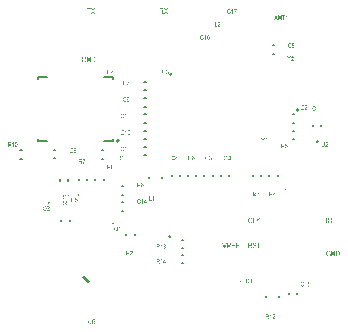
<source format=gto>
G04*
G04 #@! TF.GenerationSoftware,Altium Limited,Altium Designer,20.0.11 (256)*
G04*
G04 Layer_Color=65535*
%FSLAX24Y24*%
%MOIN*%
G70*
G01*
G75*
%ADD10C,0.0079*%
%ADD11C,0.0039*%
%ADD12C,0.0069*%
%ADD13C,0.0059*%
%ADD14C,0.0100*%
%ADD15C,0.0010*%
G36*
X-2849Y-5097D02*
X-2847Y-5097D01*
X-2846Y-5097D01*
X-2843Y-5097D01*
X-2841Y-5098D01*
X-2836Y-5099D01*
X-2834Y-5100D01*
X-2831Y-5101D01*
X-2828Y-5102D01*
X-2826Y-5104D01*
X-2824Y-5105D01*
X-2821Y-5107D01*
X-2821Y-5107D01*
X-2821Y-5108D01*
X-2820Y-5108D01*
X-2819Y-5109D01*
X-2818Y-5110D01*
X-2817Y-5112D01*
X-2816Y-5113D01*
X-2815Y-5115D01*
X-2814Y-5117D01*
X-2812Y-5119D01*
X-2811Y-5121D01*
X-2810Y-5124D01*
X-2809Y-5127D01*
X-2808Y-5130D01*
X-2807Y-5133D01*
X-2807Y-5136D01*
X-2826Y-5138D01*
Y-5138D01*
X-2826Y-5137D01*
X-2827Y-5137D01*
X-2827Y-5136D01*
X-2827Y-5134D01*
X-2828Y-5131D01*
X-2829Y-5129D01*
X-2830Y-5126D01*
X-2832Y-5123D01*
X-2834Y-5121D01*
X-2834Y-5121D01*
X-2834Y-5121D01*
X-2834Y-5120D01*
X-2835Y-5120D01*
X-2837Y-5118D01*
X-2839Y-5117D01*
X-2842Y-5115D01*
X-2845Y-5114D01*
X-2849Y-5113D01*
X-2851Y-5113D01*
X-2853Y-5113D01*
X-2855D01*
X-2857Y-5113D01*
X-2859Y-5113D01*
X-2862Y-5114D01*
X-2864Y-5115D01*
X-2867Y-5116D01*
X-2870Y-5118D01*
X-2870D01*
X-2870Y-5118D01*
X-2871Y-5119D01*
X-2871Y-5119D01*
X-2873Y-5121D01*
X-2875Y-5123D01*
X-2878Y-5126D01*
X-2880Y-5129D01*
X-2882Y-5133D01*
X-2884Y-5138D01*
Y-5138D01*
X-2885Y-5138D01*
X-2885Y-5139D01*
X-2885Y-5140D01*
X-2886Y-5141D01*
X-2886Y-5143D01*
X-2887Y-5145D01*
X-2887Y-5147D01*
X-2888Y-5149D01*
X-2888Y-5152D01*
X-2889Y-5155D01*
X-2889Y-5159D01*
X-2889Y-5162D01*
X-2890Y-5166D01*
X-2890Y-5170D01*
X-2890Y-5174D01*
X-2890Y-5174D01*
Y-5174D01*
X-2890Y-5174D01*
X-2890Y-5174D01*
X-2889Y-5173D01*
X-2889Y-5173D01*
X-2887Y-5171D01*
X-2885Y-5168D01*
X-2883Y-5166D01*
X-2880Y-5163D01*
X-2877Y-5161D01*
X-2873Y-5158D01*
X-2873D01*
X-2872Y-5158D01*
X-2872Y-5158D01*
X-2871Y-5158D01*
X-2870Y-5157D01*
X-2869Y-5157D01*
X-2866Y-5156D01*
X-2863Y-5155D01*
X-2859Y-5154D01*
X-2855Y-5153D01*
X-2851Y-5153D01*
X-2850D01*
X-2849Y-5153D01*
X-2848D01*
X-2846Y-5154D01*
X-2844Y-5154D01*
X-2842Y-5154D01*
X-2840Y-5155D01*
X-2837Y-5156D01*
X-2834Y-5157D01*
X-2832Y-5158D01*
X-2829Y-5159D01*
X-2826Y-5161D01*
X-2823Y-5163D01*
X-2820Y-5165D01*
X-2818Y-5168D01*
X-2818Y-5168D01*
X-2817Y-5168D01*
X-2817Y-5169D01*
X-2816Y-5170D01*
X-2815Y-5172D01*
X-2814Y-5173D01*
X-2812Y-5175D01*
X-2811Y-5178D01*
X-2810Y-5180D01*
X-2808Y-5183D01*
X-2807Y-5186D01*
X-2806Y-5189D01*
X-2805Y-5193D01*
X-2805Y-5197D01*
X-2804Y-5201D01*
X-2804Y-5205D01*
Y-5205D01*
Y-5205D01*
Y-5206D01*
X-2804Y-5207D01*
Y-5209D01*
X-2804Y-5210D01*
X-2805Y-5212D01*
X-2805Y-5214D01*
X-2806Y-5218D01*
X-2807Y-5223D01*
X-2808Y-5228D01*
X-2811Y-5233D01*
Y-5233D01*
X-2811Y-5233D01*
X-2811Y-5234D01*
X-2812Y-5235D01*
X-2812Y-5236D01*
X-2813Y-5237D01*
X-2815Y-5240D01*
X-2818Y-5243D01*
X-2821Y-5246D01*
X-2824Y-5250D01*
X-2828Y-5253D01*
X-2829D01*
X-2829Y-5253D01*
X-2830Y-5253D01*
X-2830Y-5254D01*
X-2832Y-5254D01*
X-2833Y-5255D01*
X-2834Y-5255D01*
X-2836Y-5256D01*
X-2840Y-5257D01*
X-2844Y-5258D01*
X-2849Y-5259D01*
X-2854Y-5259D01*
X-2855D01*
X-2857Y-5259D01*
X-2858Y-5259D01*
X-2860Y-5259D01*
X-2863Y-5258D01*
X-2865Y-5258D01*
X-2868Y-5257D01*
X-2871Y-5256D01*
X-2875Y-5255D01*
X-2878Y-5253D01*
X-2881Y-5252D01*
X-2885Y-5250D01*
X-2888Y-5247D01*
X-2891Y-5244D01*
X-2894Y-5241D01*
X-2894Y-5241D01*
X-2895Y-5240D01*
X-2896Y-5239D01*
X-2897Y-5238D01*
X-2898Y-5236D01*
X-2899Y-5234D01*
X-2900Y-5231D01*
X-2902Y-5227D01*
X-2903Y-5223D01*
X-2905Y-5219D01*
X-2906Y-5214D01*
X-2907Y-5209D01*
X-2908Y-5203D01*
X-2909Y-5196D01*
X-2909Y-5190D01*
X-2910Y-5182D01*
Y-5182D01*
Y-5182D01*
Y-5181D01*
Y-5180D01*
Y-5179D01*
X-2909Y-5178D01*
Y-5176D01*
X-2909Y-5175D01*
X-2909Y-5171D01*
X-2909Y-5166D01*
X-2908Y-5162D01*
X-2907Y-5156D01*
X-2906Y-5151D01*
X-2905Y-5145D01*
X-2904Y-5140D01*
X-2902Y-5134D01*
X-2900Y-5129D01*
X-2898Y-5124D01*
X-2895Y-5119D01*
X-2892Y-5115D01*
X-2892Y-5115D01*
X-2892Y-5114D01*
X-2891Y-5113D01*
X-2890Y-5112D01*
X-2888Y-5111D01*
X-2886Y-5109D01*
X-2884Y-5107D01*
X-2882Y-5106D01*
X-2879Y-5104D01*
X-2876Y-5102D01*
X-2873Y-5101D01*
X-2869Y-5099D01*
X-2865Y-5098D01*
X-2861Y-5097D01*
X-2857Y-5097D01*
X-2852Y-5096D01*
X-2850D01*
X-2849Y-5097D01*
D02*
G37*
G36*
X-2934Y-5257D02*
X-2951D01*
Y-5240D01*
X-2952Y-5240D01*
X-2952Y-5241D01*
X-2953Y-5241D01*
X-2954Y-5243D01*
X-2955Y-5244D01*
X-2957Y-5246D01*
X-2959Y-5248D01*
X-2961Y-5249D01*
X-2964Y-5251D01*
X-2966Y-5253D01*
X-2969Y-5255D01*
X-2973Y-5256D01*
X-2976Y-5258D01*
X-2980Y-5258D01*
X-2984Y-5259D01*
X-2988Y-5259D01*
X-2990D01*
X-2992Y-5259D01*
X-2994Y-5259D01*
X-2997Y-5258D01*
X-3001Y-5258D01*
X-3004Y-5257D01*
X-3007Y-5255D01*
X-3008D01*
X-3008Y-5255D01*
X-3009Y-5255D01*
X-3010Y-5254D01*
X-3012Y-5253D01*
X-3015Y-5251D01*
X-3017Y-5250D01*
X-3019Y-5248D01*
X-3021Y-5246D01*
X-3021Y-5245D01*
X-3021Y-5245D01*
X-3022Y-5243D01*
X-3023Y-5241D01*
X-3024Y-5239D01*
X-3025Y-5237D01*
X-3026Y-5234D01*
X-3027Y-5231D01*
Y-5231D01*
X-3027Y-5230D01*
X-3027Y-5228D01*
X-3027Y-5227D01*
X-3027Y-5224D01*
X-3028Y-5221D01*
X-3028Y-5217D01*
Y-5213D01*
Y-5141D01*
X-3008D01*
Y-5205D01*
Y-5205D01*
Y-5206D01*
Y-5207D01*
Y-5208D01*
Y-5209D01*
Y-5210D01*
X-3008Y-5213D01*
Y-5217D01*
X-3008Y-5220D01*
X-3007Y-5223D01*
X-3007Y-5225D01*
X-3007Y-5226D01*
X-3007Y-5226D01*
X-3007Y-5227D01*
X-3006Y-5229D01*
X-3005Y-5230D01*
X-3004Y-5232D01*
X-3003Y-5234D01*
X-3001Y-5236D01*
X-2999Y-5238D01*
X-2999Y-5238D01*
X-2998Y-5239D01*
X-2997Y-5239D01*
X-2995Y-5240D01*
X-2993Y-5241D01*
X-2990Y-5242D01*
X-2987Y-5242D01*
X-2984Y-5242D01*
X-2983D01*
X-2981Y-5242D01*
X-2979Y-5242D01*
X-2976Y-5241D01*
X-2974Y-5240D01*
X-2971Y-5239D01*
X-2968Y-5238D01*
X-2968D01*
X-2968Y-5238D01*
X-2967Y-5237D01*
X-2965Y-5236D01*
X-2964Y-5235D01*
X-2962Y-5233D01*
X-2960Y-5231D01*
X-2958Y-5228D01*
X-2957Y-5226D01*
Y-5225D01*
X-2957Y-5225D01*
X-2956Y-5225D01*
X-2956Y-5224D01*
X-2956Y-5223D01*
X-2956Y-5222D01*
X-2955Y-5221D01*
X-2955Y-5220D01*
X-2955Y-5217D01*
X-2954Y-5213D01*
X-2954Y-5208D01*
X-2953Y-5203D01*
Y-5141D01*
X-2934D01*
Y-5257D01*
D02*
G37*
G36*
X1518Y-2736D02*
X1497D01*
X1438Y-2549D01*
X1460D01*
X1500Y-2685D01*
Y-2685D01*
X1500Y-2686D01*
X1500Y-2687D01*
X1501Y-2688D01*
X1501Y-2689D01*
X1502Y-2691D01*
X1502Y-2693D01*
X1503Y-2695D01*
X1504Y-2700D01*
X1505Y-2705D01*
X1506Y-2710D01*
X1508Y-2716D01*
Y-2716D01*
X1508Y-2715D01*
X1508Y-2714D01*
X1509Y-2713D01*
X1509Y-2712D01*
X1509Y-2710D01*
X1510Y-2708D01*
X1510Y-2706D01*
X1511Y-2702D01*
X1513Y-2696D01*
X1514Y-2691D01*
X1516Y-2685D01*
X1558Y-2549D01*
X1578D01*
X1518Y-2736D01*
D02*
G37*
G36*
X1998Y-2571D02*
X1915D01*
Y-2629D01*
X1987D01*
Y-2651D01*
X1915D01*
Y-2736D01*
X1895D01*
Y-2549D01*
X1998D01*
Y-2571D01*
D02*
G37*
G36*
X1862D02*
X1772D01*
Y-2629D01*
X1856D01*
Y-2651D01*
X1772D01*
Y-2714D01*
X1865D01*
Y-2736D01*
X1751D01*
Y-2549D01*
X1862D01*
Y-2571D01*
D02*
G37*
G36*
X1669Y-2550D02*
X1671D01*
X1674Y-2550D01*
X1676Y-2550D01*
X1681Y-2551D01*
X1686Y-2552D01*
X1691Y-2553D01*
X1693Y-2554D01*
X1695Y-2555D01*
X1695D01*
X1696Y-2555D01*
X1697Y-2556D01*
X1699Y-2557D01*
X1701Y-2559D01*
X1704Y-2561D01*
X1707Y-2564D01*
X1709Y-2568D01*
X1712Y-2572D01*
Y-2572D01*
X1712Y-2573D01*
X1713Y-2573D01*
X1713Y-2574D01*
X1714Y-2576D01*
X1714Y-2577D01*
X1715Y-2578D01*
X1715Y-2580D01*
X1717Y-2584D01*
X1718Y-2589D01*
X1718Y-2595D01*
X1719Y-2600D01*
Y-2601D01*
Y-2601D01*
Y-2602D01*
X1718Y-2604D01*
X1718Y-2606D01*
X1718Y-2608D01*
X1718Y-2610D01*
X1717Y-2613D01*
X1716Y-2618D01*
X1714Y-2624D01*
X1713Y-2627D01*
X1711Y-2629D01*
X1710Y-2632D01*
X1708Y-2635D01*
X1707Y-2635D01*
X1707Y-2635D01*
X1706Y-2636D01*
X1706Y-2637D01*
X1704Y-2638D01*
X1703Y-2639D01*
X1701Y-2640D01*
X1699Y-2642D01*
X1697Y-2643D01*
X1695Y-2645D01*
X1692Y-2646D01*
X1689Y-2647D01*
X1686Y-2648D01*
X1683Y-2650D01*
X1679Y-2651D01*
X1676Y-2651D01*
X1676Y-2652D01*
X1677Y-2652D01*
X1678Y-2653D01*
X1680Y-2655D01*
X1682Y-2656D01*
X1685Y-2658D01*
X1687Y-2660D01*
X1689Y-2662D01*
X1689Y-2662D01*
X1689Y-2662D01*
X1689Y-2663D01*
X1690Y-2664D01*
X1692Y-2666D01*
X1694Y-2669D01*
X1696Y-2672D01*
X1699Y-2676D01*
X1702Y-2681D01*
X1704Y-2686D01*
X1731Y-2736D01*
X1706D01*
X1685Y-2697D01*
X1685Y-2697D01*
X1685Y-2696D01*
X1684Y-2695D01*
X1683Y-2694D01*
X1682Y-2692D01*
X1681Y-2690D01*
X1678Y-2685D01*
X1676Y-2680D01*
X1673Y-2675D01*
X1671Y-2672D01*
X1670Y-2670D01*
X1668Y-2668D01*
X1667Y-2667D01*
X1667Y-2666D01*
X1666Y-2666D01*
X1665Y-2664D01*
X1663Y-2662D01*
X1662Y-2661D01*
X1660Y-2659D01*
X1658Y-2657D01*
X1655Y-2656D01*
X1655Y-2656D01*
X1654Y-2656D01*
X1653Y-2655D01*
X1651Y-2655D01*
X1649Y-2654D01*
X1646Y-2654D01*
X1643Y-2653D01*
X1640Y-2653D01*
X1617D01*
Y-2736D01*
X1596D01*
Y-2549D01*
X1668D01*
X1669Y-2550D01*
D02*
G37*
G36*
X-3167Y3654D02*
X-3165Y3654D01*
X-3164Y3654D01*
X-3161Y3654D01*
X-3157Y3653D01*
X-3152Y3652D01*
X-3147Y3650D01*
X-3142Y3648D01*
X-3142D01*
X-3141Y3648D01*
X-3141Y3648D01*
X-3140Y3647D01*
X-3138Y3646D01*
X-3135Y3644D01*
X-3131Y3641D01*
X-3128Y3638D01*
X-3124Y3635D01*
X-3121Y3631D01*
Y3630D01*
X-3121Y3630D01*
X-3120Y3629D01*
X-3120Y3629D01*
X-3119Y3627D01*
X-3118Y3626D01*
X-3117Y3624D01*
X-3116Y3622D01*
X-3116Y3620D01*
X-3115Y3618D01*
X-3114Y3615D01*
X-3113Y3613D01*
X-3112Y3609D01*
X-3110Y3606D01*
X-3110Y3603D01*
X-3109Y3599D01*
X-3127Y3593D01*
Y3593D01*
X-3127Y3594D01*
X-3127Y3595D01*
X-3128Y3596D01*
X-3128Y3597D01*
X-3129Y3598D01*
X-3130Y3602D01*
X-3131Y3606D01*
X-3133Y3610D01*
X-3134Y3613D01*
X-3137Y3617D01*
X-3137Y3617D01*
X-3138Y3618D01*
X-3139Y3619D01*
X-3140Y3621D01*
X-3142Y3623D01*
X-3145Y3625D01*
X-3148Y3627D01*
X-3151Y3629D01*
X-3152Y3629D01*
X-3153Y3630D01*
X-3155Y3630D01*
X-3157Y3631D01*
X-3160Y3632D01*
X-3164Y3633D01*
X-3168Y3633D01*
X-3172Y3633D01*
X-3173D01*
X-3175Y3633D01*
X-3176D01*
X-3178Y3633D01*
X-3182Y3632D01*
X-3186Y3631D01*
X-3191Y3630D01*
X-3196Y3628D01*
X-3201Y3625D01*
X-3201D01*
X-3201Y3625D01*
X-3202Y3624D01*
X-3203Y3624D01*
X-3205Y3622D01*
X-3207Y3619D01*
X-3209Y3618D01*
X-3211Y3616D01*
X-3212Y3614D01*
X-3214Y3611D01*
X-3215Y3609D01*
X-3217Y3606D01*
X-3219Y3603D01*
X-3220Y3600D01*
Y3600D01*
X-3220Y3599D01*
X-3221Y3598D01*
X-3221Y3597D01*
X-3222Y3595D01*
X-3222Y3593D01*
X-3223Y3591D01*
X-3223Y3589D01*
X-3224Y3586D01*
X-3225Y3582D01*
X-3225Y3579D01*
X-3226Y3575D01*
X-3227Y3571D01*
X-3227Y3567D01*
X-3227Y3563D01*
Y3558D01*
Y3558D01*
Y3557D01*
X-3227Y3555D01*
Y3552D01*
X-3227Y3549D01*
X-3226Y3546D01*
X-3226Y3542D01*
X-3225Y3538D01*
X-3224Y3533D01*
X-3223Y3528D01*
X-3222Y3524D01*
X-3221Y3519D01*
X-3219Y3515D01*
X-3217Y3510D01*
X-3214Y3506D01*
X-3212Y3502D01*
X-3211Y3502D01*
X-3211Y3502D01*
X-3210Y3501D01*
X-3209Y3500D01*
X-3207Y3498D01*
X-3205Y3497D01*
X-3203Y3495D01*
X-3201Y3493D01*
X-3198Y3491D01*
X-3195Y3490D01*
X-3191Y3488D01*
X-3188Y3487D01*
X-3184Y3485D01*
X-3180Y3485D01*
X-3175Y3484D01*
X-3171Y3484D01*
X-3169D01*
X-3168Y3484D01*
X-3166D01*
X-3163Y3484D01*
X-3159Y3485D01*
X-3155Y3486D01*
X-3151Y3488D01*
X-3146Y3489D01*
X-3146D01*
X-3146Y3490D01*
X-3145Y3490D01*
X-3144Y3490D01*
X-3142Y3492D01*
X-3139Y3493D01*
X-3136Y3495D01*
X-3133Y3498D01*
X-3129Y3500D01*
X-3126Y3503D01*
Y3538D01*
X-3171D01*
Y3560D01*
X-3106Y3560D01*
Y3491D01*
X-3107Y3490D01*
X-3107Y3490D01*
X-3108Y3489D01*
X-3109Y3488D01*
X-3110Y3487D01*
X-3112Y3486D01*
X-3114Y3484D01*
X-3116Y3482D01*
X-3121Y3479D01*
X-3126Y3475D01*
X-3131Y3472D01*
X-3137Y3469D01*
X-3138D01*
X-3138Y3468D01*
X-3139Y3468D01*
X-3140Y3468D01*
X-3142Y3467D01*
X-3143Y3466D01*
X-3145Y3466D01*
X-3147Y3465D01*
X-3152Y3464D01*
X-3158Y3463D01*
X-3164Y3462D01*
X-3170Y3461D01*
X-3172D01*
X-3174Y3462D01*
X-3176Y3462D01*
X-3178Y3462D01*
X-3181Y3463D01*
X-3183Y3463D01*
X-3187Y3464D01*
X-3190Y3464D01*
X-3196Y3466D01*
X-3200Y3467D01*
X-3203Y3469D01*
X-3207Y3471D01*
X-3210Y3473D01*
X-3210Y3473D01*
X-3211Y3473D01*
X-3212Y3474D01*
X-3213Y3475D01*
X-3214Y3476D01*
X-3216Y3477D01*
X-3218Y3479D01*
X-3220Y3481D01*
X-3222Y3483D01*
X-3224Y3485D01*
X-3227Y3488D01*
X-3229Y3491D01*
X-3231Y3494D01*
X-3234Y3498D01*
X-3236Y3501D01*
X-3238Y3505D01*
X-3238Y3506D01*
X-3238Y3506D01*
X-3239Y3508D01*
X-3239Y3509D01*
X-3240Y3511D01*
X-3241Y3514D01*
X-3242Y3517D01*
X-3243Y3520D01*
X-3244Y3523D01*
X-3245Y3528D01*
X-3246Y3532D01*
X-3246Y3536D01*
X-3247Y3541D01*
X-3248Y3546D01*
X-3248Y3551D01*
X-3248Y3557D01*
Y3557D01*
Y3558D01*
Y3560D01*
X-3248Y3562D01*
X-3248Y3565D01*
X-3247Y3568D01*
X-3247Y3571D01*
X-3247Y3575D01*
X-3246Y3579D01*
X-3246Y3583D01*
X-3244Y3592D01*
X-3243Y3597D01*
X-3241Y3601D01*
X-3240Y3606D01*
X-3238Y3610D01*
X-3238Y3610D01*
X-3237Y3611D01*
X-3237Y3612D01*
X-3236Y3614D01*
X-3235Y3616D01*
X-3234Y3618D01*
X-3232Y3620D01*
X-3231Y3623D01*
X-3227Y3628D01*
X-3222Y3634D01*
X-3217Y3639D01*
X-3214Y3641D01*
X-3211Y3644D01*
X-3211Y3644D01*
X-3210Y3644D01*
X-3209Y3645D01*
X-3208Y3645D01*
X-3206Y3646D01*
X-3204Y3647D01*
X-3202Y3648D01*
X-3200Y3649D01*
X-3197Y3650D01*
X-3194Y3651D01*
X-3191Y3652D01*
X-3187Y3653D01*
X-3180Y3654D01*
X-3175Y3654D01*
X-3171Y3655D01*
X-3168D01*
X-3167Y3654D01*
D02*
G37*
G36*
X-2957Y3465D02*
X-2978D01*
X-3058Y3611D01*
Y3465D01*
X-3077D01*
Y3651D01*
X-3057D01*
X-2976Y3504D01*
Y3651D01*
X-2957D01*
Y3465D01*
D02*
G37*
G36*
X-2864Y3651D02*
X-2859Y3651D01*
X-2854Y3650D01*
X-2850Y3650D01*
X-2845Y3649D01*
X-2843Y3648D01*
X-2841Y3648D01*
X-2840D01*
X-2840Y3648D01*
X-2839Y3647D01*
X-2838Y3647D01*
X-2837Y3646D01*
X-2836Y3646D01*
X-2833Y3644D01*
X-2829Y3642D01*
X-2825Y3639D01*
X-2821Y3636D01*
X-2818Y3631D01*
X-2817Y3631D01*
X-2817Y3631D01*
X-2817Y3630D01*
X-2816Y3629D01*
X-2815Y3628D01*
X-2814Y3627D01*
X-2813Y3625D01*
X-2812Y3623D01*
X-2811Y3621D01*
X-2810Y3619D01*
X-2807Y3614D01*
X-2804Y3608D01*
X-2802Y3602D01*
Y3601D01*
X-2802Y3601D01*
X-2802Y3600D01*
X-2801Y3598D01*
X-2801Y3597D01*
X-2800Y3595D01*
X-2800Y3592D01*
X-2799Y3589D01*
X-2799Y3587D01*
X-2798Y3583D01*
X-2798Y3580D01*
X-2797Y3576D01*
X-2797Y3572D01*
X-2797Y3568D01*
X-2797Y3559D01*
Y3558D01*
Y3557D01*
Y3556D01*
X-2797Y3554D01*
Y3551D01*
X-2797Y3548D01*
X-2797Y3544D01*
X-2798Y3540D01*
X-2798Y3536D01*
X-2799Y3532D01*
X-2801Y3523D01*
X-2803Y3514D01*
X-2804Y3509D01*
X-2806Y3505D01*
Y3505D01*
X-2806Y3504D01*
X-2807Y3503D01*
X-2808Y3501D01*
X-2809Y3500D01*
X-2810Y3498D01*
X-2811Y3495D01*
X-2812Y3493D01*
X-2816Y3488D01*
X-2820Y3483D01*
X-2825Y3478D01*
X-2827Y3476D01*
X-2830Y3474D01*
X-2830D01*
X-2830Y3473D01*
X-2831Y3473D01*
X-2833Y3472D01*
X-2834Y3472D01*
X-2836Y3471D01*
X-2838Y3470D01*
X-2840Y3469D01*
X-2843Y3468D01*
X-2846Y3467D01*
X-2849Y3467D01*
X-2852Y3466D01*
X-2856Y3465D01*
X-2860Y3465D01*
X-2864Y3465D01*
X-2868Y3465D01*
X-2923D01*
Y3651D01*
X-2865D01*
X-2864Y3651D01*
D02*
G37*
G36*
X4981Y-2812D02*
X4983Y-2813D01*
X4984Y-2813D01*
X4987Y-2813D01*
X4991Y-2814D01*
X4996Y-2815D01*
X5001Y-2816D01*
X5006Y-2819D01*
X5006D01*
X5007Y-2819D01*
X5007Y-2819D01*
X5008Y-2820D01*
X5010Y-2821D01*
X5013Y-2823D01*
X5017Y-2825D01*
X5020Y-2829D01*
X5024Y-2832D01*
X5027Y-2836D01*
Y-2836D01*
X5027Y-2837D01*
X5028Y-2837D01*
X5028Y-2838D01*
X5029Y-2839D01*
X5030Y-2841D01*
X5031Y-2842D01*
X5032Y-2844D01*
X5032Y-2846D01*
X5033Y-2849D01*
X5034Y-2852D01*
X5035Y-2854D01*
X5037Y-2857D01*
X5038Y-2861D01*
X5038Y-2864D01*
X5039Y-2867D01*
X5021Y-2874D01*
Y-2873D01*
X5021Y-2873D01*
X5021Y-2872D01*
X5020Y-2871D01*
X5020Y-2870D01*
X5020Y-2868D01*
X5018Y-2865D01*
X5017Y-2861D01*
X5015Y-2857D01*
X5014Y-2853D01*
X5012Y-2850D01*
X5011Y-2850D01*
X5010Y-2849D01*
X5009Y-2847D01*
X5008Y-2846D01*
X5006Y-2844D01*
X5003Y-2842D01*
X5000Y-2840D01*
X4997Y-2838D01*
X4996Y-2838D01*
X4995Y-2837D01*
X4993Y-2836D01*
X4991Y-2836D01*
X4988Y-2835D01*
X4984Y-2834D01*
X4980Y-2833D01*
X4976Y-2833D01*
X4975D01*
X4973Y-2833D01*
X4972D01*
X4970Y-2834D01*
X4966Y-2834D01*
X4962Y-2835D01*
X4957Y-2837D01*
X4952Y-2839D01*
X4947Y-2841D01*
X4947D01*
X4947Y-2842D01*
X4946Y-2842D01*
X4945Y-2843D01*
X4943Y-2845D01*
X4941Y-2848D01*
X4939Y-2849D01*
X4938Y-2851D01*
X4936Y-2853D01*
X4934Y-2855D01*
X4933Y-2858D01*
X4931Y-2861D01*
X4930Y-2864D01*
X4928Y-2867D01*
Y-2867D01*
X4928Y-2867D01*
X4927Y-2868D01*
X4927Y-2870D01*
X4926Y-2871D01*
X4926Y-2873D01*
X4925Y-2876D01*
X4925Y-2878D01*
X4924Y-2881D01*
X4923Y-2884D01*
X4923Y-2888D01*
X4922Y-2891D01*
X4922Y-2895D01*
X4921Y-2899D01*
X4921Y-2904D01*
Y-2908D01*
Y-2909D01*
Y-2910D01*
X4921Y-2912D01*
Y-2914D01*
X4921Y-2918D01*
X4922Y-2921D01*
X4922Y-2925D01*
X4923Y-2929D01*
X4924Y-2934D01*
X4925Y-2938D01*
X4926Y-2943D01*
X4927Y-2948D01*
X4929Y-2952D01*
X4931Y-2956D01*
X4934Y-2961D01*
X4936Y-2964D01*
X4937Y-2964D01*
X4937Y-2965D01*
X4938Y-2966D01*
X4939Y-2967D01*
X4941Y-2969D01*
X4943Y-2970D01*
X4945Y-2972D01*
X4947Y-2973D01*
X4950Y-2975D01*
X4953Y-2977D01*
X4957Y-2979D01*
X4960Y-2980D01*
X4964Y-2981D01*
X4968Y-2982D01*
X4973Y-2983D01*
X4977Y-2983D01*
X4979D01*
X4980Y-2983D01*
X4982D01*
X4985Y-2982D01*
X4989Y-2981D01*
X4993Y-2981D01*
X4997Y-2979D01*
X5002Y-2977D01*
X5002D01*
X5002Y-2977D01*
X5003Y-2977D01*
X5004Y-2976D01*
X5006Y-2975D01*
X5009Y-2973D01*
X5012Y-2971D01*
X5015Y-2969D01*
X5019Y-2967D01*
X5022Y-2964D01*
Y-2929D01*
X4977D01*
Y-2907D01*
X5042Y-2907D01*
Y-2976D01*
X5041Y-2976D01*
X5041Y-2977D01*
X5040Y-2978D01*
X5039Y-2979D01*
X5038Y-2980D01*
X5036Y-2981D01*
X5034Y-2983D01*
X5032Y-2984D01*
X5028Y-2988D01*
X5022Y-2992D01*
X5017Y-2995D01*
X5011Y-2998D01*
X5010D01*
X5010Y-2998D01*
X5009Y-2999D01*
X5008Y-2999D01*
X5006Y-3000D01*
X5005Y-3000D01*
X5003Y-3001D01*
X5001Y-3002D01*
X4996Y-3003D01*
X4990Y-3004D01*
X4984Y-3005D01*
X4978Y-3005D01*
X4976D01*
X4974Y-3005D01*
X4972Y-3005D01*
X4970Y-3005D01*
X4967Y-3004D01*
X4965Y-3004D01*
X4961Y-3003D01*
X4958Y-3003D01*
X4952Y-3001D01*
X4948Y-2999D01*
X4945Y-2998D01*
X4941Y-2996D01*
X4938Y-2994D01*
X4938Y-2994D01*
X4937Y-2994D01*
X4936Y-2993D01*
X4935Y-2992D01*
X4934Y-2991D01*
X4932Y-2989D01*
X4930Y-2988D01*
X4928Y-2986D01*
X4926Y-2984D01*
X4924Y-2981D01*
X4921Y-2979D01*
X4919Y-2976D01*
X4917Y-2972D01*
X4914Y-2969D01*
X4912Y-2965D01*
X4910Y-2961D01*
X4910Y-2961D01*
X4910Y-2960D01*
X4909Y-2959D01*
X4909Y-2957D01*
X4908Y-2955D01*
X4907Y-2953D01*
X4906Y-2950D01*
X4905Y-2947D01*
X4904Y-2943D01*
X4903Y-2939D01*
X4902Y-2935D01*
X4902Y-2930D01*
X4901Y-2926D01*
X4900Y-2921D01*
X4900Y-2915D01*
X4900Y-2910D01*
Y-2909D01*
Y-2908D01*
Y-2907D01*
X4900Y-2905D01*
X4900Y-2902D01*
X4901Y-2899D01*
X4901Y-2895D01*
X4901Y-2892D01*
X4902Y-2888D01*
X4902Y-2883D01*
X4904Y-2874D01*
X4906Y-2870D01*
X4907Y-2865D01*
X4908Y-2861D01*
X4910Y-2857D01*
X4910Y-2856D01*
X4911Y-2856D01*
X4911Y-2854D01*
X4912Y-2853D01*
X4913Y-2851D01*
X4914Y-2849D01*
X4916Y-2846D01*
X4917Y-2844D01*
X4921Y-2838D01*
X4926Y-2833D01*
X4931Y-2828D01*
X4934Y-2825D01*
X4937Y-2823D01*
X4937Y-2823D01*
X4938Y-2823D01*
X4939Y-2822D01*
X4940Y-2821D01*
X4942Y-2821D01*
X4944Y-2820D01*
X4946Y-2819D01*
X4948Y-2817D01*
X4951Y-2817D01*
X4954Y-2816D01*
X4957Y-2815D01*
X4961Y-2814D01*
X4968Y-2813D01*
X4973Y-2812D01*
X4977Y-2812D01*
X4980D01*
X4981Y-2812D01*
D02*
G37*
G36*
X5191Y-3002D02*
X5170D01*
X5090Y-2855D01*
Y-3002D01*
X5071D01*
Y-2815D01*
X5091D01*
X5172Y-2963D01*
Y-2815D01*
X5191D01*
Y-3002D01*
D02*
G37*
G36*
X5284Y-2816D02*
X5289Y-2816D01*
X5294Y-2816D01*
X5299Y-2817D01*
X5303Y-2818D01*
X5305Y-2818D01*
X5307Y-2819D01*
X5308D01*
X5308Y-2819D01*
X5309Y-2819D01*
X5310Y-2820D01*
X5311Y-2820D01*
X5312Y-2821D01*
X5315Y-2823D01*
X5319Y-2825D01*
X5323Y-2828D01*
X5327Y-2831D01*
X5331Y-2835D01*
X5331Y-2836D01*
X5331Y-2836D01*
X5332Y-2837D01*
X5332Y-2837D01*
X5333Y-2839D01*
X5334Y-2840D01*
X5335Y-2842D01*
X5336Y-2844D01*
X5337Y-2846D01*
X5339Y-2848D01*
X5341Y-2853D01*
X5344Y-2859D01*
X5346Y-2865D01*
Y-2865D01*
X5346Y-2866D01*
X5346Y-2867D01*
X5347Y-2868D01*
X5347Y-2870D01*
X5348Y-2872D01*
X5348Y-2874D01*
X5349Y-2877D01*
X5349Y-2880D01*
X5350Y-2883D01*
X5350Y-2887D01*
X5351Y-2891D01*
X5351Y-2895D01*
X5351Y-2899D01*
X5351Y-2908D01*
Y-2908D01*
Y-2909D01*
Y-2911D01*
X5351Y-2913D01*
Y-2916D01*
X5351Y-2919D01*
X5351Y-2923D01*
X5350Y-2927D01*
X5350Y-2931D01*
X5349Y-2935D01*
X5348Y-2944D01*
X5345Y-2953D01*
X5344Y-2957D01*
X5342Y-2962D01*
Y-2962D01*
X5342Y-2963D01*
X5341Y-2964D01*
X5340Y-2965D01*
X5339Y-2967D01*
X5338Y-2969D01*
X5337Y-2971D01*
X5336Y-2974D01*
X5332Y-2979D01*
X5328Y-2984D01*
X5323Y-2989D01*
X5321Y-2991D01*
X5318Y-2993D01*
X5318D01*
X5318Y-2993D01*
X5317Y-2994D01*
X5316Y-2994D01*
X5314Y-2995D01*
X5312Y-2996D01*
X5310Y-2997D01*
X5308Y-2997D01*
X5305Y-2998D01*
X5302Y-2999D01*
X5299Y-3000D01*
X5296Y-3001D01*
X5292Y-3001D01*
X5288Y-3002D01*
X5284Y-3002D01*
X5280Y-3002D01*
X5225D01*
Y-2815D01*
X5283D01*
X5284Y-2816D01*
D02*
G37*
G36*
X-467Y-3192D02*
X-450D01*
Y-3210D01*
X-467D01*
Y-3248D01*
X-483D01*
Y-3210D01*
X-539D01*
Y-3192D01*
X-480Y-3090D01*
X-467D01*
Y-3192D01*
D02*
G37*
G36*
X-575Y-3248D02*
X-590D01*
Y-3125D01*
X-591Y-3125D01*
X-591Y-3126D01*
X-593Y-3127D01*
X-594Y-3129D01*
X-596Y-3131D01*
X-599Y-3133D01*
X-602Y-3136D01*
X-605Y-3138D01*
X-605D01*
X-606Y-3139D01*
X-606Y-3139D01*
X-607Y-3139D01*
X-609Y-3140D01*
X-611Y-3142D01*
X-613Y-3144D01*
X-616Y-3145D01*
X-619Y-3147D01*
X-622Y-3148D01*
Y-3130D01*
X-622Y-3130D01*
X-622Y-3129D01*
X-621Y-3129D01*
X-620Y-3128D01*
X-619Y-3128D01*
X-617Y-3127D01*
X-614Y-3125D01*
X-611Y-3122D01*
X-607Y-3119D01*
X-603Y-3115D01*
X-599Y-3111D01*
X-599Y-3111D01*
X-599Y-3111D01*
X-598Y-3110D01*
X-597Y-3109D01*
X-597Y-3108D01*
X-596Y-3107D01*
X-594Y-3104D01*
X-591Y-3101D01*
X-589Y-3098D01*
X-587Y-3094D01*
X-585Y-3090D01*
X-575D01*
Y-3248D01*
D02*
G37*
G36*
X-696Y-3091D02*
X-695D01*
X-693Y-3091D01*
X-691Y-3091D01*
X-686Y-3091D01*
X-682Y-3092D01*
X-678Y-3093D01*
X-676Y-3094D01*
X-674Y-3095D01*
X-674D01*
X-674Y-3095D01*
X-673Y-3096D01*
X-671Y-3097D01*
X-669Y-3098D01*
X-667Y-3100D01*
X-665Y-3103D01*
X-662Y-3106D01*
X-660Y-3110D01*
Y-3110D01*
X-660Y-3110D01*
X-660Y-3111D01*
X-659Y-3111D01*
X-659Y-3112D01*
X-658Y-3114D01*
X-658Y-3115D01*
X-657Y-3116D01*
X-656Y-3120D01*
X-655Y-3124D01*
X-655Y-3128D01*
X-655Y-3133D01*
Y-3134D01*
Y-3134D01*
Y-3135D01*
X-655Y-3136D01*
X-655Y-3138D01*
X-655Y-3140D01*
X-655Y-3142D01*
X-656Y-3144D01*
X-657Y-3148D01*
X-659Y-3153D01*
X-660Y-3156D01*
X-661Y-3158D01*
X-662Y-3160D01*
X-664Y-3162D01*
X-664Y-3163D01*
X-664Y-3163D01*
X-665Y-3163D01*
X-666Y-3164D01*
X-667Y-3165D01*
X-668Y-3166D01*
X-669Y-3167D01*
X-671Y-3168D01*
X-673Y-3169D01*
X-675Y-3171D01*
X-677Y-3172D01*
X-679Y-3173D01*
X-682Y-3174D01*
X-685Y-3175D01*
X-688Y-3176D01*
X-691Y-3176D01*
X-691Y-3177D01*
X-690Y-3177D01*
X-689Y-3178D01*
X-687Y-3179D01*
X-685Y-3180D01*
X-683Y-3182D01*
X-682Y-3183D01*
X-680Y-3185D01*
X-680Y-3185D01*
X-680Y-3186D01*
X-679Y-3186D01*
X-679Y-3187D01*
X-677Y-3189D01*
X-676Y-3191D01*
X-673Y-3194D01*
X-671Y-3198D01*
X-669Y-3201D01*
X-667Y-3205D01*
X-644Y-3248D01*
X-666D01*
X-683Y-3215D01*
X-683Y-3215D01*
X-683Y-3214D01*
X-684Y-3213D01*
X-684Y-3212D01*
X-685Y-3211D01*
X-686Y-3209D01*
X-689Y-3205D01*
X-691Y-3201D01*
X-694Y-3196D01*
X-695Y-3194D01*
X-696Y-3192D01*
X-697Y-3191D01*
X-698Y-3189D01*
X-698Y-3189D01*
X-699Y-3188D01*
X-700Y-3187D01*
X-701Y-3186D01*
X-703Y-3184D01*
X-704Y-3183D01*
X-706Y-3181D01*
X-708Y-3180D01*
X-708Y-3180D01*
X-709Y-3180D01*
X-710Y-3180D01*
X-711Y-3179D01*
X-713Y-3179D01*
X-715Y-3178D01*
X-718Y-3178D01*
X-721Y-3178D01*
X-741D01*
Y-3248D01*
X-758D01*
Y-3090D01*
X-698D01*
X-696Y-3091D01*
D02*
G37*
G36*
X-491Y-2592D02*
X-489Y-2592D01*
X-488Y-2593D01*
X-486Y-2593D01*
X-484Y-2593D01*
X-480Y-2595D01*
X-478Y-2596D01*
X-476Y-2597D01*
X-473Y-2598D01*
X-471Y-2600D01*
X-469Y-2601D01*
X-467Y-2603D01*
X-467Y-2604D01*
X-466Y-2604D01*
X-466Y-2605D01*
X-465Y-2606D01*
X-464Y-2607D01*
X-463Y-2608D01*
X-462Y-2610D01*
X-461Y-2611D01*
X-460Y-2614D01*
X-459Y-2616D01*
X-458Y-2618D01*
X-458Y-2621D01*
X-457Y-2623D01*
X-456Y-2626D01*
X-456Y-2629D01*
X-456Y-2633D01*
Y-2633D01*
Y-2633D01*
Y-2634D01*
Y-2634D01*
X-456Y-2635D01*
Y-2637D01*
X-456Y-2639D01*
X-457Y-2642D01*
X-458Y-2645D01*
X-459Y-2648D01*
X-460Y-2652D01*
Y-2652D01*
X-461Y-2652D01*
X-461Y-2653D01*
X-462Y-2655D01*
X-464Y-2656D01*
X-466Y-2658D01*
X-468Y-2661D01*
X-471Y-2663D01*
X-473Y-2665D01*
X-473D01*
X-473Y-2665D01*
X-472Y-2665D01*
X-471Y-2666D01*
X-469Y-2666D01*
X-467Y-2667D01*
X-465Y-2669D01*
X-463Y-2670D01*
X-461Y-2672D01*
X-460Y-2672D01*
X-460Y-2673D01*
X-459Y-2674D01*
X-458Y-2675D01*
X-457Y-2677D01*
X-455Y-2679D01*
X-454Y-2682D01*
X-453Y-2685D01*
Y-2685D01*
X-452Y-2685D01*
X-452Y-2686D01*
X-452Y-2686D01*
X-451Y-2688D01*
X-451Y-2690D01*
X-450Y-2693D01*
X-450Y-2696D01*
X-450Y-2700D01*
X-449Y-2703D01*
Y-2704D01*
Y-2704D01*
Y-2706D01*
X-450Y-2707D01*
X-450Y-2709D01*
X-450Y-2711D01*
X-450Y-2713D01*
X-451Y-2716D01*
X-452Y-2719D01*
X-453Y-2722D01*
X-454Y-2725D01*
X-455Y-2728D01*
X-456Y-2730D01*
X-458Y-2733D01*
X-460Y-2736D01*
X-462Y-2739D01*
X-462Y-2739D01*
X-463Y-2739D01*
X-463Y-2740D01*
X-464Y-2741D01*
X-466Y-2742D01*
X-467Y-2743D01*
X-469Y-2744D01*
X-471Y-2746D01*
X-473Y-2747D01*
X-475Y-2748D01*
X-478Y-2749D01*
X-481Y-2751D01*
X-483Y-2751D01*
X-486Y-2752D01*
X-490Y-2752D01*
X-493Y-2753D01*
X-494D01*
X-496Y-2752D01*
X-497Y-2752D01*
X-499Y-2752D01*
X-500Y-2752D01*
X-503Y-2751D01*
X-505Y-2751D01*
X-507Y-2750D01*
X-509Y-2749D01*
X-512Y-2748D01*
X-514Y-2746D01*
X-516Y-2745D01*
X-519Y-2743D01*
X-521Y-2741D01*
X-521Y-2740D01*
X-521Y-2740D01*
X-522Y-2739D01*
X-523Y-2738D01*
X-524Y-2737D01*
X-525Y-2736D01*
X-526Y-2734D01*
X-527Y-2732D01*
X-528Y-2730D01*
X-529Y-2727D01*
X-530Y-2725D01*
X-531Y-2722D01*
X-532Y-2719D01*
X-533Y-2715D01*
X-533Y-2712D01*
X-534Y-2708D01*
X-518Y-2706D01*
Y-2706D01*
X-518Y-2707D01*
X-518Y-2708D01*
X-517Y-2710D01*
X-516Y-2713D01*
X-516Y-2715D01*
X-514Y-2718D01*
X-513Y-2721D01*
X-512Y-2724D01*
X-510Y-2727D01*
X-508Y-2729D01*
X-505Y-2732D01*
X-503Y-2734D01*
X-500Y-2735D01*
X-497Y-2736D01*
X-495Y-2737D01*
X-493Y-2737D01*
X-492D01*
X-491Y-2737D01*
X-490Y-2736D01*
X-489Y-2736D01*
X-487Y-2735D01*
X-484Y-2734D01*
X-481Y-2733D01*
X-479Y-2732D01*
X-477Y-2730D01*
X-476Y-2729D01*
X-474Y-2728D01*
X-474Y-2727D01*
X-474Y-2727D01*
X-474Y-2727D01*
X-473Y-2726D01*
X-472Y-2725D01*
X-472Y-2724D01*
X-471Y-2722D01*
X-470Y-2721D01*
X-469Y-2718D01*
X-468Y-2714D01*
X-467Y-2709D01*
X-466Y-2706D01*
Y-2704D01*
Y-2704D01*
Y-2703D01*
Y-2702D01*
X-467Y-2702D01*
Y-2700D01*
X-467Y-2699D01*
X-467Y-2696D01*
X-468Y-2692D01*
X-469Y-2689D01*
X-471Y-2685D01*
X-472Y-2683D01*
X-474Y-2682D01*
Y-2681D01*
X-474Y-2681D01*
X-475Y-2680D01*
X-477Y-2679D01*
X-479Y-2677D01*
X-481Y-2676D01*
X-484Y-2675D01*
X-488Y-2674D01*
X-490Y-2673D01*
X-492Y-2673D01*
X-492D01*
X-493Y-2673D01*
X-495Y-2674D01*
X-496Y-2674D01*
X-498Y-2674D01*
X-500Y-2675D01*
X-503Y-2675D01*
X-501Y-2658D01*
X-498Y-2659D01*
X-497D01*
X-496Y-2658D01*
X-495D01*
X-494Y-2658D01*
X-492Y-2658D01*
X-489Y-2657D01*
X-485Y-2656D01*
X-482Y-2654D01*
X-479Y-2652D01*
X-479Y-2651D01*
X-479Y-2651D01*
X-478Y-2650D01*
X-477Y-2649D01*
X-476Y-2646D01*
X-474Y-2644D01*
X-473Y-2640D01*
X-472Y-2637D01*
X-472Y-2635D01*
Y-2632D01*
Y-2632D01*
Y-2632D01*
Y-2631D01*
X-472Y-2630D01*
X-472Y-2629D01*
X-473Y-2626D01*
X-473Y-2623D01*
X-474Y-2620D01*
X-476Y-2617D01*
X-478Y-2615D01*
X-478Y-2614D01*
X-479Y-2614D01*
X-481Y-2612D01*
X-482Y-2611D01*
X-485Y-2610D01*
X-487Y-2609D01*
X-490Y-2608D01*
X-493Y-2608D01*
X-494D01*
X-495Y-2608D01*
X-496Y-2608D01*
X-499Y-2609D01*
X-501Y-2610D01*
X-504Y-2611D01*
X-506Y-2612D01*
X-509Y-2615D01*
X-509Y-2615D01*
X-510Y-2616D01*
X-511Y-2618D01*
X-512Y-2620D01*
X-513Y-2623D01*
X-515Y-2627D01*
X-516Y-2631D01*
X-517Y-2636D01*
X-532Y-2633D01*
Y-2633D01*
X-532Y-2632D01*
X-532Y-2631D01*
X-532Y-2629D01*
X-531Y-2628D01*
X-531Y-2626D01*
X-530Y-2624D01*
X-530Y-2621D01*
X-528Y-2616D01*
X-525Y-2611D01*
X-523Y-2607D01*
X-521Y-2604D01*
X-519Y-2602D01*
X-519Y-2602D01*
X-518Y-2602D01*
X-518Y-2601D01*
X-517Y-2601D01*
X-516Y-2600D01*
X-515Y-2599D01*
X-513Y-2598D01*
X-512Y-2597D01*
X-510Y-2596D01*
X-508Y-2595D01*
X-504Y-2593D01*
X-501Y-2593D01*
X-499Y-2592D01*
X-496Y-2592D01*
X-493Y-2592D01*
X-492D01*
X-491Y-2592D01*
D02*
G37*
G36*
X-575Y-2750D02*
X-590D01*
Y-2627D01*
X-591Y-2627D01*
X-591Y-2628D01*
X-593Y-2629D01*
X-594Y-2631D01*
X-596Y-2633D01*
X-599Y-2635D01*
X-602Y-2638D01*
X-605Y-2640D01*
X-605D01*
X-606Y-2640D01*
X-606Y-2641D01*
X-607Y-2641D01*
X-609Y-2642D01*
X-611Y-2644D01*
X-613Y-2646D01*
X-616Y-2647D01*
X-619Y-2649D01*
X-622Y-2650D01*
Y-2632D01*
X-622Y-2631D01*
X-622Y-2631D01*
X-621Y-2631D01*
X-620Y-2630D01*
X-619Y-2630D01*
X-617Y-2629D01*
X-614Y-2627D01*
X-611Y-2624D01*
X-607Y-2621D01*
X-603Y-2617D01*
X-599Y-2613D01*
X-599Y-2613D01*
X-599Y-2613D01*
X-598Y-2612D01*
X-597Y-2611D01*
X-597Y-2610D01*
X-596Y-2609D01*
X-594Y-2606D01*
X-591Y-2603D01*
X-589Y-2600D01*
X-587Y-2596D01*
X-585Y-2592D01*
X-575D01*
Y-2750D01*
D02*
G37*
G36*
X-696Y-2593D02*
X-695D01*
X-693Y-2593D01*
X-691Y-2593D01*
X-686Y-2593D01*
X-682Y-2594D01*
X-678Y-2595D01*
X-676Y-2596D01*
X-674Y-2597D01*
X-674D01*
X-674Y-2597D01*
X-673Y-2598D01*
X-671Y-2599D01*
X-669Y-2600D01*
X-667Y-2602D01*
X-665Y-2605D01*
X-662Y-2608D01*
X-660Y-2612D01*
Y-2612D01*
X-660Y-2612D01*
X-660Y-2613D01*
X-659Y-2613D01*
X-659Y-2614D01*
X-658Y-2616D01*
X-658Y-2617D01*
X-657Y-2618D01*
X-656Y-2622D01*
X-655Y-2626D01*
X-655Y-2630D01*
X-655Y-2635D01*
Y-2635D01*
Y-2636D01*
Y-2637D01*
X-655Y-2638D01*
X-655Y-2640D01*
X-655Y-2642D01*
X-655Y-2644D01*
X-656Y-2646D01*
X-657Y-2650D01*
X-659Y-2655D01*
X-660Y-2658D01*
X-661Y-2660D01*
X-662Y-2662D01*
X-664Y-2664D01*
X-664Y-2665D01*
X-664Y-2665D01*
X-665Y-2665D01*
X-666Y-2666D01*
X-667Y-2667D01*
X-668Y-2668D01*
X-669Y-2669D01*
X-671Y-2670D01*
X-673Y-2671D01*
X-675Y-2673D01*
X-677Y-2674D01*
X-679Y-2675D01*
X-682Y-2676D01*
X-685Y-2677D01*
X-688Y-2678D01*
X-691Y-2678D01*
X-691Y-2679D01*
X-690Y-2679D01*
X-689Y-2680D01*
X-687Y-2681D01*
X-685Y-2682D01*
X-683Y-2684D01*
X-682Y-2685D01*
X-680Y-2687D01*
X-680Y-2687D01*
X-680Y-2688D01*
X-679Y-2688D01*
X-679Y-2689D01*
X-677Y-2691D01*
X-676Y-2693D01*
X-673Y-2696D01*
X-671Y-2699D01*
X-669Y-2703D01*
X-667Y-2707D01*
X-644Y-2750D01*
X-666D01*
X-683Y-2717D01*
X-683Y-2717D01*
X-683Y-2716D01*
X-684Y-2715D01*
X-684Y-2714D01*
X-685Y-2713D01*
X-686Y-2711D01*
X-689Y-2707D01*
X-691Y-2703D01*
X-694Y-2698D01*
X-695Y-2696D01*
X-696Y-2694D01*
X-697Y-2693D01*
X-698Y-2691D01*
X-698Y-2691D01*
X-699Y-2690D01*
X-700Y-2689D01*
X-701Y-2688D01*
X-703Y-2686D01*
X-704Y-2685D01*
X-706Y-2683D01*
X-708Y-2682D01*
X-708Y-2682D01*
X-709Y-2682D01*
X-710Y-2682D01*
X-711Y-2681D01*
X-713Y-2681D01*
X-715Y-2680D01*
X-718Y-2680D01*
X-721Y-2680D01*
X-741D01*
Y-2750D01*
X-758D01*
Y-2592D01*
X-698D01*
X-696Y-2593D01*
D02*
G37*
G36*
X1332Y4813D02*
X1334Y4813D01*
X1336Y4813D01*
X1338Y4813D01*
X1340Y4812D01*
X1342Y4811D01*
X1345Y4810D01*
X1347Y4809D01*
X1350Y4808D01*
X1352Y4807D01*
X1355Y4805D01*
X1357Y4803D01*
X1359Y4800D01*
X1359Y4800D01*
X1359Y4800D01*
X1360Y4799D01*
X1360Y4798D01*
X1361Y4797D01*
X1362Y4795D01*
X1363Y4793D01*
X1364Y4791D01*
X1365Y4789D01*
X1366Y4787D01*
X1367Y4782D01*
X1368Y4779D01*
X1368Y4776D01*
X1369Y4773D01*
X1369Y4770D01*
Y4770D01*
Y4769D01*
Y4768D01*
X1369Y4767D01*
Y4766D01*
X1369Y4764D01*
X1368Y4763D01*
X1368Y4761D01*
X1367Y4756D01*
X1365Y4751D01*
X1364Y4746D01*
X1362Y4744D01*
X1361Y4741D01*
X1361Y4741D01*
X1360Y4740D01*
X1360Y4740D01*
X1359Y4739D01*
X1358Y4737D01*
X1357Y4735D01*
X1356Y4734D01*
X1354Y4731D01*
X1352Y4729D01*
X1350Y4726D01*
X1348Y4723D01*
X1345Y4720D01*
X1342Y4716D01*
X1338Y4712D01*
X1335Y4708D01*
X1331Y4704D01*
X1331Y4704D01*
X1330Y4704D01*
X1329Y4703D01*
X1328Y4702D01*
X1327Y4701D01*
X1326Y4699D01*
X1323Y4696D01*
X1320Y4693D01*
X1317Y4690D01*
X1314Y4687D01*
X1313Y4685D01*
X1312Y4684D01*
X1312Y4684D01*
X1312Y4684D01*
X1311Y4683D01*
X1310Y4681D01*
X1309Y4680D01*
X1308Y4678D01*
X1306Y4674D01*
X1369D01*
Y4656D01*
X1284D01*
Y4656D01*
Y4656D01*
Y4657D01*
Y4657D01*
X1284Y4659D01*
X1284Y4660D01*
X1284Y4661D01*
X1284Y4663D01*
X1285Y4667D01*
X1286Y4671D01*
X1288Y4676D01*
X1289Y4678D01*
X1290Y4681D01*
X1291Y4681D01*
X1291Y4681D01*
X1291Y4682D01*
X1292Y4683D01*
X1293Y4684D01*
X1294Y4686D01*
X1295Y4688D01*
X1296Y4690D01*
X1298Y4692D01*
X1300Y4695D01*
X1302Y4698D01*
X1305Y4700D01*
X1307Y4704D01*
X1310Y4707D01*
X1313Y4710D01*
X1317Y4714D01*
X1317Y4714D01*
X1318Y4715D01*
X1319Y4716D01*
X1320Y4717D01*
X1322Y4719D01*
X1324Y4721D01*
X1326Y4724D01*
X1329Y4726D01*
X1334Y4732D01*
X1339Y4738D01*
X1341Y4740D01*
X1343Y4743D01*
X1345Y4745D01*
X1346Y4748D01*
Y4748D01*
X1346Y4748D01*
X1347Y4749D01*
X1347Y4750D01*
X1348Y4751D01*
X1348Y4752D01*
X1349Y4755D01*
X1351Y4759D01*
X1352Y4762D01*
X1353Y4766D01*
X1353Y4770D01*
Y4771D01*
Y4771D01*
Y4772D01*
X1353Y4772D01*
Y4773D01*
X1353Y4775D01*
X1352Y4777D01*
X1351Y4781D01*
X1350Y4784D01*
X1348Y4787D01*
X1346Y4790D01*
Y4790D01*
X1345Y4790D01*
X1345Y4791D01*
X1343Y4793D01*
X1341Y4794D01*
X1338Y4795D01*
X1335Y4797D01*
X1332Y4797D01*
X1330Y4798D01*
X1327D01*
X1326Y4798D01*
X1326D01*
X1324Y4797D01*
X1322Y4797D01*
X1319Y4796D01*
X1316Y4794D01*
X1313Y4792D01*
X1311Y4791D01*
X1310Y4789D01*
Y4789D01*
X1310Y4789D01*
X1309Y4789D01*
X1309Y4788D01*
X1308Y4787D01*
X1308Y4786D01*
X1307Y4785D01*
X1307Y4784D01*
X1306Y4782D01*
X1305Y4780D01*
X1305Y4778D01*
X1304Y4776D01*
X1303Y4771D01*
X1303Y4766D01*
X1287Y4768D01*
Y4768D01*
X1287Y4769D01*
Y4770D01*
X1287Y4772D01*
X1287Y4774D01*
X1288Y4776D01*
X1288Y4778D01*
X1289Y4781D01*
X1290Y4786D01*
X1291Y4789D01*
X1293Y4792D01*
X1294Y4795D01*
X1296Y4797D01*
X1297Y4800D01*
X1299Y4802D01*
X1299Y4802D01*
X1300Y4803D01*
X1300Y4803D01*
X1301Y4804D01*
X1302Y4805D01*
X1304Y4806D01*
X1305Y4807D01*
X1307Y4808D01*
X1309Y4809D01*
X1311Y4810D01*
X1314Y4811D01*
X1316Y4812D01*
X1319Y4813D01*
X1322Y4813D01*
X1325Y4813D01*
X1329Y4814D01*
X1331D01*
X1332Y4813D01*
D02*
G37*
G36*
X1208Y4674D02*
X1272D01*
Y4656D01*
X1191D01*
Y4813D01*
X1208D01*
Y4674D01*
D02*
G37*
G36*
X1663Y5249D02*
X1664Y5249D01*
X1666Y5248D01*
X1668Y5248D01*
X1671Y5248D01*
X1676Y5246D01*
X1678Y5245D01*
X1681Y5244D01*
X1683Y5243D01*
X1686Y5241D01*
X1689Y5239D01*
X1691Y5237D01*
X1692Y5237D01*
X1692Y5237D01*
X1693Y5236D01*
X1694Y5235D01*
X1695Y5234D01*
X1696Y5232D01*
X1697Y5231D01*
X1699Y5229D01*
X1700Y5226D01*
X1702Y5224D01*
X1704Y5221D01*
X1705Y5218D01*
X1707Y5215D01*
X1708Y5211D01*
X1709Y5207D01*
X1710Y5203D01*
X1694Y5198D01*
Y5198D01*
X1694Y5199D01*
X1693Y5200D01*
X1693Y5201D01*
X1692Y5203D01*
X1691Y5206D01*
X1690Y5209D01*
X1688Y5212D01*
X1686Y5215D01*
X1684Y5218D01*
X1681Y5221D01*
X1679Y5224D01*
X1676Y5226D01*
X1672Y5228D01*
X1668Y5230D01*
X1664Y5231D01*
X1662Y5231D01*
X1659Y5231D01*
X1658D01*
X1657Y5231D01*
X1656D01*
X1654Y5231D01*
X1651Y5230D01*
X1648Y5230D01*
X1644Y5228D01*
X1640Y5227D01*
X1637Y5224D01*
X1636D01*
X1636Y5224D01*
X1636Y5224D01*
X1635Y5223D01*
X1633Y5222D01*
X1631Y5219D01*
X1629Y5216D01*
X1626Y5213D01*
X1624Y5209D01*
X1623Y5206D01*
X1622Y5204D01*
Y5204D01*
X1621Y5203D01*
X1621Y5202D01*
X1621Y5201D01*
X1620Y5200D01*
X1620Y5198D01*
X1619Y5196D01*
X1619Y5194D01*
X1618Y5192D01*
X1618Y5189D01*
X1617Y5186D01*
X1617Y5183D01*
X1617Y5180D01*
X1616Y5176D01*
X1616Y5172D01*
Y5169D01*
Y5168D01*
Y5168D01*
Y5167D01*
Y5165D01*
X1616Y5163D01*
X1616Y5161D01*
X1617Y5157D01*
X1617Y5154D01*
X1617Y5150D01*
X1618Y5146D01*
X1619Y5142D01*
X1620Y5138D01*
X1621Y5134D01*
X1622Y5130D01*
X1624Y5127D01*
X1625Y5123D01*
X1627Y5120D01*
X1627Y5120D01*
X1628Y5119D01*
X1628Y5118D01*
X1629Y5117D01*
X1631Y5116D01*
X1632Y5115D01*
X1633Y5113D01*
X1635Y5112D01*
X1637Y5110D01*
X1640Y5109D01*
X1642Y5108D01*
X1645Y5106D01*
X1648Y5105D01*
X1651Y5105D01*
X1654Y5104D01*
X1658Y5104D01*
X1659D01*
X1660Y5104D01*
X1661Y5104D01*
X1663Y5104D01*
X1666Y5105D01*
X1670Y5106D01*
X1672Y5107D01*
X1674Y5108D01*
X1676Y5109D01*
X1678Y5110D01*
X1680Y5112D01*
X1682Y5114D01*
X1682Y5114D01*
X1682Y5114D01*
X1683Y5115D01*
X1683Y5116D01*
X1684Y5117D01*
X1685Y5118D01*
X1686Y5119D01*
X1687Y5121D01*
X1689Y5123D01*
X1690Y5125D01*
X1691Y5128D01*
X1692Y5131D01*
X1693Y5134D01*
X1694Y5137D01*
X1695Y5140D01*
X1695Y5144D01*
X1713Y5139D01*
Y5138D01*
X1712Y5138D01*
X1712Y5136D01*
X1712Y5134D01*
X1711Y5132D01*
X1710Y5130D01*
X1709Y5127D01*
X1708Y5124D01*
X1707Y5121D01*
X1705Y5117D01*
X1704Y5114D01*
X1702Y5111D01*
X1700Y5107D01*
X1698Y5105D01*
X1695Y5102D01*
X1692Y5099D01*
X1692Y5099D01*
X1692Y5098D01*
X1691Y5098D01*
X1690Y5097D01*
X1689Y5096D01*
X1687Y5095D01*
X1685Y5094D01*
X1683Y5093D01*
X1680Y5091D01*
X1678Y5090D01*
X1675Y5089D01*
X1672Y5088D01*
X1669Y5087D01*
X1665Y5087D01*
X1662Y5086D01*
X1658Y5086D01*
X1656D01*
X1655Y5086D01*
X1653Y5086D01*
X1651Y5087D01*
X1650Y5087D01*
X1647Y5087D01*
X1642Y5088D01*
X1637Y5090D01*
X1635Y5091D01*
X1632Y5092D01*
X1630Y5093D01*
X1627Y5095D01*
X1627Y5095D01*
X1627Y5095D01*
X1626Y5095D01*
X1625Y5096D01*
X1624Y5097D01*
X1623Y5098D01*
X1621Y5100D01*
X1620Y5101D01*
X1618Y5103D01*
X1617Y5105D01*
X1615Y5108D01*
X1613Y5110D01*
X1611Y5113D01*
X1610Y5116D01*
X1608Y5119D01*
X1606Y5123D01*
Y5123D01*
X1606Y5124D01*
X1606Y5125D01*
X1605Y5126D01*
X1604Y5128D01*
X1604Y5130D01*
X1603Y5133D01*
X1602Y5136D01*
X1602Y5139D01*
X1601Y5142D01*
X1600Y5146D01*
X1600Y5150D01*
X1599Y5155D01*
X1599Y5159D01*
X1599Y5164D01*
X1598Y5169D01*
Y5169D01*
Y5170D01*
Y5171D01*
X1599Y5173D01*
Y5175D01*
X1599Y5178D01*
X1599Y5181D01*
X1599Y5184D01*
X1600Y5187D01*
X1600Y5191D01*
X1602Y5198D01*
X1604Y5205D01*
X1605Y5209D01*
X1606Y5212D01*
X1606Y5213D01*
X1607Y5213D01*
X1607Y5214D01*
X1608Y5215D01*
X1609Y5217D01*
X1610Y5219D01*
X1611Y5221D01*
X1612Y5223D01*
X1615Y5227D01*
X1619Y5231D01*
X1623Y5236D01*
X1626Y5238D01*
X1628Y5240D01*
X1628Y5240D01*
X1629Y5240D01*
X1630Y5240D01*
X1631Y5241D01*
X1632Y5242D01*
X1634Y5243D01*
X1635Y5243D01*
X1637Y5244D01*
X1640Y5245D01*
X1642Y5246D01*
X1647Y5248D01*
X1653Y5249D01*
X1656Y5249D01*
X1659Y5249D01*
X1661D01*
X1663Y5249D01*
D02*
G37*
G36*
X1912Y5229D02*
X1912Y5229D01*
X1911Y5228D01*
X1910Y5227D01*
X1909Y5225D01*
X1907Y5222D01*
X1905Y5219D01*
X1903Y5216D01*
X1901Y5212D01*
X1898Y5208D01*
X1896Y5203D01*
X1893Y5198D01*
X1890Y5192D01*
X1887Y5186D01*
X1885Y5180D01*
X1882Y5173D01*
X1879Y5166D01*
Y5166D01*
X1879Y5165D01*
X1879Y5165D01*
X1878Y5164D01*
X1878Y5163D01*
X1878Y5162D01*
X1877Y5161D01*
X1877Y5159D01*
X1876Y5156D01*
X1874Y5151D01*
X1873Y5147D01*
X1872Y5142D01*
X1870Y5136D01*
X1869Y5130D01*
X1867Y5123D01*
X1866Y5117D01*
X1865Y5110D01*
X1864Y5103D01*
X1863Y5096D01*
X1863Y5089D01*
X1847D01*
Y5089D01*
Y5089D01*
Y5091D01*
X1847Y5092D01*
Y5094D01*
X1847Y5096D01*
X1847Y5099D01*
X1847Y5102D01*
X1848Y5105D01*
X1848Y5108D01*
X1849Y5112D01*
X1849Y5116D01*
X1850Y5121D01*
X1851Y5125D01*
X1852Y5130D01*
X1853Y5135D01*
Y5135D01*
X1853Y5136D01*
X1853Y5137D01*
X1854Y5139D01*
X1854Y5142D01*
X1855Y5144D01*
X1856Y5147D01*
X1857Y5151D01*
X1858Y5155D01*
X1859Y5158D01*
X1861Y5163D01*
X1862Y5167D01*
X1865Y5176D01*
X1869Y5185D01*
X1869Y5185D01*
X1870Y5186D01*
X1870Y5187D01*
X1871Y5189D01*
X1872Y5191D01*
X1873Y5193D01*
X1874Y5196D01*
X1876Y5199D01*
X1877Y5202D01*
X1879Y5205D01*
X1883Y5212D01*
X1887Y5219D01*
X1892Y5226D01*
X1829D01*
Y5244D01*
X1912D01*
Y5229D01*
D02*
G37*
G36*
X1787Y5089D02*
X1771D01*
Y5212D01*
X1771Y5211D01*
X1770Y5211D01*
X1769Y5209D01*
X1767Y5208D01*
X1765Y5206D01*
X1762Y5203D01*
X1759Y5201D01*
X1756Y5198D01*
X1756D01*
X1756Y5198D01*
X1755Y5198D01*
X1755Y5197D01*
X1753Y5196D01*
X1751Y5195D01*
X1748Y5193D01*
X1745Y5191D01*
X1742Y5190D01*
X1739Y5188D01*
Y5207D01*
X1740Y5207D01*
X1740Y5207D01*
X1741Y5208D01*
X1742Y5208D01*
X1743Y5209D01*
X1744Y5210D01*
X1747Y5212D01*
X1751Y5215D01*
X1755Y5218D01*
X1759Y5221D01*
X1762Y5225D01*
X1763Y5225D01*
X1763Y5226D01*
X1763Y5226D01*
X1764Y5227D01*
X1765Y5228D01*
X1766Y5229D01*
X1768Y5232D01*
X1770Y5235D01*
X1773Y5239D01*
X1775Y5243D01*
X1776Y5247D01*
X1787D01*
Y5089D01*
D02*
G37*
G36*
X977Y4380D02*
X978Y4380D01*
X980Y4380D01*
X983Y4379D01*
X987Y4378D01*
X989Y4377D01*
X991Y4376D01*
X993Y4375D01*
X995Y4374D01*
X997Y4372D01*
X999Y4371D01*
X999Y4370D01*
X999Y4370D01*
X1000Y4369D01*
X1001Y4369D01*
X1001Y4368D01*
X1002Y4366D01*
X1003Y4365D01*
X1004Y4363D01*
X1005Y4361D01*
X1006Y4359D01*
X1007Y4357D01*
X1008Y4354D01*
X1009Y4351D01*
X1010Y4348D01*
X1011Y4345D01*
X1011Y4341D01*
X995Y4340D01*
Y4340D01*
X995Y4340D01*
Y4341D01*
X995Y4342D01*
X995Y4344D01*
X994Y4346D01*
X993Y4349D01*
X992Y4352D01*
X990Y4355D01*
X989Y4357D01*
Y4357D01*
X988Y4357D01*
X988Y4358D01*
X986Y4359D01*
X985Y4361D01*
X982Y4362D01*
X980Y4363D01*
X977Y4364D01*
X975Y4365D01*
X973D01*
X972Y4364D01*
X971Y4364D01*
X970Y4364D01*
X969Y4364D01*
X967Y4363D01*
X966Y4363D01*
X964Y4362D01*
X962Y4360D01*
X960Y4359D01*
X958Y4357D01*
X957Y4355D01*
X955Y4353D01*
X953Y4350D01*
X951Y4347D01*
Y4347D01*
X951Y4347D01*
X951Y4346D01*
X950Y4345D01*
X950Y4343D01*
X949Y4341D01*
X948Y4339D01*
X948Y4336D01*
X947Y4334D01*
X947Y4330D01*
X946Y4327D01*
X945Y4323D01*
X945Y4318D01*
X944Y4314D01*
X944Y4309D01*
X944Y4304D01*
X944Y4304D01*
Y4304D01*
X944Y4304D01*
X944Y4304D01*
X945Y4305D01*
X945Y4305D01*
X946Y4307D01*
X948Y4309D01*
X950Y4312D01*
X952Y4315D01*
X955Y4317D01*
X958Y4319D01*
X958D01*
X958Y4319D01*
X959Y4320D01*
X959Y4320D01*
X961Y4321D01*
X963Y4322D01*
X966Y4323D01*
X969Y4324D01*
X972Y4325D01*
X975Y4325D01*
X976D01*
X977Y4325D01*
X978D01*
X979Y4324D01*
X981Y4324D01*
X983Y4323D01*
X984Y4323D01*
X986Y4322D01*
X989Y4321D01*
X991Y4320D01*
X993Y4319D01*
X995Y4317D01*
X998Y4315D01*
X1000Y4313D01*
X1002Y4311D01*
X1002Y4311D01*
X1003Y4310D01*
X1003Y4309D01*
X1004Y4308D01*
X1005Y4307D01*
X1006Y4305D01*
X1007Y4303D01*
X1008Y4301D01*
X1009Y4298D01*
X1010Y4295D01*
X1011Y4293D01*
X1012Y4289D01*
X1013Y4286D01*
X1013Y4282D01*
X1013Y4278D01*
X1014Y4273D01*
Y4273D01*
Y4273D01*
Y4272D01*
Y4271D01*
X1013Y4270D01*
X1013Y4268D01*
X1013Y4266D01*
X1013Y4264D01*
X1012Y4260D01*
X1011Y4255D01*
X1010Y4250D01*
X1008Y4245D01*
Y4245D01*
X1008Y4244D01*
X1007Y4244D01*
X1007Y4243D01*
X1006Y4242D01*
X1006Y4240D01*
X1004Y4238D01*
X1002Y4235D01*
X999Y4231D01*
X996Y4229D01*
X993Y4226D01*
X993D01*
X993Y4226D01*
X992Y4225D01*
X992Y4225D01*
X990Y4224D01*
X987Y4223D01*
X984Y4222D01*
X981Y4221D01*
X977Y4220D01*
X973Y4220D01*
X972D01*
X971Y4220D01*
X970Y4220D01*
X968Y4220D01*
X966Y4221D01*
X964Y4221D01*
X962Y4222D01*
X959Y4223D01*
X957Y4224D01*
X954Y4226D01*
X951Y4227D01*
X949Y4229D01*
X946Y4232D01*
X943Y4234D01*
X941Y4237D01*
X941Y4237D01*
X940Y4238D01*
X940Y4239D01*
X939Y4241D01*
X938Y4243D01*
X937Y4245D01*
X936Y4248D01*
X935Y4251D01*
X934Y4255D01*
X932Y4259D01*
X931Y4264D01*
X930Y4270D01*
X930Y4275D01*
X929Y4282D01*
X929Y4289D01*
X928Y4296D01*
Y4296D01*
Y4297D01*
Y4297D01*
Y4298D01*
Y4299D01*
X929Y4300D01*
Y4302D01*
Y4304D01*
X929Y4307D01*
X929Y4312D01*
X929Y4316D01*
X930Y4321D01*
X931Y4327D01*
X931Y4332D01*
X933Y4337D01*
X934Y4343D01*
X935Y4348D01*
X937Y4353D01*
X939Y4357D01*
X941Y4361D01*
X941Y4361D01*
X942Y4362D01*
X943Y4363D01*
X944Y4364D01*
X945Y4366D01*
X946Y4367D01*
X948Y4369D01*
X950Y4371D01*
X953Y4373D01*
X955Y4374D01*
X958Y4376D01*
X961Y4377D01*
X964Y4379D01*
X967Y4380D01*
X971Y4380D01*
X975Y4381D01*
X976D01*
X977Y4380D01*
D02*
G37*
G36*
X764Y4383D02*
X766Y4382D01*
X768Y4382D01*
X770Y4382D01*
X772Y4381D01*
X777Y4380D01*
X780Y4379D01*
X783Y4378D01*
X785Y4377D01*
X788Y4375D01*
X790Y4373D01*
X793Y4371D01*
X793Y4371D01*
X794Y4371D01*
X794Y4370D01*
X795Y4369D01*
X796Y4368D01*
X798Y4366D01*
X799Y4364D01*
X801Y4362D01*
X802Y4360D01*
X804Y4358D01*
X805Y4355D01*
X807Y4352D01*
X808Y4348D01*
X810Y4345D01*
X811Y4341D01*
X812Y4337D01*
X795Y4332D01*
Y4332D01*
X795Y4332D01*
X795Y4334D01*
X794Y4335D01*
X794Y4337D01*
X793Y4340D01*
X791Y4342D01*
X790Y4345D01*
X788Y4349D01*
X786Y4352D01*
X783Y4355D01*
X780Y4357D01*
X777Y4360D01*
X774Y4362D01*
X770Y4364D01*
X765Y4365D01*
X763Y4365D01*
X761Y4365D01*
X760D01*
X758Y4365D01*
X757D01*
X756Y4365D01*
X753Y4364D01*
X749Y4363D01*
X746Y4362D01*
X742Y4360D01*
X738Y4358D01*
X738D01*
X738Y4358D01*
X737Y4358D01*
X737Y4357D01*
X735Y4355D01*
X733Y4353D01*
X730Y4350D01*
X728Y4347D01*
X725Y4342D01*
X724Y4340D01*
X723Y4338D01*
Y4337D01*
X723Y4337D01*
X723Y4336D01*
X722Y4335D01*
X722Y4334D01*
X721Y4332D01*
X721Y4330D01*
X720Y4328D01*
X720Y4326D01*
X719Y4323D01*
X719Y4320D01*
X719Y4317D01*
X718Y4314D01*
X718Y4310D01*
X718Y4306D01*
Y4302D01*
Y4302D01*
Y4302D01*
Y4301D01*
Y4299D01*
X718Y4297D01*
X718Y4294D01*
X718Y4291D01*
X719Y4288D01*
X719Y4284D01*
X720Y4280D01*
X720Y4276D01*
X721Y4272D01*
X722Y4268D01*
X724Y4264D01*
X725Y4261D01*
X727Y4257D01*
X729Y4254D01*
X729Y4254D01*
X729Y4253D01*
X730Y4252D01*
X731Y4251D01*
X732Y4250D01*
X734Y4249D01*
X735Y4247D01*
X737Y4246D01*
X739Y4244D01*
X741Y4243D01*
X744Y4241D01*
X747Y4240D01*
X749Y4239D01*
X752Y4238D01*
X756Y4238D01*
X759Y4238D01*
X761D01*
X762Y4238D01*
X763Y4238D01*
X764Y4238D01*
X767Y4239D01*
X771Y4240D01*
X773Y4241D01*
X775Y4242D01*
X777Y4243D01*
X779Y4244D01*
X781Y4246D01*
X783Y4248D01*
X784Y4248D01*
X784Y4248D01*
X784Y4249D01*
X785Y4249D01*
X786Y4250D01*
X787Y4252D01*
X788Y4253D01*
X789Y4255D01*
X790Y4257D01*
X791Y4259D01*
X792Y4262D01*
X793Y4264D01*
X794Y4267D01*
X795Y4271D01*
X796Y4274D01*
X797Y4278D01*
X814Y4273D01*
Y4272D01*
X814Y4271D01*
X813Y4270D01*
X813Y4268D01*
X812Y4266D01*
X812Y4263D01*
X811Y4261D01*
X810Y4258D01*
X808Y4254D01*
X807Y4251D01*
X805Y4248D01*
X803Y4245D01*
X801Y4241D01*
X799Y4238D01*
X797Y4235D01*
X794Y4233D01*
X794Y4233D01*
X793Y4232D01*
X793Y4232D01*
X792Y4231D01*
X790Y4230D01*
X789Y4229D01*
X787Y4228D01*
X784Y4226D01*
X782Y4225D01*
X779Y4224D01*
X777Y4223D01*
X774Y4222D01*
X770Y4221D01*
X767Y4220D01*
X763Y4220D01*
X760Y4220D01*
X758D01*
X757Y4220D01*
X755Y4220D01*
X753Y4220D01*
X751Y4221D01*
X749Y4221D01*
X744Y4222D01*
X739Y4223D01*
X736Y4225D01*
X734Y4226D01*
X731Y4227D01*
X729Y4229D01*
X729Y4229D01*
X728Y4229D01*
X728Y4229D01*
X727Y4230D01*
X726Y4231D01*
X724Y4232D01*
X723Y4234D01*
X721Y4235D01*
X720Y4237D01*
X718Y4239D01*
X716Y4241D01*
X715Y4244D01*
X713Y4247D01*
X711Y4250D01*
X710Y4253D01*
X708Y4257D01*
Y4257D01*
X708Y4257D01*
X707Y4258D01*
X707Y4260D01*
X706Y4262D01*
X705Y4264D01*
X705Y4267D01*
X704Y4270D01*
X703Y4273D01*
X703Y4276D01*
X702Y4280D01*
X701Y4284D01*
X701Y4288D01*
X700Y4293D01*
X700Y4298D01*
X700Y4302D01*
Y4303D01*
Y4304D01*
Y4305D01*
X700Y4307D01*
Y4309D01*
X700Y4312D01*
X701Y4314D01*
X701Y4318D01*
X701Y4321D01*
X702Y4325D01*
X703Y4332D01*
X705Y4339D01*
X707Y4343D01*
X708Y4346D01*
X708Y4346D01*
X708Y4347D01*
X709Y4348D01*
X710Y4349D01*
X710Y4351D01*
X711Y4353D01*
X712Y4354D01*
X714Y4357D01*
X717Y4361D01*
X721Y4365D01*
X725Y4370D01*
X727Y4372D01*
X730Y4373D01*
X730Y4374D01*
X731Y4374D01*
X731Y4374D01*
X732Y4375D01*
X734Y4376D01*
X735Y4376D01*
X737Y4377D01*
X739Y4378D01*
X741Y4379D01*
X744Y4380D01*
X749Y4381D01*
X755Y4382D01*
X758Y4383D01*
X761Y4383D01*
X763D01*
X764Y4383D01*
D02*
G37*
G36*
X888Y4222D02*
X873D01*
Y4346D01*
X872Y4345D01*
X872Y4344D01*
X870Y4343D01*
X869Y4341D01*
X867Y4340D01*
X864Y4337D01*
X861Y4335D01*
X858Y4332D01*
X858D01*
X857Y4332D01*
X857Y4332D01*
X856Y4331D01*
X854Y4330D01*
X852Y4328D01*
X850Y4327D01*
X847Y4325D01*
X844Y4324D01*
X841Y4322D01*
Y4341D01*
X841Y4341D01*
X842Y4341D01*
X842Y4341D01*
X843Y4342D01*
X844Y4343D01*
X846Y4344D01*
X849Y4346D01*
X852Y4349D01*
X856Y4352D01*
X860Y4355D01*
X864Y4359D01*
X864Y4359D01*
X865Y4360D01*
X865Y4360D01*
X866Y4361D01*
X866Y4362D01*
X867Y4363D01*
X870Y4366D01*
X872Y4369D01*
X874Y4373D01*
X876Y4377D01*
X878Y4381D01*
X888D01*
Y4222D01*
D02*
G37*
G36*
X3407Y4872D02*
X3389D01*
X3321Y4996D01*
Y4872D01*
X3305D01*
Y5030D01*
X3322D01*
X3390Y4905D01*
Y5030D01*
X3407D01*
Y4872D01*
D02*
G37*
G36*
X3599D02*
X3583D01*
Y4995D01*
X3583Y4995D01*
X3582Y4994D01*
X3581Y4993D01*
X3579Y4991D01*
X3577Y4989D01*
X3574Y4987D01*
X3571Y4985D01*
X3568Y4982D01*
X3568D01*
X3568Y4982D01*
X3567Y4981D01*
X3567Y4981D01*
X3565Y4980D01*
X3563Y4978D01*
X3560Y4977D01*
X3557Y4975D01*
X3554Y4973D01*
X3551Y4972D01*
Y4990D01*
X3552Y4991D01*
X3552Y4991D01*
X3553Y4991D01*
X3554Y4992D01*
X3555Y4992D01*
X3556Y4993D01*
X3559Y4995D01*
X3563Y4998D01*
X3567Y5001D01*
X3571Y5005D01*
X3574Y5009D01*
X3575Y5009D01*
X3575Y5009D01*
X3575Y5010D01*
X3576Y5011D01*
X3577Y5012D01*
X3578Y5013D01*
X3580Y5016D01*
X3582Y5019D01*
X3585Y5022D01*
X3587Y5026D01*
X3588Y5030D01*
X3599D01*
Y4872D01*
D02*
G37*
G36*
X3529Y5011D02*
X3486D01*
Y4872D01*
X3469D01*
Y5011D01*
X3426D01*
Y5030D01*
X3529D01*
Y5011D01*
D02*
G37*
G36*
X3292Y4872D02*
X3272D01*
X3257Y4920D01*
X3203D01*
X3189Y4872D01*
X3171D01*
X3221Y5030D01*
X3239D01*
X3292Y4872D01*
D02*
G37*
G36*
X2414Y-3898D02*
X2398D01*
Y-3774D01*
X2398Y-3775D01*
X2397Y-3776D01*
X2396Y-3777D01*
X2394Y-3779D01*
X2392Y-3781D01*
X2389Y-3783D01*
X2386Y-3785D01*
X2383Y-3788D01*
X2383D01*
X2383Y-3788D01*
X2382Y-3788D01*
X2381Y-3789D01*
X2380Y-3790D01*
X2377Y-3792D01*
X2375Y-3793D01*
X2372Y-3795D01*
X2369Y-3796D01*
X2366Y-3798D01*
Y-3779D01*
X2366Y-3779D01*
X2367Y-3779D01*
X2367Y-3779D01*
X2368Y-3778D01*
X2369Y-3777D01*
X2371Y-3776D01*
X2374Y-3774D01*
X2377Y-3772D01*
X2381Y-3768D01*
X2385Y-3765D01*
X2389Y-3761D01*
X2389Y-3761D01*
X2390Y-3760D01*
X2390Y-3760D01*
X2391Y-3759D01*
X2392Y-3758D01*
X2393Y-3757D01*
X2395Y-3754D01*
X2397Y-3751D01*
X2399Y-3747D01*
X2401Y-3743D01*
X2403Y-3740D01*
X2414D01*
Y-3898D01*
D02*
G37*
G36*
X2280Y-3740D02*
X2284Y-3740D01*
X2288Y-3741D01*
X2292Y-3741D01*
X2296Y-3742D01*
X2298Y-3742D01*
X2300Y-3743D01*
X2300D01*
X2300Y-3743D01*
X2301Y-3743D01*
X2301Y-3744D01*
X2302Y-3744D01*
X2304Y-3745D01*
X2306Y-3746D01*
X2309Y-3748D01*
X2313Y-3750D01*
X2316Y-3753D01*
X2319Y-3757D01*
X2319Y-3757D01*
X2319Y-3757D01*
X2320Y-3758D01*
X2320Y-3759D01*
X2321Y-3760D01*
X2322Y-3761D01*
X2323Y-3762D01*
X2324Y-3764D01*
X2325Y-3765D01*
X2326Y-3767D01*
X2328Y-3772D01*
X2330Y-3777D01*
X2332Y-3782D01*
Y-3782D01*
X2332Y-3783D01*
X2333Y-3784D01*
X2333Y-3785D01*
X2333Y-3786D01*
X2334Y-3788D01*
X2334Y-3790D01*
X2334Y-3792D01*
X2335Y-3795D01*
X2335Y-3797D01*
X2336Y-3800D01*
X2336Y-3804D01*
X2336Y-3807D01*
X2337Y-3810D01*
X2337Y-3818D01*
Y-3818D01*
Y-3819D01*
Y-3821D01*
X2337Y-3823D01*
Y-3825D01*
X2336Y-3828D01*
X2336Y-3831D01*
X2336Y-3834D01*
X2335Y-3837D01*
X2335Y-3841D01*
X2333Y-3849D01*
X2331Y-3856D01*
X2330Y-3860D01*
X2329Y-3864D01*
Y-3864D01*
X2328Y-3864D01*
X2328Y-3865D01*
X2327Y-3866D01*
X2327Y-3868D01*
X2326Y-3870D01*
X2325Y-3872D01*
X2323Y-3874D01*
X2320Y-3878D01*
X2317Y-3882D01*
X2313Y-3887D01*
X2311Y-3888D01*
X2309Y-3890D01*
X2309D01*
X2308Y-3890D01*
X2307Y-3891D01*
X2306Y-3891D01*
X2305Y-3892D01*
X2304Y-3892D01*
X2302Y-3893D01*
X2300Y-3894D01*
X2298Y-3895D01*
X2295Y-3895D01*
X2293Y-3896D01*
X2290Y-3896D01*
X2287Y-3897D01*
X2284Y-3897D01*
X2280Y-3897D01*
X2277Y-3898D01*
X2230D01*
Y-3740D01*
X2279D01*
X2280Y-3740D01*
D02*
G37*
G36*
X3154Y-4931D02*
X3156Y-4931D01*
X3158Y-4931D01*
X3160Y-4931D01*
X3162Y-4932D01*
X3165Y-4933D01*
X3167Y-4934D01*
X3170Y-4935D01*
X3172Y-4936D01*
X3174Y-4938D01*
X3177Y-4939D01*
X3179Y-4941D01*
X3181Y-4944D01*
X3181Y-4944D01*
X3182Y-4944D01*
X3182Y-4945D01*
X3183Y-4946D01*
X3183Y-4947D01*
X3184Y-4949D01*
X3185Y-4951D01*
X3186Y-4953D01*
X3187Y-4955D01*
X3188Y-4957D01*
X3190Y-4962D01*
X3190Y-4965D01*
X3191Y-4968D01*
X3191Y-4971D01*
X3191Y-4974D01*
Y-4974D01*
Y-4975D01*
Y-4976D01*
X3191Y-4977D01*
Y-4978D01*
X3191Y-4980D01*
X3191Y-4981D01*
X3190Y-4983D01*
X3189Y-4988D01*
X3188Y-4993D01*
X3186Y-4998D01*
X3185Y-5001D01*
X3183Y-5003D01*
X3183Y-5003D01*
X3183Y-5004D01*
X3182Y-5005D01*
X3182Y-5006D01*
X3181Y-5007D01*
X3180Y-5009D01*
X3178Y-5011D01*
X3176Y-5013D01*
X3174Y-5015D01*
X3172Y-5018D01*
X3170Y-5021D01*
X3167Y-5024D01*
X3164Y-5028D01*
X3161Y-5032D01*
X3157Y-5036D01*
X3153Y-5040D01*
X3153Y-5040D01*
X3152Y-5040D01*
X3152Y-5041D01*
X3151Y-5042D01*
X3150Y-5043D01*
X3148Y-5045D01*
X3145Y-5048D01*
X3142Y-5051D01*
X3139Y-5054D01*
X3137Y-5057D01*
X3135Y-5059D01*
X3135Y-5060D01*
X3134Y-5060D01*
X3134Y-5061D01*
X3133Y-5062D01*
X3132Y-5063D01*
X3131Y-5065D01*
X3130Y-5066D01*
X3128Y-5070D01*
X3191D01*
Y-5089D01*
X3106D01*
Y-5088D01*
Y-5088D01*
Y-5087D01*
Y-5087D01*
X3106Y-5085D01*
X3106Y-5084D01*
X3107Y-5083D01*
X3107Y-5081D01*
X3108Y-5078D01*
X3109Y-5073D01*
X3110Y-5069D01*
X3112Y-5066D01*
X3113Y-5063D01*
X3113Y-5063D01*
X3113Y-5063D01*
X3114Y-5062D01*
X3114Y-5061D01*
X3115Y-5060D01*
X3116Y-5058D01*
X3117Y-5056D01*
X3119Y-5054D01*
X3121Y-5052D01*
X3122Y-5049D01*
X3124Y-5047D01*
X3127Y-5044D01*
X3130Y-5040D01*
X3132Y-5037D01*
X3136Y-5034D01*
X3139Y-5030D01*
X3139Y-5030D01*
X3140Y-5029D01*
X3141Y-5028D01*
X3143Y-5027D01*
X3144Y-5025D01*
X3146Y-5023D01*
X3149Y-5020D01*
X3151Y-5018D01*
X3156Y-5012D01*
X3161Y-5007D01*
X3163Y-5004D01*
X3165Y-5001D01*
X3167Y-4999D01*
X3168Y-4996D01*
Y-4996D01*
X3169Y-4996D01*
X3169Y-4995D01*
X3169Y-4994D01*
X3170Y-4993D01*
X3171Y-4992D01*
X3172Y-4989D01*
X3173Y-4985D01*
X3174Y-4982D01*
X3175Y-4978D01*
X3175Y-4974D01*
Y-4974D01*
Y-4973D01*
Y-4972D01*
X3175Y-4972D01*
Y-4971D01*
X3175Y-4969D01*
X3174Y-4967D01*
X3173Y-4963D01*
X3172Y-4960D01*
X3171Y-4957D01*
X3168Y-4954D01*
Y-4954D01*
X3168Y-4954D01*
X3167Y-4953D01*
X3165Y-4952D01*
X3163Y-4950D01*
X3161Y-4949D01*
X3158Y-4948D01*
X3154Y-4947D01*
X3153Y-4946D01*
X3150D01*
X3149Y-4947D01*
X3148D01*
X3147Y-4947D01*
X3144Y-4947D01*
X3141Y-4948D01*
X3138Y-4950D01*
X3135Y-4952D01*
X3134Y-4953D01*
X3132Y-4955D01*
Y-4955D01*
X3132Y-4955D01*
X3132Y-4956D01*
X3131Y-4956D01*
X3131Y-4957D01*
X3130Y-4958D01*
X3129Y-4959D01*
X3129Y-4961D01*
X3128Y-4962D01*
X3127Y-4964D01*
X3127Y-4966D01*
X3126Y-4968D01*
X3126Y-4973D01*
X3125Y-4978D01*
X3109Y-4976D01*
Y-4976D01*
X3109Y-4975D01*
Y-4974D01*
X3109Y-4972D01*
X3110Y-4970D01*
X3110Y-4968D01*
X3110Y-4966D01*
X3111Y-4963D01*
X3113Y-4958D01*
X3114Y-4955D01*
X3115Y-4952D01*
X3116Y-4949D01*
X3118Y-4947D01*
X3120Y-4944D01*
X3122Y-4942D01*
X3122Y-4942D01*
X3122Y-4942D01*
X3123Y-4941D01*
X3124Y-4940D01*
X3125Y-4939D01*
X3126Y-4938D01*
X3128Y-4937D01*
X3130Y-4936D01*
X3131Y-4935D01*
X3134Y-4934D01*
X3136Y-4933D01*
X3139Y-4932D01*
X3141Y-4931D01*
X3145Y-4931D01*
X3148Y-4931D01*
X3151Y-4930D01*
X3153D01*
X3154Y-4931D01*
D02*
G37*
G36*
X3067Y-5089D02*
X3051D01*
Y-4965D01*
X3051Y-4966D01*
X3050Y-4967D01*
X3049Y-4968D01*
X3047Y-4970D01*
X3045Y-4971D01*
X3043Y-4974D01*
X3040Y-4976D01*
X3036Y-4979D01*
X3036D01*
X3036Y-4979D01*
X3036Y-4979D01*
X3035Y-4980D01*
X3033Y-4981D01*
X3031Y-4983D01*
X3028Y-4984D01*
X3026Y-4986D01*
X3023Y-4987D01*
X3020Y-4989D01*
Y-4970D01*
X3020Y-4970D01*
X3020Y-4970D01*
X3021Y-4970D01*
X3022Y-4969D01*
X3023Y-4968D01*
X3024Y-4967D01*
X3027Y-4965D01*
X3031Y-4962D01*
X3035Y-4959D01*
X3039Y-4956D01*
X3043Y-4952D01*
X3043Y-4952D01*
X3043Y-4951D01*
X3044Y-4951D01*
X3044Y-4950D01*
X3045Y-4949D01*
X3046Y-4948D01*
X3048Y-4945D01*
X3050Y-4942D01*
X3053Y-4938D01*
X3055Y-4934D01*
X3057Y-4930D01*
X3067D01*
Y-5089D01*
D02*
G37*
G36*
X2945Y-4931D02*
X2947D01*
X2949Y-4931D01*
X2951Y-4931D01*
X2955Y-4932D01*
X2960Y-4933D01*
X2964Y-4934D01*
X2966Y-4935D01*
X2967Y-4935D01*
X2968D01*
X2968Y-4936D01*
X2969Y-4936D01*
X2971Y-4937D01*
X2972Y-4939D01*
X2975Y-4941D01*
X2977Y-4943D01*
X2979Y-4947D01*
X2982Y-4950D01*
Y-4950D01*
X2982Y-4951D01*
X2982Y-4951D01*
X2982Y-4952D01*
X2983Y-4953D01*
X2983Y-4954D01*
X2984Y-4955D01*
X2984Y-4957D01*
X2985Y-4960D01*
X2986Y-4965D01*
X2987Y-4969D01*
X2987Y-4974D01*
Y-4974D01*
Y-4975D01*
Y-4976D01*
X2987Y-4977D01*
X2987Y-4978D01*
X2987Y-4980D01*
X2986Y-4982D01*
X2986Y-4984D01*
X2985Y-4989D01*
X2983Y-4994D01*
X2982Y-4996D01*
X2981Y-4998D01*
X2980Y-5001D01*
X2978Y-5003D01*
X2978Y-5003D01*
X2977Y-5003D01*
X2977Y-5004D01*
X2976Y-5005D01*
X2975Y-5006D01*
X2974Y-5007D01*
X2973Y-5008D01*
X2971Y-5009D01*
X2969Y-5010D01*
X2967Y-5011D01*
X2965Y-5012D01*
X2962Y-5013D01*
X2960Y-5015D01*
X2957Y-5016D01*
X2954Y-5016D01*
X2951Y-5017D01*
X2951Y-5017D01*
X2952Y-5018D01*
X2953Y-5019D01*
X2955Y-5020D01*
X2957Y-5021D01*
X2958Y-5023D01*
X2960Y-5024D01*
X2962Y-5026D01*
X2962Y-5026D01*
X2962Y-5026D01*
X2962Y-5027D01*
X2963Y-5027D01*
X2964Y-5029D01*
X2966Y-5032D01*
X2968Y-5035D01*
X2971Y-5038D01*
X2973Y-5042D01*
X2975Y-5046D01*
X2998Y-5089D01*
X2976D01*
X2959Y-5056D01*
X2959Y-5056D01*
X2958Y-5055D01*
X2958Y-5054D01*
X2957Y-5053D01*
X2957Y-5051D01*
X2955Y-5049D01*
X2953Y-5046D01*
X2951Y-5041D01*
X2948Y-5037D01*
X2947Y-5035D01*
X2946Y-5033D01*
X2945Y-5031D01*
X2944Y-5030D01*
X2944Y-5030D01*
X2943Y-5029D01*
X2942Y-5028D01*
X2941Y-5026D01*
X2939Y-5025D01*
X2937Y-5023D01*
X2936Y-5022D01*
X2934Y-5021D01*
X2934Y-5021D01*
X2933Y-5021D01*
X2932Y-5020D01*
X2930Y-5020D01*
X2928Y-5019D01*
X2926Y-5019D01*
X2924Y-5019D01*
X2921Y-5019D01*
X2901D01*
Y-5089D01*
X2884D01*
Y-4931D01*
X2944D01*
X2945Y-4931D01*
D02*
G37*
G36*
X4114Y-3846D02*
X4116Y-3846D01*
X4118Y-3846D01*
X4120Y-3847D01*
X4122Y-3847D01*
X4127Y-3848D01*
X4130Y-3849D01*
X4133Y-3851D01*
X4135Y-3852D01*
X4138Y-3853D01*
X4140Y-3855D01*
X4143Y-3857D01*
X4143Y-3857D01*
X4144Y-3858D01*
X4144Y-3859D01*
X4145Y-3859D01*
X4146Y-3861D01*
X4148Y-3862D01*
X4149Y-3864D01*
X4151Y-3866D01*
X4152Y-3868D01*
X4154Y-3871D01*
X4155Y-3874D01*
X4157Y-3877D01*
X4158Y-3880D01*
X4160Y-3883D01*
X4161Y-3887D01*
X4162Y-3891D01*
X4145Y-3896D01*
Y-3896D01*
X4145Y-3896D01*
X4145Y-3895D01*
X4144Y-3893D01*
X4144Y-3891D01*
X4143Y-3889D01*
X4141Y-3886D01*
X4140Y-3883D01*
X4138Y-3880D01*
X4136Y-3877D01*
X4133Y-3874D01*
X4130Y-3871D01*
X4127Y-3869D01*
X4124Y-3866D01*
X4120Y-3865D01*
X4115Y-3864D01*
X4113Y-3864D01*
X4111Y-3863D01*
X4110D01*
X4108Y-3864D01*
X4107D01*
X4106Y-3864D01*
X4103Y-3864D01*
X4099Y-3865D01*
X4096Y-3866D01*
X4092Y-3868D01*
X4088Y-3870D01*
X4088D01*
X4088Y-3870D01*
X4087Y-3871D01*
X4087Y-3871D01*
X4085Y-3873D01*
X4083Y-3875D01*
X4080Y-3878D01*
X4078Y-3882D01*
X4075Y-3886D01*
X4074Y-3888D01*
X4073Y-3891D01*
Y-3891D01*
X4073Y-3891D01*
X4073Y-3892D01*
X4072Y-3893D01*
X4072Y-3895D01*
X4071Y-3896D01*
X4071Y-3898D01*
X4070Y-3900D01*
X4070Y-3903D01*
X4069Y-3905D01*
X4069Y-3908D01*
X4069Y-3911D01*
X4068Y-3915D01*
X4068Y-3918D01*
X4068Y-3922D01*
Y-3926D01*
Y-3926D01*
Y-3926D01*
Y-3927D01*
Y-3929D01*
X4068Y-3931D01*
X4068Y-3934D01*
X4068Y-3937D01*
X4069Y-3941D01*
X4069Y-3944D01*
X4070Y-3948D01*
X4070Y-3952D01*
X4071Y-3956D01*
X4072Y-3960D01*
X4074Y-3964D01*
X4075Y-3968D01*
X4077Y-3971D01*
X4079Y-3975D01*
X4079Y-3975D01*
X4079Y-3975D01*
X4080Y-3976D01*
X4081Y-3977D01*
X4082Y-3978D01*
X4084Y-3980D01*
X4085Y-3981D01*
X4087Y-3983D01*
X4089Y-3984D01*
X4091Y-3986D01*
X4094Y-3987D01*
X4097Y-3988D01*
X4099Y-3989D01*
X4102Y-3990D01*
X4106Y-3991D01*
X4109Y-3991D01*
X4111D01*
X4112Y-3991D01*
X4113Y-3990D01*
X4114Y-3990D01*
X4117Y-3989D01*
X4121Y-3988D01*
X4123Y-3987D01*
X4125Y-3987D01*
X4127Y-3985D01*
X4129Y-3984D01*
X4131Y-3983D01*
X4133Y-3981D01*
X4134Y-3981D01*
X4134Y-3980D01*
X4134Y-3980D01*
X4135Y-3979D01*
X4136Y-3978D01*
X4137Y-3977D01*
X4138Y-3975D01*
X4139Y-3973D01*
X4140Y-3971D01*
X4141Y-3969D01*
X4142Y-3966D01*
X4143Y-3964D01*
X4144Y-3961D01*
X4146Y-3958D01*
X4146Y-3954D01*
X4147Y-3951D01*
X4164Y-3956D01*
Y-3956D01*
X4164Y-3957D01*
X4163Y-3958D01*
X4163Y-3960D01*
X4162Y-3962D01*
X4162Y-3965D01*
X4161Y-3968D01*
X4160Y-3971D01*
X4158Y-3974D01*
X4157Y-3977D01*
X4155Y-3980D01*
X4153Y-3984D01*
X4151Y-3987D01*
X4149Y-3990D01*
X4147Y-3993D01*
X4144Y-3996D01*
X4144Y-3996D01*
X4143Y-3996D01*
X4143Y-3997D01*
X4142Y-3998D01*
X4140Y-3998D01*
X4139Y-4000D01*
X4137Y-4001D01*
X4134Y-4002D01*
X4132Y-4003D01*
X4129Y-4004D01*
X4127Y-4006D01*
X4124Y-4006D01*
X4120Y-4007D01*
X4117Y-4008D01*
X4113Y-4008D01*
X4110Y-4008D01*
X4108D01*
X4107Y-4008D01*
X4105Y-4008D01*
X4103Y-4008D01*
X4101Y-4008D01*
X4099Y-4007D01*
X4094Y-4006D01*
X4089Y-4005D01*
X4086Y-4004D01*
X4084Y-4003D01*
X4081Y-4001D01*
X4079Y-4000D01*
X4079Y-4000D01*
X4078Y-3999D01*
X4078Y-3999D01*
X4077Y-3998D01*
X4076Y-3997D01*
X4074Y-3996D01*
X4073Y-3995D01*
X4071Y-3993D01*
X4070Y-3991D01*
X4068Y-3989D01*
X4066Y-3987D01*
X4065Y-3984D01*
X4063Y-3982D01*
X4061Y-3979D01*
X4060Y-3975D01*
X4058Y-3972D01*
Y-3972D01*
X4058Y-3971D01*
X4057Y-3970D01*
X4057Y-3968D01*
X4056Y-3966D01*
X4055Y-3964D01*
X4055Y-3962D01*
X4054Y-3959D01*
X4053Y-3956D01*
X4053Y-3952D01*
X4052Y-3948D01*
X4051Y-3944D01*
X4051Y-3940D01*
X4050Y-3936D01*
X4050Y-3931D01*
X4050Y-3926D01*
Y-3926D01*
Y-3925D01*
Y-3923D01*
X4050Y-3922D01*
Y-3919D01*
X4050Y-3917D01*
X4051Y-3914D01*
X4051Y-3911D01*
X4051Y-3907D01*
X4052Y-3904D01*
X4053Y-3897D01*
X4055Y-3889D01*
X4057Y-3886D01*
X4058Y-3882D01*
X4058Y-3882D01*
X4058Y-3881D01*
X4059Y-3880D01*
X4060Y-3879D01*
X4060Y-3878D01*
X4061Y-3876D01*
X4062Y-3874D01*
X4064Y-3872D01*
X4067Y-3868D01*
X4071Y-3863D01*
X4075Y-3859D01*
X4077Y-3857D01*
X4080Y-3855D01*
X4080Y-3855D01*
X4081Y-3855D01*
X4081Y-3854D01*
X4082Y-3853D01*
X4084Y-3853D01*
X4085Y-3852D01*
X4087Y-3851D01*
X4089Y-3850D01*
X4091Y-3849D01*
X4094Y-3848D01*
X4099Y-3847D01*
X4105Y-3846D01*
X4108Y-3846D01*
X4111Y-3846D01*
X4113D01*
X4114Y-3846D01*
D02*
G37*
G36*
X4359Y-3869D02*
X4307D01*
X4300Y-3911D01*
X4300Y-3911D01*
X4300Y-3911D01*
X4301Y-3911D01*
X4302Y-3910D01*
X4303Y-3909D01*
X4304Y-3908D01*
X4306Y-3907D01*
X4307Y-3906D01*
X4311Y-3905D01*
X4315Y-3903D01*
X4317Y-3902D01*
X4320Y-3902D01*
X4322Y-3902D01*
X4325Y-3901D01*
X4326D01*
X4327Y-3902D01*
X4329Y-3902D01*
X4330Y-3902D01*
X4332Y-3903D01*
X4334Y-3903D01*
X4336Y-3904D01*
X4339Y-3905D01*
X4341Y-3906D01*
X4343Y-3907D01*
X4346Y-3909D01*
X4348Y-3911D01*
X4351Y-3913D01*
X4353Y-3915D01*
X4353Y-3915D01*
X4353Y-3916D01*
X4354Y-3917D01*
X4355Y-3918D01*
X4356Y-3919D01*
X4357Y-3921D01*
X4358Y-3923D01*
X4359Y-3925D01*
X4360Y-3928D01*
X4361Y-3930D01*
X4362Y-3933D01*
X4363Y-3937D01*
X4364Y-3940D01*
X4364Y-3944D01*
X4365Y-3948D01*
X4365Y-3952D01*
Y-3953D01*
Y-3953D01*
Y-3955D01*
X4365Y-3956D01*
X4365Y-3958D01*
X4364Y-3961D01*
X4364Y-3963D01*
X4363Y-3966D01*
X4363Y-3969D01*
X4362Y-3972D01*
X4361Y-3976D01*
X4360Y-3979D01*
X4358Y-3982D01*
X4357Y-3986D01*
X4355Y-3989D01*
X4353Y-3992D01*
X4353Y-3992D01*
X4352Y-3993D01*
X4352Y-3994D01*
X4351Y-3995D01*
X4349Y-3996D01*
X4348Y-3997D01*
X4346Y-3999D01*
X4344Y-4000D01*
X4342Y-4002D01*
X4340Y-4003D01*
X4337Y-4005D01*
X4334Y-4006D01*
X4331Y-4007D01*
X4328Y-4008D01*
X4324Y-4008D01*
X4321Y-4008D01*
X4319D01*
X4318Y-4008D01*
X4316Y-4008D01*
X4315Y-4008D01*
X4313Y-4007D01*
X4311Y-4007D01*
X4306Y-4006D01*
X4304Y-4005D01*
X4302Y-4004D01*
X4299Y-4002D01*
X4297Y-4001D01*
X4294Y-3999D01*
X4292Y-3997D01*
X4292Y-3997D01*
X4292Y-3996D01*
X4291Y-3996D01*
X4290Y-3995D01*
X4289Y-3994D01*
X4288Y-3992D01*
X4287Y-3991D01*
X4286Y-3988D01*
X4285Y-3986D01*
X4284Y-3984D01*
X4283Y-3981D01*
X4282Y-3978D01*
X4281Y-3975D01*
X4280Y-3972D01*
X4279Y-3968D01*
X4279Y-3965D01*
X4296Y-3963D01*
Y-3963D01*
X4296Y-3964D01*
Y-3964D01*
X4296Y-3965D01*
X4296Y-3967D01*
X4297Y-3968D01*
X4297Y-3971D01*
X4299Y-3975D01*
X4300Y-3979D01*
X4302Y-3982D01*
X4303Y-3984D01*
X4304Y-3985D01*
X4305Y-3986D01*
X4306Y-3987D01*
X4307Y-3988D01*
X4309Y-3989D01*
X4311Y-3990D01*
X4314Y-3991D01*
X4317Y-3992D01*
X4320Y-3993D01*
X4321D01*
X4322Y-3992D01*
X4323Y-3992D01*
X4324Y-3992D01*
X4327Y-3991D01*
X4330Y-3990D01*
X4332Y-3989D01*
X4333Y-3988D01*
X4335Y-3987D01*
X4337Y-3986D01*
X4338Y-3984D01*
X4340Y-3982D01*
X4340Y-3982D01*
X4340Y-3982D01*
X4340Y-3981D01*
X4341Y-3980D01*
X4342Y-3979D01*
X4342Y-3978D01*
X4343Y-3977D01*
X4344Y-3975D01*
X4345Y-3973D01*
X4345Y-3971D01*
X4346Y-3969D01*
X4347Y-3966D01*
X4347Y-3963D01*
X4348Y-3960D01*
X4348Y-3957D01*
X4348Y-3954D01*
Y-3954D01*
Y-3953D01*
Y-3952D01*
X4348Y-3951D01*
Y-3950D01*
X4348Y-3948D01*
X4347Y-3946D01*
X4347Y-3944D01*
X4346Y-3940D01*
X4345Y-3936D01*
X4343Y-3932D01*
X4342Y-3930D01*
X4340Y-3928D01*
X4340Y-3928D01*
X4340Y-3928D01*
X4339Y-3927D01*
X4339Y-3927D01*
X4337Y-3925D01*
X4335Y-3923D01*
X4332Y-3921D01*
X4328Y-3920D01*
X4325Y-3919D01*
X4322Y-3919D01*
X4320Y-3919D01*
X4319D01*
X4318Y-3919D01*
X4316Y-3919D01*
X4314Y-3920D01*
X4311Y-3920D01*
X4309Y-3921D01*
X4307Y-3923D01*
X4306Y-3923D01*
X4306Y-3923D01*
X4304Y-3924D01*
X4303Y-3926D01*
X4301Y-3927D01*
X4300Y-3929D01*
X4298Y-3931D01*
X4297Y-3934D01*
X4282Y-3932D01*
X4294Y-3850D01*
X4359D01*
Y-3869D01*
D02*
G37*
G36*
X4238Y-4006D02*
X4223D01*
Y-3883D01*
X4222Y-3883D01*
X4222Y-3884D01*
X4220Y-3885D01*
X4219Y-3887D01*
X4217Y-3889D01*
X4214Y-3891D01*
X4211Y-3893D01*
X4208Y-3896D01*
X4208D01*
X4207Y-3896D01*
X4207Y-3897D01*
X4206Y-3897D01*
X4204Y-3898D01*
X4202Y-3900D01*
X4200Y-3901D01*
X4197Y-3903D01*
X4194Y-3905D01*
X4191Y-3906D01*
Y-3888D01*
X4191Y-3887D01*
X4192Y-3887D01*
X4192Y-3887D01*
X4193Y-3886D01*
X4194Y-3886D01*
X4196Y-3885D01*
X4199Y-3883D01*
X4202Y-3880D01*
X4206Y-3877D01*
X4210Y-3873D01*
X4214Y-3869D01*
X4214Y-3869D01*
X4215Y-3869D01*
X4215Y-3868D01*
X4216Y-3867D01*
X4216Y-3866D01*
X4217Y-3865D01*
X4220Y-3862D01*
X4222Y-3859D01*
X4224Y-3856D01*
X4226Y-3852D01*
X4228Y-3848D01*
X4238D01*
Y-4006D01*
D02*
G37*
G36*
X-2860Y5187D02*
X-2802Y5089D01*
X-2827D01*
X-2866Y5155D01*
X-2866Y5155D01*
X-2867Y5156D01*
X-2867Y5157D01*
X-2868Y5159D01*
X-2869Y5161D01*
X-2870Y5163D01*
X-2871Y5165D01*
X-2873Y5168D01*
Y5167D01*
X-2873Y5167D01*
X-2873Y5166D01*
X-2874Y5164D01*
X-2875Y5162D01*
X-2877Y5160D01*
X-2878Y5157D01*
X-2879Y5155D01*
X-2880Y5154D01*
X-2918Y5089D01*
X-2943D01*
X-2884Y5186D01*
X-2936Y5275D01*
X-2911D01*
X-2884Y5227D01*
X-2883Y5227D01*
X-2883Y5227D01*
X-2883Y5226D01*
X-2882Y5225D01*
X-2882Y5224D01*
X-2881Y5222D01*
X-2879Y5219D01*
X-2877Y5215D01*
X-2875Y5212D01*
X-2873Y5208D01*
X-2871Y5205D01*
Y5205D01*
X-2871Y5205D01*
X-2871Y5206D01*
X-2870Y5208D01*
X-2868Y5211D01*
X-2866Y5214D01*
X-2864Y5218D01*
X-2862Y5222D01*
X-2859Y5226D01*
X-2829Y5275D01*
X-2807D01*
X-2860Y5187D01*
D02*
G37*
G36*
X-2948Y5253D02*
X-2998D01*
Y5089D01*
X-3018D01*
Y5253D01*
X-3069D01*
Y5275D01*
X-2948D01*
Y5253D01*
D02*
G37*
G36*
X-428Y5187D02*
X-370Y5089D01*
X-395D01*
X-434Y5155D01*
X-434Y5155D01*
X-435Y5156D01*
X-435Y5157D01*
X-436Y5159D01*
X-437Y5161D01*
X-438Y5163D01*
X-439Y5165D01*
X-441Y5168D01*
Y5167D01*
X-441Y5167D01*
X-441Y5166D01*
X-442Y5164D01*
X-443Y5162D01*
X-445Y5160D01*
X-446Y5157D01*
X-447Y5155D01*
X-448Y5154D01*
X-486Y5089D01*
X-511D01*
X-452Y5186D01*
X-504Y5275D01*
X-479D01*
X-452Y5227D01*
X-451Y5227D01*
X-451Y5227D01*
X-451Y5226D01*
X-450Y5225D01*
X-450Y5224D01*
X-449Y5222D01*
X-447Y5219D01*
X-445Y5215D01*
X-443Y5212D01*
X-441Y5208D01*
X-439Y5205D01*
Y5205D01*
X-439Y5205D01*
X-439Y5206D01*
X-438Y5208D01*
X-436Y5211D01*
X-434Y5214D01*
X-432Y5218D01*
X-430Y5222D01*
X-427Y5226D01*
X-397Y5275D01*
X-375D01*
X-428Y5187D01*
D02*
G37*
G36*
X-577Y5275D02*
X-575D01*
X-572Y5275D01*
X-570Y5275D01*
X-565Y5274D01*
X-560Y5273D01*
X-555Y5272D01*
X-553Y5271D01*
X-551Y5270D01*
X-550D01*
X-550Y5270D01*
X-549Y5269D01*
X-547Y5268D01*
X-545Y5266D01*
X-542Y5263D01*
X-539Y5261D01*
X-536Y5257D01*
X-534Y5253D01*
Y5252D01*
X-534Y5252D01*
X-533Y5251D01*
X-533Y5251D01*
X-532Y5249D01*
X-532Y5248D01*
X-531Y5246D01*
X-531Y5245D01*
X-529Y5240D01*
X-528Y5236D01*
X-527Y5230D01*
X-527Y5224D01*
Y5224D01*
Y5223D01*
Y5222D01*
X-527Y5221D01*
X-528Y5219D01*
X-528Y5217D01*
X-528Y5215D01*
X-529Y5212D01*
X-530Y5207D01*
X-532Y5201D01*
X-533Y5198D01*
X-535Y5195D01*
X-536Y5193D01*
X-538Y5190D01*
X-538Y5190D01*
X-539Y5189D01*
X-540Y5189D01*
X-540Y5188D01*
X-542Y5187D01*
X-543Y5186D01*
X-544Y5185D01*
X-546Y5183D01*
X-549Y5182D01*
X-551Y5180D01*
X-554Y5179D01*
X-557Y5178D01*
X-560Y5176D01*
X-563Y5175D01*
X-566Y5174D01*
X-570Y5173D01*
X-570Y5173D01*
X-569Y5173D01*
X-567Y5172D01*
X-566Y5170D01*
X-564Y5169D01*
X-561Y5167D01*
X-559Y5165D01*
X-557Y5163D01*
X-557Y5163D01*
X-557Y5163D01*
X-557Y5162D01*
X-556Y5161D01*
X-554Y5159D01*
X-552Y5156D01*
X-550Y5153D01*
X-547Y5148D01*
X-544Y5144D01*
X-542Y5139D01*
X-515Y5089D01*
X-540D01*
X-561Y5127D01*
X-561Y5128D01*
X-561Y5128D01*
X-562Y5130D01*
X-562Y5131D01*
X-564Y5133D01*
X-565Y5135D01*
X-567Y5140D01*
X-570Y5145D01*
X-573Y5150D01*
X-575Y5152D01*
X-576Y5154D01*
X-577Y5156D01*
X-579Y5158D01*
X-579Y5158D01*
X-580Y5159D01*
X-581Y5161D01*
X-582Y5162D01*
X-584Y5164D01*
X-586Y5166D01*
X-588Y5168D01*
X-590Y5169D01*
X-591Y5169D01*
X-591Y5169D01*
X-593Y5170D01*
X-594Y5170D01*
X-597Y5171D01*
X-599Y5171D01*
X-602Y5171D01*
X-606Y5172D01*
X-629D01*
Y5089D01*
X-650D01*
Y5275D01*
X-578D01*
X-577Y5275D01*
D02*
G37*
G36*
X2512Y-2546D02*
X2514Y-2547D01*
X2516Y-2547D01*
X2518Y-2547D01*
X2522Y-2548D01*
X2527Y-2549D01*
X2532Y-2551D01*
X2537Y-2553D01*
X2538D01*
X2538Y-2553D01*
X2539Y-2554D01*
X2539Y-2554D01*
X2542Y-2556D01*
X2545Y-2558D01*
X2548Y-2561D01*
X2551Y-2564D01*
X2554Y-2568D01*
X2557Y-2572D01*
Y-2573D01*
X2558Y-2573D01*
X2558Y-2574D01*
X2559Y-2575D01*
X2559Y-2576D01*
X2560Y-2577D01*
X2560Y-2579D01*
X2561Y-2581D01*
X2562Y-2585D01*
X2564Y-2590D01*
X2565Y-2596D01*
X2565Y-2602D01*
X2546Y-2604D01*
Y-2604D01*
Y-2603D01*
X2545Y-2602D01*
X2545Y-2601D01*
X2545Y-2599D01*
X2545Y-2598D01*
X2544Y-2594D01*
X2542Y-2589D01*
X2540Y-2585D01*
X2538Y-2580D01*
X2536Y-2579D01*
X2535Y-2577D01*
Y-2577D01*
X2534Y-2576D01*
X2533Y-2576D01*
X2533Y-2575D01*
X2532Y-2575D01*
X2531Y-2574D01*
X2528Y-2572D01*
X2524Y-2571D01*
X2520Y-2569D01*
X2514Y-2568D01*
X2511Y-2568D01*
X2507D01*
X2505Y-2568D01*
X2504D01*
X2502Y-2568D01*
X2499Y-2569D01*
X2494Y-2570D01*
X2490Y-2571D01*
X2486Y-2573D01*
X2482Y-2576D01*
X2482Y-2576D01*
X2481Y-2577D01*
X2479Y-2579D01*
X2478Y-2581D01*
X2476Y-2584D01*
X2474Y-2587D01*
X2473Y-2591D01*
X2473Y-2593D01*
X2473Y-2596D01*
Y-2596D01*
Y-2596D01*
Y-2597D01*
X2473Y-2597D01*
X2473Y-2599D01*
X2474Y-2602D01*
X2475Y-2605D01*
X2476Y-2608D01*
X2477Y-2611D01*
X2480Y-2613D01*
X2480Y-2613D01*
X2480Y-2614D01*
X2481Y-2614D01*
X2482Y-2615D01*
X2483Y-2615D01*
X2484Y-2616D01*
X2486Y-2617D01*
X2488Y-2618D01*
X2490Y-2619D01*
X2492Y-2620D01*
X2495Y-2621D01*
X2498Y-2622D01*
X2501Y-2623D01*
X2505Y-2625D01*
X2509Y-2626D01*
X2510D01*
X2510Y-2626D01*
X2511Y-2626D01*
X2513Y-2627D01*
X2515Y-2627D01*
X2517Y-2628D01*
X2519Y-2629D01*
X2522Y-2629D01*
X2527Y-2631D01*
X2532Y-2633D01*
X2535Y-2634D01*
X2537Y-2635D01*
X2539Y-2636D01*
X2541Y-2637D01*
X2541D01*
X2542Y-2637D01*
X2543Y-2638D01*
X2543Y-2638D01*
X2545Y-2639D01*
X2546Y-2640D01*
X2549Y-2642D01*
X2552Y-2645D01*
X2556Y-2648D01*
X2559Y-2652D01*
X2562Y-2656D01*
Y-2656D01*
X2563Y-2656D01*
X2563Y-2657D01*
X2563Y-2658D01*
X2564Y-2659D01*
X2564Y-2660D01*
X2565Y-2662D01*
X2566Y-2663D01*
X2567Y-2668D01*
X2568Y-2672D01*
X2569Y-2677D01*
X2570Y-2683D01*
Y-2684D01*
Y-2684D01*
Y-2685D01*
X2569Y-2686D01*
Y-2687D01*
X2569Y-2689D01*
X2569Y-2691D01*
X2569Y-2693D01*
X2568Y-2697D01*
X2566Y-2702D01*
X2564Y-2707D01*
X2562Y-2712D01*
Y-2713D01*
X2562Y-2713D01*
X2561Y-2714D01*
X2561Y-2714D01*
X2559Y-2717D01*
X2557Y-2720D01*
X2554Y-2723D01*
X2550Y-2726D01*
X2546Y-2730D01*
X2541Y-2733D01*
X2541D01*
X2541Y-2733D01*
X2540Y-2733D01*
X2539Y-2734D01*
X2538Y-2734D01*
X2536Y-2735D01*
X2535Y-2735D01*
X2533Y-2736D01*
X2531Y-2737D01*
X2528Y-2737D01*
X2523Y-2738D01*
X2517Y-2739D01*
X2510Y-2739D01*
X2509D01*
X2508Y-2739D01*
X2506D01*
X2503Y-2739D01*
X2500Y-2738D01*
X2497Y-2738D01*
X2494Y-2737D01*
X2490Y-2736D01*
X2487Y-2735D01*
X2483Y-2734D01*
X2479Y-2732D01*
X2475Y-2730D01*
X2472Y-2728D01*
X2468Y-2725D01*
X2465Y-2722D01*
X2465Y-2722D01*
X2464Y-2721D01*
X2463Y-2720D01*
X2462Y-2719D01*
X2461Y-2717D01*
X2460Y-2715D01*
X2458Y-2713D01*
X2457Y-2710D01*
X2455Y-2707D01*
X2453Y-2703D01*
X2452Y-2700D01*
X2451Y-2695D01*
X2449Y-2691D01*
X2449Y-2686D01*
X2448Y-2681D01*
X2448Y-2676D01*
X2467Y-2674D01*
Y-2674D01*
Y-2675D01*
X2467Y-2675D01*
X2467Y-2676D01*
Y-2678D01*
X2467Y-2679D01*
X2468Y-2683D01*
X2469Y-2687D01*
X2470Y-2691D01*
X2472Y-2695D01*
X2473Y-2698D01*
X2474Y-2698D01*
X2474Y-2700D01*
X2476Y-2701D01*
X2478Y-2703D01*
X2480Y-2705D01*
X2482Y-2708D01*
X2486Y-2710D01*
X2489Y-2712D01*
X2489D01*
X2489Y-2712D01*
X2490Y-2712D01*
X2491Y-2713D01*
X2493Y-2713D01*
X2496Y-2714D01*
X2499Y-2715D01*
X2503Y-2716D01*
X2507Y-2717D01*
X2512Y-2717D01*
X2513D01*
X2515Y-2717D01*
X2516D01*
X2518Y-2717D01*
X2522Y-2716D01*
X2527Y-2715D01*
X2531Y-2713D01*
X2536Y-2711D01*
X2540Y-2708D01*
X2540Y-2708D01*
X2540Y-2708D01*
X2541Y-2707D01*
X2543Y-2705D01*
X2545Y-2702D01*
X2547Y-2699D01*
X2548Y-2695D01*
X2549Y-2691D01*
X2550Y-2688D01*
X2550Y-2685D01*
Y-2685D01*
Y-2684D01*
X2550Y-2683D01*
X2549Y-2680D01*
X2549Y-2678D01*
X2548Y-2676D01*
X2547Y-2673D01*
X2546Y-2671D01*
X2546Y-2671D01*
X2546Y-2670D01*
X2545Y-2669D01*
X2544Y-2668D01*
X2542Y-2666D01*
X2540Y-2664D01*
X2538Y-2663D01*
X2535Y-2661D01*
X2535Y-2661D01*
X2534Y-2661D01*
X2534Y-2660D01*
X2533Y-2660D01*
X2532Y-2659D01*
X2530Y-2659D01*
X2529Y-2658D01*
X2527Y-2657D01*
X2524Y-2656D01*
X2522Y-2655D01*
X2519Y-2654D01*
X2515Y-2653D01*
X2512Y-2652D01*
X2508Y-2651D01*
X2504Y-2650D01*
X2503D01*
X2503Y-2650D01*
X2502Y-2649D01*
X2500Y-2648D01*
X2498Y-2648D01*
X2496Y-2647D01*
X2494Y-2646D01*
X2492Y-2646D01*
X2487Y-2644D01*
X2481Y-2642D01*
X2477Y-2639D01*
X2475Y-2638D01*
X2473Y-2637D01*
X2472Y-2636D01*
X2471Y-2636D01*
X2470Y-2634D01*
X2467Y-2632D01*
X2465Y-2630D01*
X2463Y-2627D01*
X2461Y-2624D01*
X2458Y-2620D01*
Y-2620D01*
X2458Y-2620D01*
X2458Y-2619D01*
X2458Y-2619D01*
X2457Y-2616D01*
X2456Y-2614D01*
X2455Y-2610D01*
X2454Y-2606D01*
X2454Y-2602D01*
X2454Y-2598D01*
Y-2597D01*
Y-2597D01*
Y-2595D01*
X2454Y-2594D01*
X2454Y-2592D01*
X2454Y-2590D01*
X2455Y-2587D01*
X2455Y-2585D01*
X2456Y-2582D01*
X2457Y-2579D01*
X2458Y-2576D01*
X2460Y-2573D01*
X2461Y-2570D01*
X2463Y-2566D01*
X2466Y-2564D01*
X2468Y-2561D01*
X2468Y-2561D01*
X2469Y-2560D01*
X2470Y-2559D01*
X2471Y-2558D01*
X2472Y-2557D01*
X2474Y-2556D01*
X2476Y-2555D01*
X2479Y-2553D01*
X2481Y-2552D01*
X2484Y-2551D01*
X2488Y-2549D01*
X2491Y-2548D01*
X2495Y-2548D01*
X2499Y-2547D01*
X2503Y-2546D01*
X2508Y-2546D01*
X2511D01*
X2512Y-2546D01*
D02*
G37*
G36*
X2707Y-2571D02*
X2657D01*
Y-2736D01*
X2636D01*
Y-2571D01*
X2586D01*
Y-2549D01*
X2707D01*
Y-2571D01*
D02*
G37*
G36*
X2373Y-2550D02*
X2375D01*
X2377Y-2550D01*
X2380Y-2550D01*
X2385Y-2551D01*
X2390Y-2552D01*
X2395Y-2553D01*
X2397Y-2554D01*
X2399Y-2555D01*
X2399D01*
X2399Y-2555D01*
X2401Y-2556D01*
X2403Y-2557D01*
X2405Y-2559D01*
X2408Y-2561D01*
X2410Y-2564D01*
X2413Y-2568D01*
X2416Y-2572D01*
Y-2572D01*
X2416Y-2573D01*
X2416Y-2573D01*
X2417Y-2574D01*
X2417Y-2576D01*
X2418Y-2577D01*
X2418Y-2578D01*
X2419Y-2580D01*
X2420Y-2584D01*
X2421Y-2589D01*
X2422Y-2595D01*
X2422Y-2600D01*
Y-2601D01*
Y-2601D01*
Y-2602D01*
X2422Y-2604D01*
X2422Y-2606D01*
X2422Y-2608D01*
X2422Y-2610D01*
X2421Y-2613D01*
X2420Y-2618D01*
X2418Y-2624D01*
X2416Y-2627D01*
X2415Y-2629D01*
X2413Y-2632D01*
X2411Y-2635D01*
X2411Y-2635D01*
X2411Y-2635D01*
X2410Y-2636D01*
X2409Y-2637D01*
X2408Y-2638D01*
X2407Y-2639D01*
X2405Y-2640D01*
X2403Y-2642D01*
X2401Y-2643D01*
X2399Y-2645D01*
X2396Y-2646D01*
X2393Y-2647D01*
X2390Y-2648D01*
X2387Y-2650D01*
X2383Y-2651D01*
X2379Y-2651D01*
X2380Y-2652D01*
X2381Y-2652D01*
X2382Y-2653D01*
X2384Y-2655D01*
X2386Y-2656D01*
X2388Y-2658D01*
X2390Y-2660D01*
X2392Y-2662D01*
X2392Y-2662D01*
X2393Y-2662D01*
X2393Y-2663D01*
X2394Y-2664D01*
X2396Y-2666D01*
X2398Y-2669D01*
X2400Y-2672D01*
X2403Y-2676D01*
X2405Y-2681D01*
X2408Y-2686D01*
X2435Y-2736D01*
X2409D01*
X2389Y-2697D01*
X2389Y-2697D01*
X2388Y-2696D01*
X2388Y-2695D01*
X2387Y-2694D01*
X2386Y-2692D01*
X2385Y-2690D01*
X2382Y-2685D01*
X2379Y-2680D01*
X2376Y-2675D01*
X2375Y-2672D01*
X2373Y-2670D01*
X2372Y-2668D01*
X2371Y-2667D01*
X2371Y-2666D01*
X2370Y-2666D01*
X2369Y-2664D01*
X2367Y-2662D01*
X2365Y-2661D01*
X2364Y-2659D01*
X2361Y-2657D01*
X2359Y-2656D01*
X2359Y-2656D01*
X2358Y-2656D01*
X2357Y-2655D01*
X2355Y-2655D01*
X2353Y-2654D01*
X2350Y-2654D01*
X2347Y-2653D01*
X2343Y-2653D01*
X2320D01*
Y-2736D01*
X2300D01*
Y-2549D01*
X2371D01*
X2373Y-2550D01*
D02*
G37*
G36*
X4920Y-1899D02*
X4900D01*
Y-1712D01*
X4920D01*
Y-1899D01*
D02*
G37*
G36*
X5027Y-1709D02*
X5028Y-1710D01*
X5031Y-1710D01*
X5033Y-1710D01*
X5035Y-1711D01*
X5041Y-1712D01*
X5047Y-1714D01*
X5050Y-1715D01*
X5054Y-1717D01*
X5057Y-1719D01*
X5060Y-1721D01*
X5060Y-1721D01*
X5061Y-1721D01*
X5062Y-1722D01*
X5063Y-1723D01*
X5064Y-1724D01*
X5066Y-1725D01*
X5068Y-1727D01*
X5070Y-1729D01*
X5072Y-1731D01*
X5074Y-1734D01*
X5076Y-1737D01*
X5078Y-1740D01*
X5081Y-1743D01*
X5083Y-1746D01*
X5085Y-1750D01*
X5087Y-1754D01*
X5087Y-1754D01*
X5087Y-1755D01*
X5087Y-1756D01*
X5088Y-1758D01*
X5089Y-1760D01*
X5090Y-1762D01*
X5091Y-1765D01*
X5091Y-1769D01*
X5092Y-1772D01*
X5093Y-1776D01*
X5094Y-1781D01*
X5095Y-1785D01*
X5096Y-1790D01*
X5096Y-1795D01*
X5096Y-1800D01*
X5096Y-1806D01*
Y-1806D01*
Y-1806D01*
Y-1807D01*
Y-1808D01*
X5096Y-1810D01*
Y-1813D01*
X5096Y-1816D01*
X5095Y-1820D01*
X5095Y-1825D01*
X5094Y-1830D01*
X5093Y-1835D01*
X5092Y-1841D01*
X5090Y-1846D01*
X5088Y-1852D01*
X5086Y-1858D01*
X5084Y-1863D01*
X5081Y-1868D01*
X5078Y-1874D01*
X5077Y-1874D01*
X5077Y-1875D01*
X5075Y-1876D01*
X5074Y-1878D01*
X5072Y-1880D01*
X5069Y-1883D01*
X5066Y-1885D01*
X5063Y-1888D01*
X5059Y-1891D01*
X5055Y-1893D01*
X5051Y-1896D01*
X5046Y-1898D01*
X5041Y-1900D01*
X5035Y-1901D01*
X5029Y-1902D01*
X5023Y-1902D01*
X5022D01*
X5020Y-1902D01*
X5018Y-1902D01*
X5015Y-1901D01*
X5011Y-1901D01*
X5008Y-1900D01*
X5004Y-1899D01*
X4999Y-1897D01*
X4995Y-1895D01*
X4990Y-1893D01*
X4986Y-1890D01*
X4981Y-1886D01*
X4977Y-1882D01*
X4973Y-1878D01*
X4969Y-1873D01*
X4968Y-1872D01*
X4968Y-1872D01*
X4967Y-1870D01*
X4966Y-1868D01*
X4964Y-1865D01*
X4963Y-1862D01*
X4961Y-1859D01*
X4959Y-1855D01*
X4958Y-1850D01*
X4956Y-1845D01*
X4954Y-1840D01*
X4953Y-1834D01*
X4952Y-1828D01*
X4951Y-1822D01*
X4950Y-1815D01*
X4950Y-1808D01*
Y-1808D01*
Y-1808D01*
Y-1807D01*
Y-1806D01*
Y-1805D01*
X4950Y-1804D01*
X4950Y-1801D01*
X4951Y-1797D01*
X4951Y-1792D01*
X4952Y-1787D01*
X4953Y-1781D01*
X4954Y-1775D01*
X4955Y-1769D01*
X4957Y-1763D01*
X4959Y-1757D01*
X4961Y-1751D01*
X4964Y-1745D01*
X4967Y-1740D01*
X4971Y-1735D01*
X4971Y-1735D01*
X4972Y-1734D01*
X4973Y-1733D01*
X4975Y-1731D01*
X4977Y-1729D01*
X4979Y-1727D01*
X4982Y-1725D01*
X4985Y-1722D01*
X4989Y-1720D01*
X4993Y-1717D01*
X4997Y-1715D01*
X5002Y-1713D01*
X5007Y-1712D01*
X5012Y-1710D01*
X5017Y-1709D01*
X5023Y-1709D01*
X5025D01*
X5027Y-1709D01*
D02*
G37*
G36*
X2376D02*
X2378Y-1710D01*
X2380Y-1710D01*
X2383Y-1710D01*
X2385Y-1711D01*
X2391Y-1713D01*
X2395Y-1714D01*
X2398Y-1715D01*
X2401Y-1717D01*
X2404Y-1719D01*
X2407Y-1721D01*
X2410Y-1723D01*
X2410Y-1723D01*
X2411Y-1724D01*
X2412Y-1725D01*
X2413Y-1726D01*
X2414Y-1727D01*
X2416Y-1729D01*
X2417Y-1731D01*
X2419Y-1733D01*
X2421Y-1736D01*
X2423Y-1739D01*
X2425Y-1742D01*
X2426Y-1746D01*
X2428Y-1750D01*
X2430Y-1754D01*
X2432Y-1759D01*
X2433Y-1763D01*
X2413Y-1769D01*
Y-1769D01*
X2413Y-1769D01*
X2413Y-1768D01*
X2412Y-1766D01*
X2411Y-1763D01*
X2410Y-1760D01*
X2408Y-1757D01*
X2406Y-1753D01*
X2404Y-1750D01*
X2401Y-1746D01*
X2398Y-1743D01*
X2395Y-1739D01*
X2391Y-1736D01*
X2387Y-1734D01*
X2383Y-1732D01*
X2377Y-1731D01*
X2375Y-1731D01*
X2372Y-1730D01*
X2371D01*
X2369Y-1731D01*
X2368D01*
X2366Y-1731D01*
X2363Y-1731D01*
X2359Y-1732D01*
X2354Y-1734D01*
X2350Y-1736D01*
X2345Y-1738D01*
X2345D01*
X2345Y-1739D01*
X2344Y-1739D01*
X2343Y-1740D01*
X2341Y-1742D01*
X2339Y-1744D01*
X2336Y-1748D01*
X2333Y-1752D01*
X2330Y-1757D01*
X2329Y-1760D01*
X2327Y-1763D01*
Y-1763D01*
X2327Y-1763D01*
X2327Y-1764D01*
X2326Y-1766D01*
X2326Y-1767D01*
X2325Y-1769D01*
X2325Y-1771D01*
X2324Y-1774D01*
X2324Y-1777D01*
X2323Y-1780D01*
X2322Y-1784D01*
X2322Y-1787D01*
X2322Y-1791D01*
X2321Y-1795D01*
X2321Y-1800D01*
Y-1805D01*
Y-1805D01*
Y-1805D01*
Y-1806D01*
Y-1808D01*
X2321Y-1811D01*
X2321Y-1814D01*
X2322Y-1818D01*
X2322Y-1822D01*
X2323Y-1826D01*
X2323Y-1831D01*
X2324Y-1835D01*
X2325Y-1840D01*
X2326Y-1845D01*
X2328Y-1850D01*
X2330Y-1854D01*
X2332Y-1858D01*
X2334Y-1862D01*
X2334Y-1862D01*
X2335Y-1863D01*
X2336Y-1864D01*
X2337Y-1865D01*
X2338Y-1867D01*
X2340Y-1868D01*
X2342Y-1870D01*
X2344Y-1872D01*
X2346Y-1873D01*
X2349Y-1875D01*
X2352Y-1877D01*
X2355Y-1878D01*
X2358Y-1879D01*
X2362Y-1880D01*
X2366Y-1881D01*
X2370Y-1881D01*
X2372D01*
X2373Y-1881D01*
X2374Y-1881D01*
X2376Y-1881D01*
X2380Y-1880D01*
X2384Y-1878D01*
X2387Y-1877D01*
X2389Y-1876D01*
X2392Y-1875D01*
X2394Y-1873D01*
X2397Y-1872D01*
X2399Y-1869D01*
X2399Y-1869D01*
X2399Y-1869D01*
X2400Y-1868D01*
X2401Y-1867D01*
X2402Y-1866D01*
X2403Y-1864D01*
X2404Y-1863D01*
X2405Y-1860D01*
X2407Y-1858D01*
X2408Y-1856D01*
X2409Y-1852D01*
X2411Y-1849D01*
X2412Y-1846D01*
X2413Y-1842D01*
X2414Y-1838D01*
X2415Y-1834D01*
X2435Y-1840D01*
Y-1840D01*
X2435Y-1841D01*
X2434Y-1843D01*
X2434Y-1845D01*
X2433Y-1848D01*
X2432Y-1851D01*
X2431Y-1854D01*
X2430Y-1857D01*
X2428Y-1861D01*
X2426Y-1865D01*
X2425Y-1869D01*
X2422Y-1873D01*
X2420Y-1877D01*
X2417Y-1880D01*
X2415Y-1884D01*
X2412Y-1887D01*
X2411Y-1887D01*
X2411Y-1888D01*
X2410Y-1888D01*
X2408Y-1889D01*
X2407Y-1890D01*
X2405Y-1892D01*
X2403Y-1893D01*
X2400Y-1894D01*
X2397Y-1896D01*
X2394Y-1897D01*
X2391Y-1899D01*
X2387Y-1900D01*
X2383Y-1901D01*
X2379Y-1902D01*
X2375Y-1902D01*
X2371Y-1902D01*
X2368D01*
X2367Y-1902D01*
X2365Y-1902D01*
X2363Y-1902D01*
X2361Y-1901D01*
X2358Y-1901D01*
X2352Y-1900D01*
X2346Y-1898D01*
X2343Y-1897D01*
X2340Y-1895D01*
X2337Y-1894D01*
X2334Y-1892D01*
X2334Y-1892D01*
X2333Y-1892D01*
X2333Y-1891D01*
X2332Y-1890D01*
X2330Y-1889D01*
X2329Y-1888D01*
X2327Y-1886D01*
X2325Y-1884D01*
X2323Y-1882D01*
X2322Y-1879D01*
X2319Y-1877D01*
X2317Y-1874D01*
X2315Y-1870D01*
X2313Y-1867D01*
X2311Y-1863D01*
X2309Y-1859D01*
Y-1859D01*
X2309Y-1858D01*
X2309Y-1857D01*
X2308Y-1855D01*
X2307Y-1852D01*
X2306Y-1850D01*
X2306Y-1847D01*
X2305Y-1843D01*
X2304Y-1840D01*
X2303Y-1835D01*
X2302Y-1831D01*
X2301Y-1826D01*
X2301Y-1821D01*
X2300Y-1816D01*
X2300Y-1810D01*
X2300Y-1805D01*
Y-1804D01*
Y-1803D01*
Y-1801D01*
X2300Y-1799D01*
Y-1797D01*
X2300Y-1794D01*
X2301Y-1790D01*
X2301Y-1786D01*
X2302Y-1782D01*
X2302Y-1778D01*
X2304Y-1770D01*
X2306Y-1761D01*
X2308Y-1757D01*
X2309Y-1752D01*
X2310Y-1752D01*
X2310Y-1751D01*
X2310Y-1750D01*
X2311Y-1749D01*
X2312Y-1747D01*
X2313Y-1745D01*
X2315Y-1743D01*
X2316Y-1740D01*
X2320Y-1735D01*
X2324Y-1730D01*
X2330Y-1725D01*
X2332Y-1722D01*
X2335Y-1720D01*
X2336Y-1720D01*
X2336Y-1720D01*
X2337Y-1719D01*
X2338Y-1719D01*
X2340Y-1718D01*
X2342Y-1717D01*
X2344Y-1716D01*
X2346Y-1715D01*
X2349Y-1714D01*
X2352Y-1713D01*
X2358Y-1711D01*
X2365Y-1710D01*
X2369Y-1709D01*
X2372Y-1709D01*
X2375D01*
X2376Y-1709D01*
D02*
G37*
G36*
X2638Y-1788D02*
X2705Y-1899D01*
X2678D01*
X2624Y-1805D01*
X2599Y-1835D01*
Y-1899D01*
X2579D01*
Y-1712D01*
X2599D01*
Y-1805D01*
X2675Y-1712D01*
X2702D01*
X2638Y-1788D01*
D02*
G37*
G36*
X2480Y-1877D02*
X2555D01*
Y-1899D01*
X2459D01*
Y-1712D01*
X2480D01*
Y-1877D01*
D02*
G37*
G36*
X-3666Y-1100D02*
X-3682D01*
Y-977D01*
X-3682Y-977D01*
X-3683Y-978D01*
X-3684Y-979D01*
X-3686Y-981D01*
X-3688Y-983D01*
X-3691Y-985D01*
X-3694Y-988D01*
X-3697Y-990D01*
X-3697D01*
X-3697Y-990D01*
X-3698Y-991D01*
X-3699Y-991D01*
X-3700Y-992D01*
X-3703Y-994D01*
X-3705Y-996D01*
X-3708Y-997D01*
X-3711Y-999D01*
X-3714Y-1000D01*
Y-982D01*
X-3714Y-981D01*
X-3713Y-981D01*
X-3713Y-981D01*
X-3712Y-980D01*
X-3711Y-980D01*
X-3709Y-979D01*
X-3706Y-977D01*
X-3703Y-974D01*
X-3699Y-971D01*
X-3695Y-967D01*
X-3691Y-963D01*
X-3691Y-963D01*
X-3690Y-963D01*
X-3690Y-962D01*
X-3689Y-961D01*
X-3688Y-960D01*
X-3687Y-959D01*
X-3685Y-956D01*
X-3683Y-953D01*
X-3681Y-950D01*
X-3679Y-946D01*
X-3677Y-942D01*
X-3666D01*
Y-1100D01*
D02*
G37*
G36*
X-3767D02*
X-3783D01*
Y-977D01*
X-3783Y-977D01*
X-3784Y-978D01*
X-3785Y-979D01*
X-3787Y-981D01*
X-3789Y-983D01*
X-3791Y-985D01*
X-3794Y-988D01*
X-3797Y-990D01*
X-3798D01*
X-3798Y-990D01*
X-3798Y-991D01*
X-3799Y-991D01*
X-3801Y-992D01*
X-3803Y-994D01*
X-3806Y-996D01*
X-3808Y-997D01*
X-3811Y-999D01*
X-3814Y-1000D01*
Y-982D01*
X-3814Y-981D01*
X-3814Y-981D01*
X-3813Y-981D01*
X-3812Y-980D01*
X-3811Y-980D01*
X-3810Y-979D01*
X-3806Y-977D01*
X-3803Y-974D01*
X-3799Y-971D01*
X-3795Y-967D01*
X-3791Y-963D01*
X-3791Y-963D01*
X-3791Y-963D01*
X-3790Y-962D01*
X-3790Y-961D01*
X-3789Y-960D01*
X-3788Y-959D01*
X-3786Y-956D01*
X-3783Y-953D01*
X-3781Y-950D01*
X-3779Y-946D01*
X-3777Y-942D01*
X-3767D01*
Y-1100D01*
D02*
G37*
G36*
X-3888Y-943D02*
X-3887D01*
X-3885Y-943D01*
X-3883Y-943D01*
X-3879Y-943D01*
X-3874Y-944D01*
X-3870Y-945D01*
X-3868Y-946D01*
X-3866Y-947D01*
X-3866D01*
X-3866Y-947D01*
X-3865Y-948D01*
X-3863Y-949D01*
X-3861Y-950D01*
X-3859Y-952D01*
X-3857Y-955D01*
X-3855Y-958D01*
X-3852Y-962D01*
Y-962D01*
X-3852Y-962D01*
X-3852Y-963D01*
X-3851Y-963D01*
X-3851Y-964D01*
X-3851Y-966D01*
X-3850Y-967D01*
X-3849Y-968D01*
X-3848Y-972D01*
X-3848Y-976D01*
X-3847Y-980D01*
X-3847Y-985D01*
Y-985D01*
Y-986D01*
Y-987D01*
X-3847Y-988D01*
X-3847Y-990D01*
X-3847Y-992D01*
X-3847Y-994D01*
X-3848Y-996D01*
X-3849Y-1000D01*
X-3851Y-1005D01*
X-3852Y-1008D01*
X-3853Y-1010D01*
X-3854Y-1012D01*
X-3856Y-1014D01*
X-3856Y-1015D01*
X-3856Y-1015D01*
X-3857Y-1015D01*
X-3858Y-1016D01*
X-3859Y-1017D01*
X-3860Y-1018D01*
X-3861Y-1019D01*
X-3863Y-1020D01*
X-3865Y-1021D01*
X-3867Y-1023D01*
X-3869Y-1024D01*
X-3871Y-1025D01*
X-3874Y-1026D01*
X-3877Y-1027D01*
X-3880Y-1028D01*
X-3883Y-1028D01*
X-3883Y-1029D01*
X-3882Y-1029D01*
X-3881Y-1030D01*
X-3879Y-1031D01*
X-3877Y-1032D01*
X-3875Y-1034D01*
X-3874Y-1035D01*
X-3872Y-1037D01*
X-3872Y-1037D01*
X-3872Y-1038D01*
X-3871Y-1038D01*
X-3871Y-1039D01*
X-3869Y-1041D01*
X-3868Y-1043D01*
X-3866Y-1046D01*
X-3863Y-1049D01*
X-3861Y-1053D01*
X-3859Y-1057D01*
X-3836Y-1100D01*
X-3858D01*
X-3875Y-1067D01*
X-3875Y-1067D01*
X-3875Y-1066D01*
X-3876Y-1065D01*
X-3876Y-1064D01*
X-3877Y-1063D01*
X-3878Y-1061D01*
X-3881Y-1057D01*
X-3883Y-1053D01*
X-3886Y-1048D01*
X-3887Y-1046D01*
X-3888Y-1044D01*
X-3889Y-1043D01*
X-3890Y-1041D01*
X-3890Y-1041D01*
X-3891Y-1040D01*
X-3892Y-1039D01*
X-3893Y-1038D01*
X-3895Y-1036D01*
X-3896Y-1035D01*
X-3898Y-1033D01*
X-3900Y-1032D01*
X-3900Y-1032D01*
X-3901Y-1032D01*
X-3902Y-1032D01*
X-3903Y-1031D01*
X-3905Y-1031D01*
X-3908Y-1030D01*
X-3910Y-1030D01*
X-3913Y-1030D01*
X-3933D01*
Y-1100D01*
X-3950D01*
Y-942D01*
X-3890D01*
X-3888Y-943D01*
D02*
G37*
G36*
X-5517Y650D02*
X-5533D01*
Y773D01*
X-5533Y773D01*
X-5534Y772D01*
X-5535Y771D01*
X-5537Y769D01*
X-5539Y767D01*
X-5541Y765D01*
X-5544Y762D01*
X-5547Y760D01*
X-5548D01*
X-5548Y760D01*
X-5548Y759D01*
X-5549Y759D01*
X-5551Y758D01*
X-5553Y756D01*
X-5556Y754D01*
X-5558Y753D01*
X-5561Y751D01*
X-5564Y750D01*
Y768D01*
X-5564Y768D01*
X-5564Y769D01*
X-5563Y769D01*
X-5562Y770D01*
X-5561Y770D01*
X-5560Y771D01*
X-5556Y773D01*
X-5553Y776D01*
X-5549Y779D01*
X-5545Y783D01*
X-5541Y787D01*
X-5541Y787D01*
X-5541Y787D01*
X-5540Y788D01*
X-5540Y789D01*
X-5539Y790D01*
X-5538Y791D01*
X-5536Y794D01*
X-5533Y797D01*
X-5531Y800D01*
X-5529Y804D01*
X-5527Y808D01*
X-5517D01*
Y650D01*
D02*
G37*
G36*
X-5638Y807D02*
X-5637D01*
X-5635Y807D01*
X-5633Y807D01*
X-5629Y807D01*
X-5624Y806D01*
X-5620Y805D01*
X-5618Y804D01*
X-5616Y803D01*
X-5616D01*
X-5616Y803D01*
X-5615Y802D01*
X-5613Y801D01*
X-5611Y800D01*
X-5609Y798D01*
X-5607Y795D01*
X-5605Y792D01*
X-5602Y788D01*
Y788D01*
X-5602Y788D01*
X-5602Y787D01*
X-5601Y787D01*
X-5601Y786D01*
X-5601Y784D01*
X-5600Y783D01*
X-5599Y782D01*
X-5598Y778D01*
X-5598Y774D01*
X-5597Y770D01*
X-5597Y765D01*
Y765D01*
Y764D01*
Y763D01*
X-5597Y762D01*
X-5597Y760D01*
X-5597Y758D01*
X-5597Y756D01*
X-5598Y754D01*
X-5599Y750D01*
X-5601Y745D01*
X-5602Y742D01*
X-5603Y740D01*
X-5604Y738D01*
X-5606Y736D01*
X-5606Y735D01*
X-5606Y735D01*
X-5607Y735D01*
X-5608Y734D01*
X-5609Y733D01*
X-5610Y732D01*
X-5611Y731D01*
X-5613Y730D01*
X-5615Y729D01*
X-5617Y727D01*
X-5619Y726D01*
X-5621Y725D01*
X-5624Y724D01*
X-5627Y723D01*
X-5630Y722D01*
X-5633Y722D01*
X-5633Y721D01*
X-5632Y721D01*
X-5631Y720D01*
X-5629Y719D01*
X-5627Y718D01*
X-5625Y716D01*
X-5624Y715D01*
X-5622Y713D01*
X-5622Y713D01*
X-5622Y712D01*
X-5621Y712D01*
X-5621Y711D01*
X-5619Y709D01*
X-5618Y707D01*
X-5616Y704D01*
X-5613Y701D01*
X-5611Y697D01*
X-5609Y693D01*
X-5586Y650D01*
X-5608D01*
X-5625Y683D01*
X-5625Y683D01*
X-5625Y684D01*
X-5626Y685D01*
X-5626Y686D01*
X-5627Y687D01*
X-5628Y689D01*
X-5631Y693D01*
X-5633Y697D01*
X-5636Y702D01*
X-5637Y704D01*
X-5638Y706D01*
X-5639Y707D01*
X-5640Y709D01*
X-5640Y709D01*
X-5641Y710D01*
X-5642Y711D01*
X-5643Y712D01*
X-5645Y714D01*
X-5646Y715D01*
X-5648Y717D01*
X-5650Y718D01*
X-5650Y718D01*
X-5651Y718D01*
X-5652Y718D01*
X-5653Y719D01*
X-5655Y719D01*
X-5658Y720D01*
X-5660Y720D01*
X-5663Y720D01*
X-5683D01*
Y650D01*
X-5700D01*
Y808D01*
X-5640D01*
X-5638Y807D01*
D02*
G37*
G36*
X-5432Y808D02*
X-5431D01*
X-5429Y808D01*
X-5428Y807D01*
X-5426Y807D01*
X-5423Y806D01*
X-5421Y805D01*
X-5419Y804D01*
X-5416Y803D01*
X-5414Y801D01*
X-5411Y799D01*
X-5409Y797D01*
X-5407Y794D01*
X-5405Y792D01*
X-5405Y791D01*
X-5404Y791D01*
X-5404Y789D01*
X-5403Y788D01*
X-5402Y786D01*
X-5401Y783D01*
X-5400Y780D01*
X-5398Y776D01*
X-5397Y772D01*
X-5396Y767D01*
X-5395Y762D01*
X-5394Y756D01*
X-5393Y750D01*
X-5392Y743D01*
X-5392Y736D01*
X-5392Y728D01*
Y728D01*
Y727D01*
Y727D01*
Y726D01*
Y725D01*
Y724D01*
X-5392Y721D01*
X-5392Y718D01*
X-5392Y714D01*
X-5393Y710D01*
X-5393Y705D01*
X-5394Y701D01*
X-5394Y696D01*
X-5395Y691D01*
X-5396Y686D01*
X-5398Y681D01*
X-5399Y676D01*
X-5401Y672D01*
X-5403Y668D01*
X-5403Y668D01*
X-5403Y667D01*
X-5404Y666D01*
X-5405Y665D01*
X-5406Y663D01*
X-5407Y661D01*
X-5409Y660D01*
X-5411Y658D01*
X-5413Y656D01*
X-5415Y654D01*
X-5417Y652D01*
X-5420Y651D01*
X-5424Y649D01*
X-5427Y648D01*
X-5430Y648D01*
X-5434Y647D01*
X-5435D01*
X-5436Y648D01*
X-5437Y648D01*
X-5439Y648D01*
X-5441Y648D01*
X-5443Y649D01*
X-5445Y650D01*
X-5447Y651D01*
X-5450Y652D01*
X-5452Y653D01*
X-5455Y655D01*
X-5457Y657D01*
X-5460Y660D01*
X-5462Y662D01*
X-5464Y665D01*
X-5465Y666D01*
X-5465Y666D01*
X-5465Y667D01*
X-5466Y669D01*
X-5467Y671D01*
X-5468Y673D01*
X-5469Y676D01*
X-5470Y680D01*
X-5471Y684D01*
X-5472Y689D01*
X-5473Y694D01*
X-5474Y699D01*
X-5475Y706D01*
X-5476Y712D01*
X-5476Y720D01*
X-5476Y728D01*
Y728D01*
Y728D01*
Y729D01*
Y729D01*
Y730D01*
Y731D01*
X-5476Y734D01*
X-5476Y738D01*
X-5476Y741D01*
X-5475Y746D01*
X-5475Y750D01*
X-5474Y755D01*
X-5474Y760D01*
X-5473Y765D01*
X-5472Y770D01*
X-5470Y775D01*
X-5469Y779D01*
X-5467Y784D01*
X-5466Y788D01*
X-5465Y788D01*
X-5465Y789D01*
X-5464Y790D01*
X-5464Y791D01*
X-5462Y792D01*
X-5461Y794D01*
X-5460Y796D01*
X-5458Y798D01*
X-5456Y800D01*
X-5453Y802D01*
X-5451Y803D01*
X-5448Y805D01*
X-5445Y806D01*
X-5441Y807D01*
X-5438Y808D01*
X-5434Y808D01*
X-5433D01*
X-5432Y808D01*
D02*
G37*
G36*
X-4361Y-1320D02*
X-4360Y-1321D01*
X-4358Y-1321D01*
X-4356Y-1321D01*
X-4353Y-1322D01*
X-4351Y-1323D01*
X-4348Y-1324D01*
X-4346Y-1325D01*
X-4343Y-1326D01*
X-4341Y-1327D01*
X-4339Y-1329D01*
X-4337Y-1331D01*
X-4334Y-1334D01*
X-4334Y-1334D01*
X-4334Y-1334D01*
X-4334Y-1335D01*
X-4333Y-1336D01*
X-4332Y-1337D01*
X-4331Y-1339D01*
X-4330Y-1340D01*
X-4329Y-1342D01*
X-4328Y-1344D01*
X-4328Y-1347D01*
X-4326Y-1352D01*
X-4325Y-1355D01*
X-4325Y-1358D01*
X-4324Y-1361D01*
X-4324Y-1364D01*
Y-1364D01*
Y-1365D01*
Y-1366D01*
X-4324Y-1367D01*
Y-1368D01*
X-4325Y-1370D01*
X-4325Y-1371D01*
X-4325Y-1373D01*
X-4326Y-1378D01*
X-4328Y-1383D01*
X-4330Y-1388D01*
X-4331Y-1390D01*
X-4332Y-1393D01*
X-4333Y-1393D01*
X-4333Y-1394D01*
X-4333Y-1394D01*
X-4334Y-1395D01*
X-4335Y-1397D01*
X-4336Y-1398D01*
X-4337Y-1400D01*
X-4339Y-1403D01*
X-4341Y-1405D01*
X-4343Y-1408D01*
X-4346Y-1411D01*
X-4348Y-1414D01*
X-4351Y-1418D01*
X-4355Y-1421D01*
X-4358Y-1425D01*
X-4362Y-1430D01*
X-4363Y-1430D01*
X-4363Y-1430D01*
X-4364Y-1431D01*
X-4365Y-1432D01*
X-4366Y-1433D01*
X-4367Y-1434D01*
X-4370Y-1438D01*
X-4373Y-1441D01*
X-4376Y-1444D01*
X-4379Y-1447D01*
X-4380Y-1448D01*
X-4381Y-1449D01*
X-4381Y-1450D01*
X-4382Y-1450D01*
X-4382Y-1451D01*
X-4383Y-1453D01*
X-4384Y-1454D01*
X-4385Y-1456D01*
X-4388Y-1460D01*
X-4324D01*
Y-1478D01*
X-4410D01*
Y-1478D01*
Y-1478D01*
Y-1477D01*
Y-1476D01*
X-4409Y-1475D01*
X-4409Y-1474D01*
X-4409Y-1473D01*
X-4409Y-1471D01*
X-4408Y-1467D01*
X-4407Y-1463D01*
X-4405Y-1458D01*
X-4404Y-1456D01*
X-4403Y-1453D01*
X-4403Y-1453D01*
X-4402Y-1453D01*
X-4402Y-1452D01*
X-4401Y-1451D01*
X-4401Y-1449D01*
X-4399Y-1448D01*
X-4398Y-1446D01*
X-4397Y-1444D01*
X-4395Y-1442D01*
X-4393Y-1439D01*
X-4391Y-1436D01*
X-4389Y-1433D01*
X-4386Y-1430D01*
X-4383Y-1427D01*
X-4380Y-1424D01*
X-4376Y-1420D01*
X-4376Y-1420D01*
X-4375Y-1419D01*
X-4374Y-1418D01*
X-4373Y-1417D01*
X-4371Y-1415D01*
X-4369Y-1413D01*
X-4367Y-1410D01*
X-4364Y-1408D01*
X-4360Y-1402D01*
X-4355Y-1396D01*
X-4352Y-1394D01*
X-4351Y-1391D01*
X-4349Y-1388D01*
X-4347Y-1386D01*
Y-1386D01*
X-4347Y-1385D01*
X-4347Y-1385D01*
X-4346Y-1384D01*
X-4346Y-1383D01*
X-4345Y-1382D01*
X-4344Y-1379D01*
X-4343Y-1375D01*
X-4341Y-1371D01*
X-4341Y-1367D01*
X-4340Y-1363D01*
Y-1363D01*
Y-1363D01*
Y-1362D01*
X-4341Y-1361D01*
Y-1360D01*
X-4341Y-1359D01*
X-4341Y-1356D01*
X-4342Y-1353D01*
X-4343Y-1350D01*
X-4345Y-1347D01*
X-4347Y-1344D01*
Y-1344D01*
X-4348Y-1343D01*
X-4349Y-1343D01*
X-4350Y-1341D01*
X-4352Y-1340D01*
X-4355Y-1339D01*
X-4358Y-1337D01*
X-4361Y-1336D01*
X-4363Y-1336D01*
X-4366D01*
X-4367Y-1336D01*
X-4368D01*
X-4369Y-1336D01*
X-4371Y-1337D01*
X-4374Y-1338D01*
X-4377Y-1340D01*
X-4380Y-1342D01*
X-4382Y-1343D01*
X-4383Y-1344D01*
Y-1345D01*
X-4384Y-1345D01*
X-4384Y-1345D01*
X-4384Y-1346D01*
X-4385Y-1347D01*
X-4385Y-1348D01*
X-4386Y-1349D01*
X-4387Y-1350D01*
X-4387Y-1352D01*
X-4388Y-1354D01*
X-4389Y-1356D01*
X-4389Y-1358D01*
X-4390Y-1362D01*
X-4390Y-1368D01*
X-4407Y-1366D01*
Y-1365D01*
X-4406Y-1365D01*
Y-1364D01*
X-4406Y-1362D01*
X-4406Y-1360D01*
X-4406Y-1358D01*
X-4405Y-1356D01*
X-4404Y-1353D01*
X-4403Y-1348D01*
X-4402Y-1345D01*
X-4401Y-1342D01*
X-4399Y-1339D01*
X-4398Y-1336D01*
X-4396Y-1334D01*
X-4394Y-1332D01*
X-4394Y-1332D01*
X-4393Y-1331D01*
X-4393Y-1331D01*
X-4392Y-1330D01*
X-4391Y-1329D01*
X-4389Y-1328D01*
X-4388Y-1327D01*
X-4386Y-1326D01*
X-4384Y-1325D01*
X-4382Y-1324D01*
X-4379Y-1323D01*
X-4377Y-1322D01*
X-4374Y-1321D01*
X-4371Y-1321D01*
X-4368Y-1320D01*
X-4365Y-1320D01*
X-4363D01*
X-4361Y-1320D01*
D02*
G37*
G36*
X-4483Y-1318D02*
X-4481Y-1318D01*
X-4479Y-1319D01*
X-4477Y-1319D01*
X-4475Y-1319D01*
X-4470Y-1320D01*
X-4465Y-1322D01*
X-4462Y-1323D01*
X-4460Y-1324D01*
X-4457Y-1326D01*
X-4454Y-1328D01*
X-4454Y-1328D01*
X-4454Y-1328D01*
X-4453Y-1329D01*
X-4452Y-1329D01*
X-4451Y-1330D01*
X-4450Y-1332D01*
X-4448Y-1333D01*
X-4446Y-1335D01*
X-4444Y-1337D01*
X-4443Y-1339D01*
X-4441Y-1341D01*
X-4439Y-1344D01*
X-4437Y-1346D01*
X-4435Y-1349D01*
X-4434Y-1353D01*
X-4432Y-1356D01*
X-4432Y-1356D01*
X-4432Y-1357D01*
X-4431Y-1358D01*
X-4431Y-1359D01*
X-4430Y-1361D01*
X-4429Y-1363D01*
X-4429Y-1365D01*
X-4428Y-1368D01*
X-4427Y-1371D01*
X-4426Y-1375D01*
X-4426Y-1378D01*
X-4425Y-1382D01*
X-4424Y-1386D01*
X-4424Y-1390D01*
X-4424Y-1395D01*
X-4424Y-1399D01*
Y-1399D01*
Y-1400D01*
Y-1401D01*
Y-1403D01*
X-4424Y-1404D01*
X-4424Y-1406D01*
Y-1409D01*
X-4424Y-1411D01*
X-4425Y-1414D01*
X-4425Y-1417D01*
X-4426Y-1423D01*
X-4427Y-1429D01*
X-4429Y-1435D01*
Y-1435D01*
X-4429Y-1436D01*
X-4429Y-1436D01*
X-4430Y-1438D01*
X-4430Y-1439D01*
X-4431Y-1440D01*
X-4432Y-1442D01*
X-4433Y-1444D01*
X-4435Y-1448D01*
X-4437Y-1453D01*
X-4440Y-1457D01*
X-4443Y-1462D01*
X-4443Y-1462D01*
X-4443Y-1462D01*
X-4442Y-1462D01*
X-4441Y-1463D01*
X-4440Y-1464D01*
X-4439Y-1465D01*
X-4436Y-1467D01*
X-4433Y-1470D01*
X-4429Y-1472D01*
X-4425Y-1474D01*
X-4421Y-1476D01*
X-4426Y-1491D01*
X-4426D01*
X-4427Y-1490D01*
X-4428Y-1490D01*
X-4429Y-1489D01*
X-4430Y-1489D01*
X-4432Y-1488D01*
X-4433Y-1487D01*
X-4435Y-1486D01*
X-4439Y-1483D01*
X-4444Y-1480D01*
X-4449Y-1476D01*
X-4454Y-1471D01*
X-4454Y-1471D01*
X-4455Y-1472D01*
X-4455Y-1472D01*
X-4456Y-1473D01*
X-4458Y-1474D01*
X-4460Y-1474D01*
X-4461Y-1475D01*
X-4463Y-1476D01*
X-4466Y-1477D01*
X-4468Y-1478D01*
X-4473Y-1479D01*
X-4479Y-1481D01*
X-4482Y-1481D01*
X-4486Y-1481D01*
X-4487D01*
X-4488Y-1481D01*
X-4490Y-1481D01*
X-4493Y-1480D01*
X-4496Y-1480D01*
X-4499Y-1479D01*
X-4502Y-1478D01*
X-4506Y-1477D01*
X-4509Y-1475D01*
X-4513Y-1473D01*
X-4517Y-1471D01*
X-4521Y-1468D01*
X-4525Y-1464D01*
X-4528Y-1461D01*
X-4532Y-1456D01*
X-4532Y-1456D01*
X-4532Y-1455D01*
X-4533Y-1454D01*
X-4534Y-1452D01*
X-4535Y-1450D01*
X-4537Y-1447D01*
X-4538Y-1444D01*
X-4539Y-1441D01*
X-4541Y-1437D01*
X-4542Y-1433D01*
X-4544Y-1428D01*
X-4545Y-1423D01*
X-4546Y-1418D01*
X-4547Y-1412D01*
X-4547Y-1406D01*
X-4547Y-1400D01*
Y-1399D01*
Y-1398D01*
Y-1397D01*
X-4547Y-1395D01*
X-4547Y-1393D01*
X-4547Y-1391D01*
X-4547Y-1388D01*
X-4546Y-1385D01*
X-4546Y-1381D01*
X-4545Y-1378D01*
X-4544Y-1370D01*
X-4543Y-1367D01*
X-4542Y-1363D01*
X-4540Y-1359D01*
X-4539Y-1356D01*
X-4539Y-1355D01*
X-4538Y-1355D01*
X-4538Y-1354D01*
X-4537Y-1352D01*
X-4536Y-1351D01*
X-4535Y-1349D01*
X-4534Y-1347D01*
X-4533Y-1345D01*
X-4530Y-1340D01*
X-4526Y-1336D01*
X-4521Y-1331D01*
X-4519Y-1329D01*
X-4517Y-1327D01*
X-4516Y-1327D01*
X-4516Y-1327D01*
X-4515Y-1326D01*
X-4514Y-1326D01*
X-4513Y-1325D01*
X-4511Y-1324D01*
X-4510Y-1324D01*
X-4507Y-1323D01*
X-4505Y-1322D01*
X-4503Y-1321D01*
X-4498Y-1319D01*
X-4492Y-1318D01*
X-4489Y-1318D01*
X-4485Y-1318D01*
X-4484D01*
X-4483Y-1318D01*
D02*
G37*
G36*
X-394Y3225D02*
X-393Y3225D01*
X-391Y3224D01*
X-390Y3224D01*
X-388Y3224D01*
X-384Y3222D01*
X-381Y3221D01*
X-379Y3220D01*
X-377Y3219D01*
X-375Y3217D01*
X-372Y3216D01*
X-370Y3213D01*
X-370Y3213D01*
X-370Y3213D01*
X-369Y3212D01*
X-369Y3211D01*
X-368Y3210D01*
X-367Y3209D01*
X-366Y3207D01*
X-365Y3205D01*
X-364Y3203D01*
X-363Y3201D01*
X-362Y3199D01*
X-361Y3196D01*
X-360Y3194D01*
X-360Y3191D01*
X-359Y3188D01*
X-359Y3184D01*
Y3184D01*
Y3184D01*
Y3183D01*
Y3182D01*
X-359Y3181D01*
Y3180D01*
X-360Y3178D01*
X-361Y3175D01*
X-361Y3172D01*
X-362Y3168D01*
X-364Y3165D01*
Y3165D01*
X-364Y3165D01*
X-365Y3164D01*
X-366Y3162D01*
X-367Y3161D01*
X-369Y3158D01*
X-371Y3156D01*
X-374Y3154D01*
X-377Y3152D01*
X-377D01*
X-377Y3152D01*
X-376Y3152D01*
X-374Y3151D01*
X-372Y3150D01*
X-370Y3150D01*
X-368Y3148D01*
X-366Y3147D01*
X-364Y3145D01*
X-364Y3145D01*
X-363Y3144D01*
X-362Y3143D01*
X-361Y3142D01*
X-360Y3140D01*
X-359Y3138D01*
X-357Y3135D01*
X-356Y3132D01*
Y3132D01*
X-356Y3132D01*
X-356Y3131D01*
X-355Y3131D01*
X-355Y3129D01*
X-354Y3127D01*
X-354Y3124D01*
X-353Y3121D01*
X-353Y3117D01*
X-353Y3113D01*
Y3113D01*
Y3113D01*
Y3111D01*
X-353Y3110D01*
X-353Y3108D01*
X-354Y3106D01*
X-354Y3103D01*
X-354Y3101D01*
X-355Y3098D01*
X-356Y3095D01*
X-357Y3092D01*
X-358Y3089D01*
X-360Y3086D01*
X-362Y3084D01*
X-363Y3081D01*
X-366Y3078D01*
X-366Y3078D01*
X-366Y3077D01*
X-367Y3077D01*
X-368Y3076D01*
X-369Y3075D01*
X-371Y3074D01*
X-372Y3072D01*
X-374Y3071D01*
X-376Y3070D01*
X-379Y3069D01*
X-381Y3067D01*
X-384Y3066D01*
X-387Y3066D01*
X-390Y3065D01*
X-393Y3065D01*
X-396Y3064D01*
X-398D01*
X-399Y3065D01*
X-400Y3065D01*
X-402Y3065D01*
X-404Y3065D01*
X-406Y3066D01*
X-408Y3066D01*
X-410Y3067D01*
X-413Y3068D01*
X-415Y3069D01*
X-417Y3071D01*
X-420Y3072D01*
X-422Y3074D01*
X-424Y3076D01*
X-425Y3076D01*
X-425Y3077D01*
X-425Y3077D01*
X-426Y3079D01*
X-427Y3080D01*
X-428Y3081D01*
X-429Y3083D01*
X-430Y3085D01*
X-431Y3087D01*
X-432Y3090D01*
X-434Y3092D01*
X-435Y3095D01*
X-436Y3098D01*
X-436Y3102D01*
X-437Y3105D01*
X-437Y3109D01*
X-422Y3111D01*
Y3111D01*
X-421Y3110D01*
X-421Y3108D01*
X-421Y3107D01*
X-420Y3104D01*
X-419Y3102D01*
X-418Y3099D01*
X-417Y3096D01*
X-415Y3093D01*
X-413Y3090D01*
X-411Y3088D01*
X-409Y3085D01*
X-406Y3083D01*
X-403Y3082D01*
X-400Y3081D01*
X-399Y3080D01*
X-397Y3080D01*
X-396D01*
X-395Y3080D01*
X-394Y3081D01*
X-393Y3081D01*
X-390Y3081D01*
X-387Y3083D01*
X-384Y3084D01*
X-382Y3085D01*
X-381Y3086D01*
X-379Y3088D01*
X-378Y3089D01*
X-378Y3090D01*
X-377Y3090D01*
X-377Y3090D01*
X-377Y3091D01*
X-376Y3092D01*
X-375Y3093D01*
X-375Y3094D01*
X-374Y3096D01*
X-372Y3099D01*
X-371Y3103D01*
X-370Y3108D01*
X-370Y3111D01*
Y3113D01*
Y3113D01*
Y3114D01*
Y3115D01*
X-370Y3115D01*
Y3117D01*
X-370Y3118D01*
X-371Y3121D01*
X-372Y3125D01*
X-373Y3128D01*
X-375Y3132D01*
X-376Y3134D01*
X-377Y3135D01*
Y3135D01*
X-378Y3136D01*
X-379Y3137D01*
X-380Y3138D01*
X-382Y3140D01*
X-385Y3141D01*
X-388Y3142D01*
X-391Y3143D01*
X-393Y3144D01*
X-395Y3144D01*
X-396D01*
X-397Y3144D01*
X-398Y3143D01*
X-400Y3143D01*
X-402Y3143D01*
X-404Y3142D01*
X-406Y3141D01*
X-404Y3159D01*
X-402Y3158D01*
X-401D01*
X-400Y3158D01*
X-399D01*
X-398Y3159D01*
X-395Y3159D01*
X-392Y3160D01*
X-389Y3161D01*
X-386Y3163D01*
X-383Y3165D01*
X-383Y3166D01*
X-382Y3166D01*
X-382Y3167D01*
X-380Y3168D01*
X-379Y3171D01*
X-378Y3173D01*
X-377Y3177D01*
X-376Y3180D01*
X-375Y3182D01*
Y3185D01*
Y3185D01*
Y3185D01*
Y3186D01*
X-376Y3186D01*
X-376Y3188D01*
X-376Y3191D01*
X-377Y3194D01*
X-378Y3197D01*
X-380Y3200D01*
X-382Y3202D01*
X-382Y3203D01*
X-383Y3203D01*
X-384Y3204D01*
X-386Y3206D01*
X-388Y3207D01*
X-391Y3208D01*
X-394Y3209D01*
X-397Y3209D01*
X-398D01*
X-398Y3209D01*
X-400Y3209D01*
X-402Y3208D01*
X-404Y3207D01*
X-407Y3206D01*
X-410Y3204D01*
X-412Y3202D01*
X-413Y3202D01*
X-413Y3201D01*
X-414Y3199D01*
X-416Y3197D01*
X-417Y3194D01*
X-418Y3190D01*
X-419Y3186D01*
X-420Y3181D01*
X-436Y3184D01*
Y3184D01*
X-436Y3185D01*
X-435Y3186D01*
X-435Y3188D01*
X-435Y3189D01*
X-434Y3191D01*
X-434Y3193D01*
X-433Y3196D01*
X-431Y3200D01*
X-429Y3205D01*
X-426Y3210D01*
X-424Y3213D01*
X-422Y3215D01*
X-422Y3215D01*
X-422Y3215D01*
X-421Y3216D01*
X-421Y3216D01*
X-420Y3217D01*
X-418Y3218D01*
X-417Y3219D01*
X-415Y3220D01*
X-413Y3221D01*
X-412Y3222D01*
X-407Y3223D01*
X-405Y3224D01*
X-402Y3225D01*
X-400Y3225D01*
X-397Y3225D01*
X-395D01*
X-394Y3225D01*
D02*
G37*
G36*
X-460Y3133D02*
Y3133D01*
Y3132D01*
Y3131D01*
Y3130D01*
X-460Y3128D01*
Y3125D01*
X-460Y3123D01*
X-460Y3120D01*
X-461Y3114D01*
X-462Y3108D01*
X-463Y3102D01*
X-463Y3099D01*
X-464Y3096D01*
Y3096D01*
X-464Y3095D01*
X-465Y3094D01*
X-465Y3093D01*
X-466Y3092D01*
X-466Y3091D01*
X-468Y3088D01*
X-470Y3084D01*
X-473Y3080D01*
X-476Y3076D01*
X-480Y3073D01*
X-481Y3073D01*
X-481Y3072D01*
X-482Y3072D01*
X-482Y3071D01*
X-484Y3071D01*
X-485Y3070D01*
X-487Y3069D01*
X-489Y3069D01*
X-491Y3068D01*
X-493Y3067D01*
X-495Y3066D01*
X-498Y3066D01*
X-501Y3065D01*
X-504Y3065D01*
X-507Y3065D01*
X-510Y3064D01*
X-511D01*
X-513Y3065D01*
X-514D01*
X-517Y3065D01*
X-519Y3065D01*
X-522Y3066D01*
X-525Y3066D01*
X-528Y3067D01*
X-531Y3068D01*
X-534Y3069D01*
X-537Y3071D01*
X-540Y3072D01*
X-543Y3075D01*
X-546Y3077D01*
X-548Y3080D01*
X-549Y3080D01*
X-549Y3080D01*
X-550Y3081D01*
X-550Y3083D01*
X-551Y3084D01*
X-552Y3086D01*
X-554Y3089D01*
X-555Y3092D01*
X-556Y3095D01*
X-557Y3099D01*
X-558Y3104D01*
X-559Y3109D01*
X-560Y3114D01*
X-560Y3120D01*
X-561Y3126D01*
X-561Y3133D01*
Y3225D01*
X-544D01*
Y3134D01*
Y3133D01*
Y3133D01*
Y3131D01*
Y3130D01*
X-544Y3128D01*
Y3126D01*
X-544Y3124D01*
Y3122D01*
X-543Y3117D01*
X-543Y3112D01*
X-542Y3109D01*
X-542Y3107D01*
X-541Y3104D01*
X-541Y3103D01*
Y3102D01*
X-540Y3102D01*
X-540Y3102D01*
X-540Y3101D01*
X-539Y3099D01*
X-538Y3097D01*
X-536Y3095D01*
X-535Y3092D01*
X-532Y3090D01*
X-530Y3088D01*
X-530D01*
X-530Y3088D01*
X-529Y3087D01*
X-527Y3086D01*
X-525Y3086D01*
X-522Y3085D01*
X-519Y3084D01*
X-515Y3083D01*
X-511Y3083D01*
X-510D01*
X-508Y3083D01*
X-507Y3084D01*
X-505Y3084D01*
X-503Y3084D01*
X-501Y3084D01*
X-497Y3086D01*
X-495Y3086D01*
X-493Y3088D01*
X-490Y3089D01*
X-489Y3090D01*
X-487Y3092D01*
X-485Y3093D01*
X-485Y3094D01*
X-485Y3094D01*
X-484Y3095D01*
X-484Y3095D01*
X-483Y3097D01*
X-482Y3098D01*
X-482Y3100D01*
X-481Y3102D01*
X-480Y3105D01*
X-479Y3108D01*
X-479Y3111D01*
X-478Y3115D01*
X-477Y3119D01*
X-477Y3123D01*
X-477Y3128D01*
X-477Y3134D01*
Y3225D01*
X-460D01*
Y3133D01*
D02*
G37*
G36*
X-3499Y-1134D02*
Y-1134D01*
Y-1135D01*
Y-1136D01*
Y-1137D01*
X-3499Y-1139D01*
Y-1142D01*
X-3499Y-1144D01*
X-3499Y-1147D01*
X-3500Y-1153D01*
X-3501Y-1159D01*
X-3502Y-1165D01*
X-3502Y-1168D01*
X-3503Y-1171D01*
Y-1171D01*
X-3503Y-1172D01*
X-3504Y-1172D01*
X-3504Y-1174D01*
X-3505Y-1175D01*
X-3505Y-1176D01*
X-3507Y-1179D01*
X-3509Y-1183D01*
X-3512Y-1187D01*
X-3515Y-1191D01*
X-3519Y-1194D01*
X-3520Y-1194D01*
X-3520Y-1194D01*
X-3521Y-1195D01*
X-3521Y-1195D01*
X-3523Y-1196D01*
X-3524Y-1197D01*
X-3526Y-1198D01*
X-3528Y-1198D01*
X-3530Y-1199D01*
X-3532Y-1200D01*
X-3534Y-1201D01*
X-3537Y-1201D01*
X-3540Y-1202D01*
X-3543Y-1202D01*
X-3546Y-1202D01*
X-3549Y-1203D01*
X-3550D01*
X-3552Y-1202D01*
X-3553D01*
X-3556Y-1202D01*
X-3558Y-1202D01*
X-3561Y-1201D01*
X-3564Y-1201D01*
X-3567Y-1200D01*
X-3570Y-1199D01*
X-3573Y-1198D01*
X-3576Y-1196D01*
X-3579Y-1194D01*
X-3582Y-1192D01*
X-3585Y-1190D01*
X-3587Y-1187D01*
X-3588Y-1187D01*
X-3588Y-1187D01*
X-3589Y-1186D01*
X-3589Y-1184D01*
X-3590Y-1183D01*
X-3591Y-1180D01*
X-3593Y-1178D01*
X-3594Y-1175D01*
X-3595Y-1171D01*
X-3596Y-1167D01*
X-3597Y-1163D01*
X-3598Y-1158D01*
X-3599Y-1153D01*
X-3599Y-1147D01*
X-3600Y-1140D01*
X-3600Y-1134D01*
Y-1042D01*
X-3583D01*
Y-1133D01*
Y-1134D01*
Y-1134D01*
Y-1135D01*
Y-1137D01*
X-3583Y-1139D01*
Y-1141D01*
X-3583Y-1143D01*
Y-1145D01*
X-3582Y-1150D01*
X-3581Y-1155D01*
X-3581Y-1158D01*
X-3581Y-1160D01*
X-3580Y-1162D01*
X-3580Y-1164D01*
Y-1165D01*
X-3579Y-1165D01*
X-3579Y-1165D01*
X-3579Y-1166D01*
X-3578Y-1168D01*
X-3577Y-1170D01*
X-3575Y-1172D01*
X-3574Y-1175D01*
X-3571Y-1177D01*
X-3569Y-1179D01*
X-3569D01*
X-3569Y-1179D01*
X-3567Y-1180D01*
X-3566Y-1180D01*
X-3564Y-1181D01*
X-3561Y-1182D01*
X-3558Y-1183D01*
X-3554Y-1184D01*
X-3550Y-1184D01*
X-3549D01*
X-3547Y-1184D01*
X-3546Y-1183D01*
X-3544Y-1183D01*
X-3542Y-1183D01*
X-3540Y-1183D01*
X-3536Y-1181D01*
X-3534Y-1180D01*
X-3532Y-1179D01*
X-3529Y-1178D01*
X-3528Y-1177D01*
X-3526Y-1175D01*
X-3524Y-1174D01*
X-3524Y-1173D01*
X-3524Y-1173D01*
X-3523Y-1172D01*
X-3523Y-1171D01*
X-3522Y-1170D01*
X-3521Y-1169D01*
X-3521Y-1167D01*
X-3520Y-1165D01*
X-3519Y-1162D01*
X-3518Y-1159D01*
X-3518Y-1156D01*
X-3517Y-1152D01*
X-3516Y-1148D01*
X-3516Y-1144D01*
X-3516Y-1139D01*
X-3516Y-1133D01*
Y-1042D01*
X-3499D01*
Y-1134D01*
D02*
G37*
G36*
X-3397Y-1063D02*
X-3449D01*
X-3456Y-1106D01*
X-3455Y-1105D01*
X-3455Y-1105D01*
X-3454Y-1105D01*
X-3453Y-1104D01*
X-3452Y-1103D01*
X-3451Y-1102D01*
X-3450Y-1101D01*
X-3448Y-1101D01*
X-3444Y-1099D01*
X-3440Y-1097D01*
X-3438Y-1096D01*
X-3436Y-1096D01*
X-3433Y-1096D01*
X-3431Y-1096D01*
X-3429D01*
X-3428Y-1096D01*
X-3427Y-1096D01*
X-3425Y-1096D01*
X-3423Y-1097D01*
X-3421Y-1097D01*
X-3419Y-1098D01*
X-3417Y-1099D01*
X-3415Y-1100D01*
X-3412Y-1101D01*
X-3410Y-1103D01*
X-3407Y-1105D01*
X-3405Y-1107D01*
X-3403Y-1109D01*
X-3403Y-1110D01*
X-3402Y-1110D01*
X-3402Y-1111D01*
X-3401Y-1112D01*
X-3400Y-1113D01*
X-3399Y-1115D01*
X-3398Y-1117D01*
X-3397Y-1119D01*
X-3396Y-1122D01*
X-3394Y-1125D01*
X-3393Y-1128D01*
X-3393Y-1131D01*
X-3392Y-1134D01*
X-3391Y-1138D01*
X-3391Y-1142D01*
X-3391Y-1147D01*
Y-1147D01*
Y-1148D01*
Y-1149D01*
X-3391Y-1150D01*
X-3391Y-1152D01*
X-3391Y-1155D01*
X-3392Y-1157D01*
X-3392Y-1160D01*
X-3393Y-1163D01*
X-3394Y-1166D01*
X-3395Y-1170D01*
X-3396Y-1173D01*
X-3397Y-1176D01*
X-3399Y-1180D01*
X-3401Y-1183D01*
X-3403Y-1186D01*
X-3403Y-1186D01*
X-3403Y-1187D01*
X-3404Y-1188D01*
X-3405Y-1189D01*
X-3406Y-1190D01*
X-3408Y-1191D01*
X-3409Y-1193D01*
X-3411Y-1194D01*
X-3414Y-1196D01*
X-3416Y-1197D01*
X-3419Y-1199D01*
X-3421Y-1200D01*
X-3424Y-1201D01*
X-3428Y-1202D01*
X-3431Y-1202D01*
X-3435Y-1203D01*
X-3437D01*
X-3438Y-1202D01*
X-3439Y-1202D01*
X-3441Y-1202D01*
X-3443Y-1202D01*
X-3445Y-1201D01*
X-3449Y-1200D01*
X-3452Y-1199D01*
X-3454Y-1198D01*
X-3456Y-1196D01*
X-3459Y-1195D01*
X-3461Y-1193D01*
X-3463Y-1191D01*
X-3464Y-1191D01*
X-3464Y-1190D01*
X-3464Y-1190D01*
X-3465Y-1189D01*
X-3466Y-1188D01*
X-3467Y-1186D01*
X-3468Y-1185D01*
X-3469Y-1183D01*
X-3470Y-1180D01*
X-3472Y-1178D01*
X-3473Y-1175D01*
X-3474Y-1172D01*
X-3475Y-1169D01*
X-3475Y-1166D01*
X-3476Y-1162D01*
X-3476Y-1159D01*
X-3460Y-1157D01*
Y-1157D01*
X-3460Y-1158D01*
Y-1158D01*
X-3460Y-1160D01*
X-3459Y-1161D01*
X-3459Y-1162D01*
X-3458Y-1166D01*
X-3457Y-1169D01*
X-3455Y-1173D01*
X-3453Y-1176D01*
X-3452Y-1178D01*
X-3451Y-1179D01*
X-3451Y-1180D01*
X-3450Y-1181D01*
X-3449Y-1182D01*
X-3447Y-1183D01*
X-3444Y-1184D01*
X-3442Y-1185D01*
X-3439Y-1186D01*
X-3435Y-1187D01*
X-3434D01*
X-3433Y-1187D01*
X-3432Y-1186D01*
X-3431Y-1186D01*
X-3429Y-1185D01*
X-3425Y-1184D01*
X-3424Y-1183D01*
X-3422Y-1182D01*
X-3421Y-1181D01*
X-3419Y-1180D01*
X-3417Y-1178D01*
X-3416Y-1176D01*
X-3416Y-1176D01*
X-3415Y-1176D01*
X-3415Y-1175D01*
X-3414Y-1175D01*
X-3414Y-1174D01*
X-3413Y-1172D01*
X-3412Y-1171D01*
X-3412Y-1169D01*
X-3411Y-1167D01*
X-3410Y-1165D01*
X-3409Y-1163D01*
X-3409Y-1160D01*
X-3408Y-1157D01*
X-3408Y-1155D01*
X-3408Y-1151D01*
X-3407Y-1148D01*
Y-1148D01*
Y-1147D01*
Y-1147D01*
X-3408Y-1145D01*
Y-1144D01*
X-3408Y-1142D01*
X-3408Y-1140D01*
X-3408Y-1139D01*
X-3409Y-1134D01*
X-3411Y-1130D01*
X-3413Y-1126D01*
X-3414Y-1124D01*
X-3415Y-1122D01*
X-3416Y-1122D01*
X-3416Y-1122D01*
X-3416Y-1121D01*
X-3417Y-1121D01*
X-3419Y-1119D01*
X-3421Y-1117D01*
X-3424Y-1116D01*
X-3427Y-1114D01*
X-3431Y-1113D01*
X-3433Y-1113D01*
X-3435Y-1113D01*
X-3437D01*
X-3438Y-1113D01*
X-3440Y-1113D01*
X-3442Y-1114D01*
X-3444Y-1114D01*
X-3447Y-1115D01*
X-3449Y-1117D01*
X-3449Y-1117D01*
X-3450Y-1117D01*
X-3451Y-1118D01*
X-3453Y-1120D01*
X-3454Y-1121D01*
X-3456Y-1123D01*
X-3457Y-1125D01*
X-3459Y-1128D01*
X-3474Y-1126D01*
X-3461Y-1044D01*
X-3397D01*
Y-1063D01*
D02*
G37*
G36*
X-3784Y-1142D02*
X-3783D01*
X-3781Y-1142D01*
X-3778Y-1143D01*
X-3775Y-1144D01*
X-3771Y-1145D01*
X-3767Y-1147D01*
X-3765Y-1148D01*
X-3763Y-1150D01*
X-3763Y-1150D01*
X-3763Y-1150D01*
X-3762Y-1151D01*
X-3762Y-1151D01*
X-3761Y-1152D01*
X-3760Y-1153D01*
X-3758Y-1154D01*
X-3757Y-1156D01*
X-3756Y-1157D01*
X-3755Y-1159D01*
X-3753Y-1161D01*
X-3752Y-1163D01*
X-3751Y-1165D01*
X-3749Y-1168D01*
X-3748Y-1171D01*
X-3747Y-1173D01*
Y-1174D01*
X-3747Y-1174D01*
X-3747Y-1175D01*
X-3746Y-1176D01*
X-3746Y-1178D01*
X-3745Y-1180D01*
X-3745Y-1182D01*
X-3744Y-1185D01*
X-3744Y-1188D01*
X-3743Y-1191D01*
X-3743Y-1195D01*
X-3742Y-1199D01*
X-3742Y-1203D01*
X-3742Y-1208D01*
X-3741Y-1212D01*
Y-1218D01*
Y-1218D01*
Y-1218D01*
Y-1219D01*
Y-1219D01*
Y-1221D01*
X-3742Y-1223D01*
Y-1226D01*
X-3742Y-1229D01*
X-3742Y-1233D01*
X-3742Y-1236D01*
X-3742Y-1240D01*
X-3743Y-1244D01*
X-3744Y-1253D01*
X-3745Y-1257D01*
X-3746Y-1261D01*
X-3747Y-1265D01*
X-3748Y-1268D01*
Y-1269D01*
X-3748Y-1269D01*
X-3748Y-1270D01*
X-3749Y-1271D01*
X-3749Y-1273D01*
X-3750Y-1274D01*
X-3751Y-1276D01*
X-3752Y-1278D01*
X-3754Y-1283D01*
X-3757Y-1287D01*
X-3760Y-1291D01*
X-3762Y-1293D01*
X-3764Y-1294D01*
X-3764D01*
X-3765Y-1295D01*
X-3765Y-1295D01*
X-3766Y-1296D01*
X-3767Y-1296D01*
X-3768Y-1297D01*
X-3770Y-1298D01*
X-3771Y-1298D01*
X-3775Y-1300D01*
X-3779Y-1301D01*
X-3783Y-1302D01*
X-3785Y-1302D01*
X-3788Y-1303D01*
X-3789D01*
X-3790Y-1302D01*
X-3791Y-1302D01*
X-3793Y-1302D01*
X-3796Y-1301D01*
X-3800Y-1300D01*
X-3802Y-1299D01*
X-3804Y-1298D01*
X-3806Y-1297D01*
X-3808Y-1296D01*
X-3810Y-1294D01*
X-3812Y-1293D01*
X-3812Y-1292D01*
X-3813Y-1292D01*
X-3813Y-1292D01*
X-3814Y-1291D01*
X-3815Y-1290D01*
X-3816Y-1288D01*
X-3816Y-1287D01*
X-3817Y-1285D01*
X-3819Y-1283D01*
X-3820Y-1281D01*
X-3820Y-1279D01*
X-3821Y-1276D01*
X-3822Y-1273D01*
X-3823Y-1270D01*
X-3824Y-1267D01*
X-3824Y-1264D01*
X-3809Y-1262D01*
Y-1262D01*
X-3809Y-1263D01*
X-3808Y-1264D01*
X-3808Y-1266D01*
X-3807Y-1268D01*
X-3807Y-1270D01*
X-3806Y-1272D01*
X-3805Y-1274D01*
X-3803Y-1277D01*
X-3802Y-1279D01*
X-3800Y-1281D01*
X-3798Y-1283D01*
X-3796Y-1284D01*
X-3793Y-1286D01*
X-3790Y-1286D01*
X-3787Y-1287D01*
X-3787D01*
X-3786Y-1287D01*
X-3784Y-1286D01*
X-3783Y-1286D01*
X-3780Y-1285D01*
X-3778Y-1284D01*
X-3775Y-1283D01*
X-3773Y-1281D01*
X-3773Y-1281D01*
X-3772Y-1280D01*
X-3771Y-1279D01*
X-3769Y-1277D01*
X-3767Y-1274D01*
X-3766Y-1273D01*
X-3766Y-1271D01*
X-3765Y-1269D01*
X-3764Y-1267D01*
X-3763Y-1265D01*
X-3762Y-1262D01*
Y-1262D01*
X-3762Y-1261D01*
X-3762Y-1261D01*
X-3761Y-1260D01*
X-3761Y-1258D01*
X-3761Y-1257D01*
X-3760Y-1255D01*
X-3760Y-1253D01*
X-3759Y-1251D01*
X-3759Y-1248D01*
X-3758Y-1245D01*
X-3758Y-1243D01*
X-3758Y-1237D01*
X-3757Y-1230D01*
Y-1226D01*
X-3758Y-1226D01*
X-3758Y-1227D01*
X-3758Y-1227D01*
X-3759Y-1229D01*
X-3761Y-1231D01*
X-3763Y-1234D01*
X-3765Y-1236D01*
X-3768Y-1239D01*
X-3771Y-1241D01*
X-3771D01*
X-3771Y-1241D01*
X-3772Y-1242D01*
X-3774Y-1243D01*
X-3776Y-1244D01*
X-3779Y-1245D01*
X-3781Y-1246D01*
X-3785Y-1246D01*
X-3788Y-1247D01*
X-3789D01*
X-3789Y-1246D01*
X-3790D01*
X-3792Y-1246D01*
X-3793Y-1246D01*
X-3795Y-1245D01*
X-3797Y-1245D01*
X-3799Y-1244D01*
X-3801Y-1243D01*
X-3804Y-1242D01*
X-3806Y-1241D01*
X-3808Y-1239D01*
X-3811Y-1237D01*
X-3813Y-1235D01*
X-3815Y-1233D01*
X-3815Y-1233D01*
X-3816Y-1232D01*
X-3816Y-1231D01*
X-3817Y-1230D01*
X-3818Y-1229D01*
X-3819Y-1227D01*
X-3820Y-1225D01*
X-3821Y-1223D01*
X-3822Y-1220D01*
X-3823Y-1218D01*
X-3824Y-1215D01*
X-3825Y-1211D01*
X-3825Y-1207D01*
X-3826Y-1204D01*
X-3826Y-1199D01*
X-3826Y-1195D01*
Y-1195D01*
Y-1194D01*
Y-1193D01*
X-3826Y-1191D01*
X-3826Y-1189D01*
X-3826Y-1187D01*
X-3825Y-1184D01*
X-3825Y-1181D01*
X-3824Y-1175D01*
X-3823Y-1171D01*
X-3821Y-1168D01*
X-3820Y-1165D01*
X-3819Y-1162D01*
X-3817Y-1159D01*
X-3815Y-1156D01*
X-3815Y-1156D01*
X-3814Y-1156D01*
X-3814Y-1155D01*
X-3813Y-1154D01*
X-3811Y-1153D01*
X-3810Y-1152D01*
X-3808Y-1150D01*
X-3807Y-1149D01*
X-3805Y-1148D01*
X-3802Y-1146D01*
X-3800Y-1145D01*
X-3797Y-1144D01*
X-3795Y-1143D01*
X-3792Y-1143D01*
X-3789Y-1142D01*
X-3786Y-1142D01*
X-3785D01*
X-3784Y-1142D01*
D02*
G37*
G36*
X-3888Y-1143D02*
X-3887D01*
X-3885Y-1143D01*
X-3883Y-1143D01*
X-3879Y-1143D01*
X-3874Y-1144D01*
X-3870Y-1145D01*
X-3868Y-1146D01*
X-3866Y-1147D01*
X-3866D01*
X-3866Y-1147D01*
X-3865Y-1148D01*
X-3863Y-1149D01*
X-3861Y-1150D01*
X-3859Y-1152D01*
X-3857Y-1155D01*
X-3855Y-1158D01*
X-3852Y-1162D01*
Y-1162D01*
X-3852Y-1162D01*
X-3852Y-1163D01*
X-3851Y-1163D01*
X-3851Y-1164D01*
X-3851Y-1166D01*
X-3850Y-1167D01*
X-3849Y-1168D01*
X-3848Y-1172D01*
X-3848Y-1176D01*
X-3847Y-1180D01*
X-3847Y-1185D01*
Y-1185D01*
Y-1186D01*
Y-1187D01*
X-3847Y-1188D01*
X-3847Y-1190D01*
X-3847Y-1192D01*
X-3847Y-1194D01*
X-3848Y-1196D01*
X-3849Y-1200D01*
X-3851Y-1205D01*
X-3852Y-1208D01*
X-3853Y-1210D01*
X-3854Y-1212D01*
X-3856Y-1214D01*
X-3856Y-1215D01*
X-3856Y-1215D01*
X-3857Y-1215D01*
X-3858Y-1216D01*
X-3859Y-1217D01*
X-3860Y-1218D01*
X-3861Y-1219D01*
X-3863Y-1220D01*
X-3865Y-1221D01*
X-3867Y-1223D01*
X-3869Y-1224D01*
X-3871Y-1225D01*
X-3874Y-1226D01*
X-3877Y-1227D01*
X-3880Y-1228D01*
X-3883Y-1228D01*
X-3883Y-1229D01*
X-3882Y-1229D01*
X-3881Y-1230D01*
X-3879Y-1231D01*
X-3877Y-1232D01*
X-3875Y-1234D01*
X-3874Y-1235D01*
X-3872Y-1237D01*
X-3872Y-1237D01*
X-3872Y-1238D01*
X-3871Y-1238D01*
X-3871Y-1239D01*
X-3869Y-1241D01*
X-3868Y-1243D01*
X-3866Y-1246D01*
X-3863Y-1249D01*
X-3861Y-1253D01*
X-3859Y-1257D01*
X-3836Y-1300D01*
X-3858D01*
X-3875Y-1267D01*
X-3875Y-1267D01*
X-3875Y-1266D01*
X-3876Y-1265D01*
X-3876Y-1264D01*
X-3877Y-1263D01*
X-3878Y-1261D01*
X-3881Y-1257D01*
X-3883Y-1253D01*
X-3886Y-1248D01*
X-3887Y-1246D01*
X-3888Y-1244D01*
X-3889Y-1243D01*
X-3890Y-1241D01*
X-3890Y-1241D01*
X-3891Y-1240D01*
X-3892Y-1239D01*
X-3893Y-1238D01*
X-3895Y-1236D01*
X-3896Y-1235D01*
X-3898Y-1233D01*
X-3900Y-1232D01*
X-3900Y-1232D01*
X-3901Y-1232D01*
X-3902Y-1232D01*
X-3903Y-1231D01*
X-3905Y-1231D01*
X-3908Y-1230D01*
X-3910Y-1230D01*
X-3913Y-1230D01*
X-3933D01*
Y-1300D01*
X-3950D01*
Y-1142D01*
X-3890D01*
X-3888Y-1143D01*
D02*
G37*
G36*
X-2338Y57D02*
X-2337D01*
X-2335Y57D01*
X-2333Y57D01*
X-2329Y57D01*
X-2324Y56D01*
X-2320Y55D01*
X-2318Y54D01*
X-2316Y53D01*
X-2316D01*
X-2316Y53D01*
X-2315Y52D01*
X-2313Y51D01*
X-2311Y50D01*
X-2309Y48D01*
X-2307Y45D01*
X-2305Y42D01*
X-2302Y38D01*
Y38D01*
X-2302Y38D01*
X-2302Y37D01*
X-2301Y37D01*
X-2301Y36D01*
X-2301Y34D01*
X-2300Y33D01*
X-2299Y32D01*
X-2298Y28D01*
X-2298Y24D01*
X-2297Y20D01*
X-2297Y15D01*
Y15D01*
Y14D01*
Y13D01*
X-2297Y12D01*
X-2297Y10D01*
X-2297Y8D01*
X-2297Y6D01*
X-2298Y4D01*
X-2299Y-0D01*
X-2301Y-5D01*
X-2302Y-8D01*
X-2303Y-10D01*
X-2304Y-12D01*
X-2306Y-14D01*
X-2306Y-15D01*
X-2306Y-15D01*
X-2307Y-15D01*
X-2308Y-16D01*
X-2309Y-17D01*
X-2310Y-18D01*
X-2311Y-19D01*
X-2313Y-20D01*
X-2315Y-21D01*
X-2317Y-23D01*
X-2319Y-24D01*
X-2321Y-25D01*
X-2324Y-26D01*
X-2327Y-27D01*
X-2330Y-28D01*
X-2333Y-28D01*
X-2333Y-29D01*
X-2332Y-29D01*
X-2331Y-30D01*
X-2329Y-31D01*
X-2327Y-32D01*
X-2325Y-34D01*
X-2324Y-35D01*
X-2322Y-37D01*
X-2322Y-37D01*
X-2322Y-38D01*
X-2321Y-38D01*
X-2321Y-39D01*
X-2319Y-41D01*
X-2318Y-43D01*
X-2316Y-46D01*
X-2313Y-49D01*
X-2311Y-53D01*
X-2309Y-57D01*
X-2286Y-100D01*
X-2308D01*
X-2325Y-67D01*
X-2325Y-67D01*
X-2325Y-66D01*
X-2326Y-65D01*
X-2326Y-64D01*
X-2327Y-63D01*
X-2328Y-61D01*
X-2331Y-57D01*
X-2333Y-53D01*
X-2336Y-48D01*
X-2337Y-46D01*
X-2338Y-44D01*
X-2339Y-43D01*
X-2340Y-41D01*
X-2340Y-41D01*
X-2341Y-40D01*
X-2342Y-39D01*
X-2343Y-38D01*
X-2345Y-36D01*
X-2346Y-35D01*
X-2348Y-33D01*
X-2350Y-32D01*
X-2350Y-32D01*
X-2351Y-32D01*
X-2352Y-32D01*
X-2353Y-31D01*
X-2355Y-31D01*
X-2358Y-30D01*
X-2360Y-30D01*
X-2363Y-30D01*
X-2383D01*
Y-100D01*
X-2400D01*
Y58D01*
X-2340D01*
X-2338Y57D01*
D02*
G37*
G36*
X-2231Y58D02*
X-2230Y58D01*
X-2228Y57D01*
X-2227Y57D01*
X-2225Y57D01*
X-2220Y55D01*
X-2218Y54D01*
X-2216Y53D01*
X-2214Y52D01*
X-2211Y50D01*
X-2209Y49D01*
X-2207Y47D01*
X-2207Y46D01*
X-2207Y46D01*
X-2206Y45D01*
X-2206Y44D01*
X-2205Y43D01*
X-2204Y42D01*
X-2203Y40D01*
X-2202Y39D01*
X-2201Y37D01*
X-2200Y34D01*
X-2199Y32D01*
X-2198Y29D01*
X-2198Y26D01*
X-2197Y24D01*
X-2197Y20D01*
X-2197Y17D01*
Y17D01*
Y16D01*
Y16D01*
Y15D01*
X-2197Y14D01*
Y13D01*
X-2197Y10D01*
X-2198Y7D01*
X-2199Y4D01*
X-2200Y1D01*
X-2201Y-2D01*
X-2202Y-3D01*
X-2202Y-4D01*
X-2203Y-5D01*
X-2205Y-7D01*
X-2207Y-9D01*
X-2209Y-11D01*
X-2212Y-13D01*
X-2216Y-15D01*
X-2215D01*
X-2215Y-15D01*
X-2215Y-15D01*
X-2214Y-16D01*
X-2212Y-17D01*
X-2209Y-18D01*
X-2206Y-20D01*
X-2203Y-23D01*
X-2200Y-26D01*
X-2198Y-30D01*
Y-30D01*
X-2197Y-30D01*
X-2197Y-31D01*
X-2197Y-31D01*
X-2196Y-32D01*
X-2196Y-34D01*
X-2195Y-35D01*
X-2194Y-37D01*
X-2194Y-38D01*
X-2193Y-40D01*
X-2192Y-45D01*
X-2192Y-50D01*
X-2191Y-55D01*
Y-55D01*
Y-56D01*
Y-57D01*
X-2192Y-59D01*
X-2192Y-60D01*
X-2192Y-62D01*
X-2192Y-65D01*
X-2193Y-67D01*
X-2194Y-70D01*
X-2194Y-73D01*
X-2195Y-76D01*
X-2197Y-79D01*
X-2198Y-81D01*
X-2200Y-84D01*
X-2201Y-87D01*
X-2204Y-89D01*
X-2204Y-90D01*
X-2204Y-90D01*
X-2205Y-91D01*
X-2206Y-92D01*
X-2207Y-93D01*
X-2208Y-94D01*
X-2210Y-95D01*
X-2212Y-96D01*
X-2214Y-97D01*
X-2216Y-98D01*
X-2219Y-99D01*
X-2222Y-101D01*
X-2224Y-101D01*
X-2228Y-102D01*
X-2231Y-102D01*
X-2234Y-103D01*
X-2235D01*
X-2236Y-102D01*
X-2237D01*
X-2238Y-102D01*
X-2240Y-102D01*
X-2242Y-102D01*
X-2244Y-101D01*
X-2247Y-100D01*
X-2249Y-99D01*
X-2252Y-98D01*
X-2255Y-97D01*
X-2257Y-95D01*
X-2260Y-94D01*
X-2262Y-92D01*
X-2264Y-89D01*
X-2265Y-89D01*
X-2265Y-89D01*
X-2265Y-88D01*
X-2266Y-87D01*
X-2267Y-86D01*
X-2268Y-84D01*
X-2269Y-82D01*
X-2270Y-80D01*
X-2271Y-78D01*
X-2273Y-75D01*
X-2274Y-72D01*
X-2275Y-69D01*
X-2275Y-66D01*
X-2276Y-62D01*
X-2276Y-59D01*
X-2276Y-55D01*
Y-55D01*
Y-54D01*
Y-53D01*
X-2276Y-52D01*
Y-51D01*
X-2276Y-49D01*
X-2276Y-47D01*
X-2276Y-46D01*
X-2275Y-41D01*
X-2274Y-37D01*
X-2272Y-33D01*
X-2270Y-29D01*
Y-28D01*
X-2270Y-28D01*
X-2269Y-28D01*
X-2269Y-27D01*
X-2267Y-25D01*
X-2265Y-23D01*
X-2263Y-21D01*
X-2260Y-18D01*
X-2256Y-16D01*
X-2252Y-15D01*
X-2252D01*
X-2253Y-15D01*
X-2253Y-14D01*
X-2254Y-14D01*
X-2256Y-13D01*
X-2258Y-12D01*
X-2260Y-10D01*
X-2262Y-8D01*
X-2265Y-5D01*
X-2267Y-2D01*
Y-2D01*
X-2267Y-2D01*
X-2267Y-2D01*
X-2267Y-1D01*
X-2268Y1D01*
X-2269Y3D01*
X-2270Y6D01*
X-2271Y10D01*
X-2271Y13D01*
X-2271Y18D01*
Y18D01*
Y19D01*
Y19D01*
X-2271Y21D01*
X-2271Y22D01*
X-2271Y24D01*
X-2270Y26D01*
X-2270Y28D01*
X-2269Y33D01*
X-2268Y35D01*
X-2267Y37D01*
X-2266Y40D01*
X-2264Y42D01*
X-2263Y44D01*
X-2261Y47D01*
X-2261Y47D01*
X-2260Y47D01*
X-2260Y48D01*
X-2259Y48D01*
X-2258Y49D01*
X-2257Y50D01*
X-2255Y51D01*
X-2253Y52D01*
X-2252Y53D01*
X-2250Y54D01*
X-2247Y56D01*
X-2245Y56D01*
X-2243Y57D01*
X-2240Y58D01*
X-2237Y58D01*
X-2234Y58D01*
X-2233D01*
X-2231Y58D01*
D02*
G37*
G36*
X-3136Y220D02*
X-3137Y220D01*
X-3137Y219D01*
X-3138Y218D01*
X-3139Y216D01*
X-3141Y213D01*
X-3143Y210D01*
X-3145Y207D01*
X-3148Y203D01*
X-3150Y199D01*
X-3153Y194D01*
X-3155Y189D01*
X-3158Y183D01*
X-3161Y177D01*
X-3164Y171D01*
X-3167Y164D01*
X-3169Y157D01*
Y157D01*
X-3170Y156D01*
X-3170Y156D01*
X-3170Y155D01*
X-3170Y154D01*
X-3171Y153D01*
X-3171Y152D01*
X-3172Y150D01*
X-3173Y147D01*
X-3174Y142D01*
X-3175Y138D01*
X-3177Y133D01*
X-3178Y127D01*
X-3180Y121D01*
X-3181Y114D01*
X-3182Y108D01*
X-3183Y101D01*
X-3184Y94D01*
X-3185Y87D01*
X-3186Y80D01*
X-3202D01*
Y80D01*
Y81D01*
Y82D01*
X-3202Y83D01*
Y85D01*
X-3201Y87D01*
X-3201Y90D01*
X-3201Y93D01*
X-3201Y96D01*
X-3200Y100D01*
X-3200Y103D01*
X-3199Y107D01*
X-3198Y112D01*
X-3198Y116D01*
X-3197Y121D01*
X-3196Y126D01*
Y126D01*
X-3195Y127D01*
X-3195Y128D01*
X-3195Y130D01*
X-3194Y133D01*
X-3193Y135D01*
X-3192Y138D01*
X-3191Y142D01*
X-3190Y146D01*
X-3189Y150D01*
X-3188Y154D01*
X-3186Y158D01*
X-3183Y167D01*
X-3179Y176D01*
X-3179Y176D01*
X-3179Y177D01*
X-3178Y178D01*
X-3177Y180D01*
X-3177Y182D01*
X-3175Y185D01*
X-3174Y187D01*
X-3173Y190D01*
X-3171Y193D01*
X-3169Y196D01*
X-3165Y203D01*
X-3161Y210D01*
X-3157Y217D01*
X-3220D01*
Y235D01*
X-3136D01*
Y220D01*
D02*
G37*
G36*
X-3283Y237D02*
X-3281D01*
X-3279Y237D01*
X-3277Y237D01*
X-3273Y236D01*
X-3269Y235D01*
X-3265Y234D01*
X-3263Y234D01*
X-3261Y233D01*
X-3261D01*
X-3261Y233D01*
X-3260Y232D01*
X-3258Y231D01*
X-3256Y229D01*
X-3254Y227D01*
X-3251Y225D01*
X-3249Y222D01*
X-3247Y218D01*
Y218D01*
X-3247Y218D01*
X-3246Y217D01*
X-3246Y216D01*
X-3246Y215D01*
X-3245Y214D01*
X-3244Y213D01*
X-3244Y211D01*
X-3243Y208D01*
X-3242Y204D01*
X-3241Y199D01*
X-3241Y194D01*
Y194D01*
Y194D01*
Y193D01*
X-3241Y191D01*
X-3242Y190D01*
X-3242Y188D01*
X-3242Y186D01*
X-3242Y184D01*
X-3243Y179D01*
X-3245Y174D01*
X-3246Y172D01*
X-3247Y170D01*
X-3249Y167D01*
X-3251Y165D01*
X-3251Y165D01*
X-3251Y165D01*
X-3252Y164D01*
X-3252Y164D01*
X-3253Y163D01*
X-3254Y162D01*
X-3256Y161D01*
X-3257Y159D01*
X-3259Y158D01*
X-3261Y157D01*
X-3264Y156D01*
X-3266Y155D01*
X-3269Y154D01*
X-3271Y153D01*
X-3274Y152D01*
X-3278Y151D01*
X-3277Y151D01*
X-3276Y151D01*
X-3275Y150D01*
X-3274Y149D01*
X-3272Y147D01*
X-3270Y146D01*
X-3268Y144D01*
X-3267Y142D01*
X-3266Y142D01*
X-3266Y142D01*
X-3266Y142D01*
X-3265Y141D01*
X-3264Y139D01*
X-3262Y137D01*
X-3260Y134D01*
X-3258Y130D01*
X-3256Y126D01*
X-3253Y122D01*
X-3231Y80D01*
X-3252D01*
X-3269Y112D01*
X-3270Y113D01*
X-3270Y113D01*
X-3270Y114D01*
X-3271Y115D01*
X-3272Y117D01*
X-3273Y119D01*
X-3275Y123D01*
X-3278Y127D01*
X-3280Y131D01*
X-3281Y133D01*
X-3283Y135D01*
X-3284Y137D01*
X-3285Y138D01*
X-3285Y139D01*
X-3286Y139D01*
X-3287Y141D01*
X-3288Y142D01*
X-3289Y144D01*
X-3291Y145D01*
X-3293Y146D01*
X-3294Y147D01*
X-3295Y147D01*
X-3295Y148D01*
X-3296Y148D01*
X-3298Y149D01*
X-3300Y149D01*
X-3302Y149D01*
X-3305Y150D01*
X-3308Y150D01*
X-3327D01*
Y80D01*
X-3344D01*
Y237D01*
X-3284D01*
X-3283Y237D01*
D02*
G37*
G36*
X-1229Y-542D02*
X-1227Y-542D01*
X-1226Y-542D01*
X-1222Y-543D01*
X-1219Y-544D01*
X-1217Y-545D01*
X-1215Y-546D01*
X-1212Y-547D01*
X-1210Y-549D01*
X-1208Y-550D01*
X-1207Y-552D01*
X-1206Y-552D01*
X-1206Y-552D01*
X-1206Y-553D01*
X-1205Y-554D01*
X-1204Y-555D01*
X-1203Y-556D01*
X-1202Y-558D01*
X-1201Y-559D01*
X-1200Y-561D01*
X-1199Y-563D01*
X-1198Y-566D01*
X-1197Y-568D01*
X-1196Y-571D01*
X-1196Y-574D01*
X-1195Y-578D01*
X-1194Y-581D01*
X-1210Y-583D01*
Y-582D01*
X-1210Y-582D01*
Y-581D01*
X-1210Y-581D01*
X-1211Y-579D01*
X-1212Y-576D01*
X-1213Y-573D01*
X-1214Y-570D01*
X-1215Y-568D01*
X-1217Y-565D01*
Y-565D01*
X-1217Y-565D01*
X-1218Y-564D01*
X-1219Y-563D01*
X-1221Y-562D01*
X-1223Y-560D01*
X-1226Y-559D01*
X-1229Y-558D01*
X-1230Y-558D01*
X-1233D01*
X-1233Y-558D01*
X-1234Y-558D01*
X-1235Y-558D01*
X-1237Y-559D01*
X-1238Y-559D01*
X-1240Y-560D01*
X-1242Y-561D01*
X-1243Y-562D01*
X-1245Y-563D01*
X-1247Y-565D01*
X-1249Y-567D01*
X-1251Y-569D01*
X-1253Y-572D01*
X-1254Y-575D01*
Y-575D01*
X-1255Y-576D01*
X-1255Y-577D01*
X-1255Y-578D01*
X-1256Y-579D01*
X-1256Y-581D01*
X-1257Y-584D01*
X-1258Y-586D01*
X-1258Y-589D01*
X-1259Y-592D01*
X-1260Y-596D01*
X-1260Y-600D01*
X-1261Y-604D01*
X-1261Y-609D01*
X-1261Y-613D01*
X-1261Y-619D01*
X-1261Y-619D01*
Y-619D01*
X-1261Y-619D01*
X-1261Y-618D01*
X-1261Y-618D01*
X-1260Y-617D01*
X-1259Y-615D01*
X-1258Y-613D01*
X-1256Y-610D01*
X-1253Y-608D01*
X-1251Y-605D01*
X-1248Y-603D01*
X-1248D01*
X-1247Y-603D01*
X-1247Y-603D01*
X-1246Y-602D01*
X-1245Y-601D01*
X-1242Y-600D01*
X-1240Y-599D01*
X-1237Y-599D01*
X-1234Y-598D01*
X-1230Y-598D01*
X-1229D01*
X-1229Y-598D01*
X-1228D01*
X-1226Y-598D01*
X-1225Y-598D01*
X-1223Y-599D01*
X-1221Y-599D01*
X-1219Y-600D01*
X-1217Y-601D01*
X-1215Y-602D01*
X-1212Y-604D01*
X-1210Y-605D01*
X-1208Y-607D01*
X-1206Y-609D01*
X-1203Y-612D01*
X-1203Y-612D01*
X-1203Y-612D01*
X-1202Y-613D01*
X-1202Y-614D01*
X-1201Y-616D01*
X-1200Y-617D01*
X-1199Y-619D01*
X-1198Y-622D01*
X-1197Y-624D01*
X-1196Y-627D01*
X-1195Y-630D01*
X-1194Y-633D01*
X-1193Y-637D01*
X-1192Y-641D01*
X-1192Y-645D01*
X-1192Y-649D01*
Y-649D01*
Y-650D01*
Y-651D01*
Y-652D01*
X-1192Y-653D01*
X-1192Y-655D01*
X-1192Y-656D01*
X-1193Y-658D01*
X-1193Y-663D01*
X-1194Y-668D01*
X-1196Y-673D01*
X-1198Y-678D01*
Y-678D01*
X-1198Y-678D01*
X-1198Y-679D01*
X-1199Y-680D01*
X-1199Y-681D01*
X-1200Y-682D01*
X-1202Y-685D01*
X-1204Y-688D01*
X-1206Y-691D01*
X-1209Y-694D01*
X-1212Y-697D01*
X-1213D01*
X-1213Y-697D01*
X-1213Y-697D01*
X-1214Y-697D01*
X-1216Y-698D01*
X-1218Y-699D01*
X-1221Y-701D01*
X-1225Y-702D01*
X-1228Y-702D01*
X-1232Y-703D01*
X-1233D01*
X-1234Y-702D01*
X-1236Y-702D01*
X-1237Y-702D01*
X-1239Y-702D01*
X-1241Y-701D01*
X-1244Y-700D01*
X-1246Y-699D01*
X-1249Y-698D01*
X-1251Y-697D01*
X-1254Y-695D01*
X-1257Y-693D01*
X-1260Y-691D01*
X-1262Y-688D01*
X-1265Y-685D01*
X-1265Y-685D01*
X-1265Y-684D01*
X-1266Y-683D01*
X-1266Y-682D01*
X-1267Y-680D01*
X-1269Y-677D01*
X-1270Y-675D01*
X-1271Y-671D01*
X-1272Y-667D01*
X-1273Y-663D01*
X-1274Y-658D01*
X-1275Y-653D01*
X-1276Y-647D01*
X-1277Y-641D01*
X-1277Y-634D01*
X-1277Y-626D01*
Y-626D01*
Y-626D01*
Y-625D01*
Y-624D01*
Y-623D01*
X-1277Y-622D01*
Y-621D01*
Y-619D01*
X-1277Y-615D01*
X-1276Y-611D01*
X-1276Y-606D01*
X-1276Y-601D01*
X-1275Y-596D01*
X-1274Y-590D01*
X-1273Y-585D01*
X-1272Y-580D01*
X-1270Y-575D01*
X-1269Y-570D01*
X-1267Y-565D01*
X-1264Y-561D01*
X-1264Y-561D01*
X-1264Y-561D01*
X-1263Y-560D01*
X-1262Y-558D01*
X-1261Y-557D01*
X-1259Y-555D01*
X-1257Y-553D01*
X-1255Y-552D01*
X-1253Y-550D01*
X-1251Y-548D01*
X-1248Y-546D01*
X-1245Y-545D01*
X-1242Y-544D01*
X-1238Y-543D01*
X-1235Y-542D01*
X-1231Y-542D01*
X-1230D01*
X-1229Y-542D01*
D02*
G37*
G36*
X-1338Y-543D02*
X-1337D01*
X-1335Y-543D01*
X-1333Y-543D01*
X-1329Y-543D01*
X-1324Y-544D01*
X-1320Y-545D01*
X-1318Y-546D01*
X-1316Y-547D01*
X-1316D01*
X-1316Y-547D01*
X-1315Y-548D01*
X-1313Y-549D01*
X-1311Y-550D01*
X-1309Y-552D01*
X-1307Y-555D01*
X-1304Y-558D01*
X-1302Y-562D01*
Y-562D01*
X-1302Y-562D01*
X-1302Y-563D01*
X-1301Y-563D01*
X-1301Y-564D01*
X-1301Y-566D01*
X-1300Y-567D01*
X-1299Y-568D01*
X-1298Y-572D01*
X-1298Y-576D01*
X-1297Y-580D01*
X-1297Y-585D01*
Y-585D01*
Y-586D01*
Y-587D01*
X-1297Y-588D01*
X-1297Y-590D01*
X-1297Y-592D01*
X-1297Y-594D01*
X-1298Y-596D01*
X-1299Y-600D01*
X-1301Y-605D01*
X-1302Y-608D01*
X-1303Y-610D01*
X-1304Y-612D01*
X-1306Y-614D01*
X-1306Y-615D01*
X-1306Y-615D01*
X-1307Y-615D01*
X-1308Y-616D01*
X-1309Y-617D01*
X-1310Y-618D01*
X-1311Y-619D01*
X-1313Y-620D01*
X-1315Y-621D01*
X-1317Y-623D01*
X-1319Y-624D01*
X-1321Y-625D01*
X-1324Y-626D01*
X-1327Y-627D01*
X-1330Y-628D01*
X-1333Y-628D01*
X-1333Y-629D01*
X-1332Y-629D01*
X-1331Y-630D01*
X-1329Y-631D01*
X-1327Y-632D01*
X-1325Y-634D01*
X-1324Y-635D01*
X-1322Y-637D01*
X-1322Y-637D01*
X-1322Y-638D01*
X-1321Y-638D01*
X-1321Y-639D01*
X-1319Y-641D01*
X-1318Y-643D01*
X-1316Y-646D01*
X-1313Y-649D01*
X-1311Y-653D01*
X-1309Y-657D01*
X-1286Y-700D01*
X-1308D01*
X-1325Y-667D01*
X-1325Y-667D01*
X-1325Y-666D01*
X-1326Y-665D01*
X-1326Y-664D01*
X-1327Y-663D01*
X-1328Y-661D01*
X-1331Y-657D01*
X-1333Y-653D01*
X-1336Y-648D01*
X-1337Y-646D01*
X-1338Y-644D01*
X-1339Y-643D01*
X-1340Y-641D01*
X-1340Y-641D01*
X-1341Y-640D01*
X-1342Y-639D01*
X-1343Y-638D01*
X-1345Y-636D01*
X-1346Y-635D01*
X-1348Y-633D01*
X-1350Y-632D01*
X-1350Y-632D01*
X-1351Y-632D01*
X-1352Y-632D01*
X-1353Y-631D01*
X-1355Y-631D01*
X-1358Y-630D01*
X-1360Y-630D01*
X-1363Y-630D01*
X-1383D01*
Y-700D01*
X-1400D01*
Y-542D01*
X-1340D01*
X-1338Y-543D01*
D02*
G37*
G36*
X-1966Y-2165D02*
X-1982D01*
Y-2042D01*
X-1982Y-2043D01*
X-1983Y-2043D01*
X-1984Y-2045D01*
X-1986Y-2046D01*
X-1988Y-2048D01*
X-1991Y-2050D01*
X-1994Y-2053D01*
X-1997Y-2056D01*
X-1997D01*
X-1997Y-2056D01*
X-1998Y-2056D01*
X-1998Y-2057D01*
X-2000Y-2058D01*
X-2002Y-2059D01*
X-2005Y-2061D01*
X-2008Y-2063D01*
X-2011Y-2064D01*
X-2014Y-2066D01*
Y-2047D01*
X-2013Y-2047D01*
X-2013Y-2047D01*
X-2012Y-2046D01*
X-2011Y-2046D01*
X-2010Y-2045D01*
X-2009Y-2044D01*
X-2006Y-2042D01*
X-2002Y-2039D01*
X-1998Y-2036D01*
X-1994Y-2033D01*
X-1991Y-2029D01*
X-1990Y-2029D01*
X-1990Y-2028D01*
X-1990Y-2028D01*
X-1989Y-2027D01*
X-1988Y-2026D01*
X-1987Y-2025D01*
X-1985Y-2022D01*
X-1983Y-2019D01*
X-1980Y-2015D01*
X-1978Y-2011D01*
X-1977Y-2007D01*
X-1966D01*
Y-2165D01*
D02*
G37*
G36*
X-2101Y-2005D02*
X-2099Y-2005D01*
X-2097Y-2006D01*
X-2095Y-2006D01*
X-2093Y-2006D01*
X-2089Y-2007D01*
X-2083Y-2009D01*
X-2081Y-2010D01*
X-2078Y-2011D01*
X-2075Y-2013D01*
X-2072Y-2015D01*
X-2072Y-2015D01*
X-2072Y-2015D01*
X-2071Y-2016D01*
X-2070Y-2016D01*
X-2069Y-2017D01*
X-2068Y-2019D01*
X-2066Y-2020D01*
X-2064Y-2022D01*
X-2063Y-2024D01*
X-2061Y-2026D01*
X-2059Y-2028D01*
X-2057Y-2031D01*
X-2055Y-2033D01*
X-2053Y-2036D01*
X-2052Y-2040D01*
X-2050Y-2043D01*
X-2050Y-2043D01*
X-2050Y-2044D01*
X-2049Y-2045D01*
X-2049Y-2046D01*
X-2048Y-2048D01*
X-2048Y-2050D01*
X-2047Y-2052D01*
X-2046Y-2055D01*
X-2045Y-2058D01*
X-2044Y-2062D01*
X-2044Y-2065D01*
X-2043Y-2069D01*
X-2043Y-2073D01*
X-2042Y-2077D01*
X-2042Y-2082D01*
X-2042Y-2086D01*
Y-2086D01*
Y-2087D01*
Y-2088D01*
Y-2090D01*
X-2042Y-2091D01*
X-2042Y-2093D01*
Y-2096D01*
X-2043Y-2098D01*
X-2043Y-2101D01*
X-2043Y-2104D01*
X-2044Y-2110D01*
X-2045Y-2116D01*
X-2047Y-2122D01*
Y-2122D01*
X-2047Y-2123D01*
X-2048Y-2123D01*
X-2048Y-2125D01*
X-2048Y-2126D01*
X-2049Y-2127D01*
X-2050Y-2129D01*
X-2051Y-2131D01*
X-2053Y-2135D01*
X-2055Y-2140D01*
X-2058Y-2144D01*
X-2061Y-2149D01*
X-2061Y-2149D01*
X-2061Y-2149D01*
X-2060Y-2149D01*
X-2059Y-2150D01*
X-2058Y-2151D01*
X-2057Y-2152D01*
X-2054Y-2154D01*
X-2051Y-2157D01*
X-2047Y-2159D01*
X-2043Y-2161D01*
X-2039Y-2163D01*
X-2044Y-2178D01*
X-2045D01*
X-2045Y-2177D01*
X-2046Y-2177D01*
X-2047Y-2176D01*
X-2048Y-2176D01*
X-2050Y-2175D01*
X-2051Y-2174D01*
X-2053Y-2173D01*
X-2057Y-2170D01*
X-2062Y-2167D01*
X-2067Y-2163D01*
X-2072Y-2158D01*
X-2072Y-2158D01*
X-2073Y-2159D01*
X-2073Y-2159D01*
X-2075Y-2160D01*
X-2076Y-2161D01*
X-2078Y-2161D01*
X-2079Y-2162D01*
X-2081Y-2163D01*
X-2084Y-2164D01*
X-2086Y-2165D01*
X-2091Y-2166D01*
X-2097Y-2168D01*
X-2100Y-2168D01*
X-2104Y-2168D01*
X-2105D01*
X-2107Y-2168D01*
X-2108Y-2168D01*
X-2111Y-2167D01*
X-2114Y-2167D01*
X-2117Y-2166D01*
X-2120Y-2165D01*
X-2124Y-2164D01*
X-2127Y-2162D01*
X-2131Y-2160D01*
X-2135Y-2158D01*
X-2139Y-2155D01*
X-2143Y-2151D01*
X-2146Y-2148D01*
X-2150Y-2143D01*
X-2150Y-2143D01*
X-2150Y-2142D01*
X-2151Y-2141D01*
X-2152Y-2139D01*
X-2153Y-2137D01*
X-2155Y-2134D01*
X-2156Y-2131D01*
X-2157Y-2128D01*
X-2159Y-2124D01*
X-2160Y-2120D01*
X-2162Y-2115D01*
X-2163Y-2110D01*
X-2164Y-2105D01*
X-2165Y-2099D01*
X-2165Y-2093D01*
X-2165Y-2087D01*
Y-2086D01*
Y-2085D01*
Y-2084D01*
X-2165Y-2082D01*
X-2165Y-2080D01*
X-2165Y-2078D01*
X-2165Y-2075D01*
X-2164Y-2072D01*
X-2164Y-2068D01*
X-2163Y-2065D01*
X-2162Y-2057D01*
X-2161Y-2054D01*
X-2160Y-2050D01*
X-2158Y-2046D01*
X-2157Y-2043D01*
X-2157Y-2042D01*
X-2157Y-2042D01*
X-2156Y-2041D01*
X-2155Y-2039D01*
X-2154Y-2038D01*
X-2153Y-2036D01*
X-2152Y-2034D01*
X-2151Y-2032D01*
X-2148Y-2027D01*
X-2144Y-2023D01*
X-2140Y-2018D01*
X-2137Y-2016D01*
X-2135Y-2014D01*
X-2135Y-2014D01*
X-2134Y-2014D01*
X-2133Y-2013D01*
X-2132Y-2013D01*
X-2131Y-2012D01*
X-2129Y-2011D01*
X-2128Y-2011D01*
X-2126Y-2010D01*
X-2123Y-2009D01*
X-2121Y-2008D01*
X-2116Y-2006D01*
X-2110Y-2005D01*
X-2107Y-2005D01*
X-2104Y-2005D01*
X-2102D01*
X-2101Y-2005D01*
D02*
G37*
G36*
X-1336Y-1090D02*
X-1334Y-1090D01*
X-1332Y-1090D01*
X-1330Y-1091D01*
X-1328Y-1091D01*
X-1323Y-1093D01*
X-1320Y-1093D01*
X-1317Y-1095D01*
X-1315Y-1096D01*
X-1312Y-1098D01*
X-1310Y-1099D01*
X-1307Y-1101D01*
X-1307Y-1102D01*
X-1306Y-1102D01*
X-1306Y-1103D01*
X-1305Y-1103D01*
X-1304Y-1105D01*
X-1302Y-1106D01*
X-1301Y-1108D01*
X-1299Y-1110D01*
X-1298Y-1112D01*
X-1296Y-1115D01*
X-1295Y-1118D01*
X-1293Y-1121D01*
X-1292Y-1124D01*
X-1290Y-1128D01*
X-1289Y-1131D01*
X-1288Y-1135D01*
X-1305Y-1140D01*
Y-1140D01*
X-1305Y-1140D01*
X-1305Y-1139D01*
X-1306Y-1137D01*
X-1306Y-1135D01*
X-1307Y-1133D01*
X-1309Y-1130D01*
X-1310Y-1127D01*
X-1312Y-1124D01*
X-1314Y-1121D01*
X-1317Y-1118D01*
X-1320Y-1115D01*
X-1323Y-1113D01*
X-1326Y-1111D01*
X-1330Y-1109D01*
X-1335Y-1108D01*
X-1337Y-1108D01*
X-1339Y-1107D01*
X-1340D01*
X-1342Y-1108D01*
X-1343D01*
X-1344Y-1108D01*
X-1347Y-1108D01*
X-1351Y-1109D01*
X-1354Y-1110D01*
X-1358Y-1112D01*
X-1362Y-1114D01*
X-1362D01*
X-1362Y-1115D01*
X-1363Y-1115D01*
X-1363Y-1115D01*
X-1365Y-1117D01*
X-1367Y-1119D01*
X-1370Y-1122D01*
X-1372Y-1126D01*
X-1375Y-1130D01*
X-1376Y-1132D01*
X-1377Y-1135D01*
Y-1135D01*
X-1377Y-1135D01*
X-1377Y-1136D01*
X-1378Y-1137D01*
X-1378Y-1139D01*
X-1379Y-1140D01*
X-1379Y-1142D01*
X-1380Y-1144D01*
X-1380Y-1147D01*
X-1381Y-1149D01*
X-1381Y-1152D01*
X-1381Y-1156D01*
X-1382Y-1159D01*
X-1382Y-1162D01*
X-1382Y-1166D01*
Y-1170D01*
Y-1170D01*
Y-1170D01*
Y-1171D01*
Y-1173D01*
X-1382Y-1175D01*
X-1382Y-1178D01*
X-1382Y-1181D01*
X-1381Y-1185D01*
X-1381Y-1188D01*
X-1380Y-1192D01*
X-1380Y-1196D01*
X-1379Y-1200D01*
X-1378Y-1204D01*
X-1376Y-1208D01*
X-1375Y-1212D01*
X-1373Y-1215D01*
X-1371Y-1219D01*
X-1371Y-1219D01*
X-1371Y-1219D01*
X-1370Y-1220D01*
X-1369Y-1221D01*
X-1368Y-1222D01*
X-1366Y-1224D01*
X-1365Y-1225D01*
X-1363Y-1227D01*
X-1361Y-1228D01*
X-1359Y-1230D01*
X-1356Y-1231D01*
X-1353Y-1232D01*
X-1351Y-1233D01*
X-1348Y-1234D01*
X-1344Y-1235D01*
X-1341Y-1235D01*
X-1339D01*
X-1338Y-1235D01*
X-1337Y-1234D01*
X-1336Y-1234D01*
X-1333Y-1234D01*
X-1329Y-1232D01*
X-1327Y-1231D01*
X-1325Y-1231D01*
X-1323Y-1229D01*
X-1321Y-1228D01*
X-1319Y-1227D01*
X-1317Y-1225D01*
X-1316Y-1225D01*
X-1316Y-1224D01*
X-1316Y-1224D01*
X-1315Y-1223D01*
X-1314Y-1222D01*
X-1313Y-1221D01*
X-1312Y-1219D01*
X-1311Y-1217D01*
X-1310Y-1215D01*
X-1309Y-1213D01*
X-1308Y-1211D01*
X-1307Y-1208D01*
X-1306Y-1205D01*
X-1304Y-1202D01*
X-1304Y-1198D01*
X-1303Y-1195D01*
X-1286Y-1200D01*
Y-1200D01*
X-1286Y-1201D01*
X-1287Y-1202D01*
X-1287Y-1204D01*
X-1288Y-1206D01*
X-1288Y-1209D01*
X-1289Y-1212D01*
X-1290Y-1215D01*
X-1292Y-1218D01*
X-1293Y-1221D01*
X-1295Y-1225D01*
X-1297Y-1228D01*
X-1299Y-1231D01*
X-1301Y-1234D01*
X-1303Y-1237D01*
X-1306Y-1240D01*
X-1306Y-1240D01*
X-1307Y-1240D01*
X-1307Y-1241D01*
X-1308Y-1242D01*
X-1310Y-1243D01*
X-1311Y-1244D01*
X-1313Y-1245D01*
X-1316Y-1246D01*
X-1318Y-1247D01*
X-1321Y-1248D01*
X-1323Y-1250D01*
X-1326Y-1251D01*
X-1330Y-1251D01*
X-1333Y-1252D01*
X-1337Y-1252D01*
X-1340Y-1253D01*
X-1342D01*
X-1343Y-1252D01*
X-1345Y-1252D01*
X-1347Y-1252D01*
X-1349Y-1252D01*
X-1351Y-1252D01*
X-1356Y-1251D01*
X-1361Y-1249D01*
X-1364Y-1248D01*
X-1366Y-1247D01*
X-1369Y-1245D01*
X-1371Y-1244D01*
X-1371Y-1244D01*
X-1372Y-1244D01*
X-1372Y-1243D01*
X-1373Y-1242D01*
X-1374Y-1241D01*
X-1376Y-1240D01*
X-1377Y-1239D01*
X-1379Y-1237D01*
X-1380Y-1235D01*
X-1382Y-1233D01*
X-1384Y-1231D01*
X-1385Y-1228D01*
X-1387Y-1226D01*
X-1389Y-1223D01*
X-1390Y-1219D01*
X-1392Y-1216D01*
Y-1216D01*
X-1392Y-1215D01*
X-1393Y-1214D01*
X-1393Y-1212D01*
X-1394Y-1211D01*
X-1395Y-1208D01*
X-1395Y-1206D01*
X-1396Y-1203D01*
X-1397Y-1200D01*
X-1397Y-1196D01*
X-1398Y-1192D01*
X-1399Y-1188D01*
X-1399Y-1184D01*
X-1400Y-1180D01*
X-1400Y-1175D01*
X-1400Y-1170D01*
Y-1170D01*
Y-1169D01*
Y-1167D01*
X-1400Y-1166D01*
Y-1164D01*
X-1400Y-1161D01*
X-1399Y-1158D01*
X-1399Y-1155D01*
X-1399Y-1151D01*
X-1398Y-1148D01*
X-1397Y-1141D01*
X-1395Y-1133D01*
X-1393Y-1130D01*
X-1392Y-1126D01*
X-1392Y-1126D01*
X-1392Y-1125D01*
X-1391Y-1124D01*
X-1390Y-1123D01*
X-1390Y-1122D01*
X-1389Y-1120D01*
X-1388Y-1118D01*
X-1386Y-1116D01*
X-1383Y-1112D01*
X-1379Y-1107D01*
X-1375Y-1103D01*
X-1373Y-1101D01*
X-1370Y-1099D01*
X-1370Y-1099D01*
X-1369Y-1099D01*
X-1369Y-1098D01*
X-1368Y-1098D01*
X-1366Y-1097D01*
X-1365Y-1096D01*
X-1363Y-1095D01*
X-1361Y-1094D01*
X-1359Y-1093D01*
X-1356Y-1093D01*
X-1351Y-1091D01*
X-1345Y-1090D01*
X-1342Y-1090D01*
X-1339Y-1090D01*
X-1337D01*
X-1336Y-1090D01*
D02*
G37*
G36*
X-1104Y-1194D02*
X-1087D01*
Y-1212D01*
X-1104D01*
Y-1250D01*
X-1120D01*
Y-1212D01*
X-1176D01*
Y-1194D01*
X-1117Y-1092D01*
X-1104D01*
Y-1194D01*
D02*
G37*
G36*
X-1212Y-1250D02*
X-1227D01*
Y-1127D01*
X-1228Y-1127D01*
X-1228Y-1128D01*
X-1230Y-1129D01*
X-1231Y-1131D01*
X-1233Y-1133D01*
X-1236Y-1135D01*
X-1239Y-1138D01*
X-1242Y-1140D01*
X-1242D01*
X-1243Y-1140D01*
X-1243Y-1141D01*
X-1244Y-1141D01*
X-1246Y-1142D01*
X-1248Y-1144D01*
X-1250Y-1146D01*
X-1253Y-1147D01*
X-1256Y-1149D01*
X-1259Y-1150D01*
Y-1132D01*
X-1259Y-1132D01*
X-1258Y-1131D01*
X-1258Y-1131D01*
X-1257Y-1130D01*
X-1256Y-1130D01*
X-1254Y-1129D01*
X-1251Y-1127D01*
X-1248Y-1124D01*
X-1244Y-1121D01*
X-1240Y-1117D01*
X-1236Y-1113D01*
X-1236Y-1113D01*
X-1235Y-1113D01*
X-1235Y-1112D01*
X-1234Y-1111D01*
X-1234Y-1110D01*
X-1233Y-1109D01*
X-1230Y-1106D01*
X-1228Y-1103D01*
X-1226Y-1100D01*
X-1224Y-1096D01*
X-1222Y-1092D01*
X-1212D01*
Y-1250D01*
D02*
G37*
G36*
X2803Y866D02*
Y799D01*
X2786D01*
Y866D01*
X2736Y957D01*
X2757D01*
X2782Y909D01*
X2783Y909D01*
X2783Y909D01*
X2783Y908D01*
X2784Y907D01*
X2784Y906D01*
X2785Y904D01*
X2786Y903D01*
X2787Y901D01*
X2789Y897D01*
X2791Y892D01*
X2793Y887D01*
X2796Y883D01*
Y883D01*
X2796Y883D01*
X2796Y884D01*
X2797Y885D01*
X2797Y886D01*
X2798Y887D01*
X2799Y889D01*
X2800Y891D01*
X2801Y893D01*
X2802Y895D01*
X2804Y900D01*
X2807Y905D01*
X2810Y911D01*
X2835Y957D01*
X2855D01*
X2803Y866D01*
D02*
G37*
G36*
X2923Y799D02*
X2907D01*
Y922D01*
X2907Y922D01*
X2906Y921D01*
X2905Y920D01*
X2903Y918D01*
X2901Y916D01*
X2898Y914D01*
X2896Y912D01*
X2892Y909D01*
X2892D01*
X2892Y909D01*
X2891Y908D01*
X2891Y908D01*
X2889Y907D01*
X2887Y905D01*
X2884Y904D01*
X2881Y902D01*
X2878Y901D01*
X2875Y899D01*
Y918D01*
X2876Y918D01*
X2876Y918D01*
X2877Y918D01*
X2878Y919D01*
X2879Y920D01*
X2880Y921D01*
X2883Y923D01*
X2887Y925D01*
X2891Y929D01*
X2895Y932D01*
X2898Y936D01*
X2899Y936D01*
X2899Y936D01*
X2900Y937D01*
X2900Y938D01*
X2901Y939D01*
X2902Y940D01*
X2904Y943D01*
X2906Y946D01*
X2909Y950D01*
X2911Y953D01*
X2913Y957D01*
X2923D01*
Y799D01*
D02*
G37*
G36*
X3603Y737D02*
X3551D01*
X3544Y694D01*
X3545Y695D01*
X3545Y695D01*
X3546Y695D01*
X3547Y696D01*
X3548Y697D01*
X3549Y698D01*
X3550Y699D01*
X3552Y699D01*
X3556Y701D01*
X3560Y703D01*
X3562Y704D01*
X3564Y704D01*
X3567Y704D01*
X3569Y704D01*
X3571D01*
X3572Y704D01*
X3573Y704D01*
X3575Y704D01*
X3577Y703D01*
X3579Y703D01*
X3581Y702D01*
X3583Y701D01*
X3585Y700D01*
X3588Y699D01*
X3590Y697D01*
X3593Y695D01*
X3595Y693D01*
X3597Y691D01*
X3597Y690D01*
X3598Y690D01*
X3598Y689D01*
X3599Y688D01*
X3600Y687D01*
X3601Y685D01*
X3602Y683D01*
X3603Y681D01*
X3604Y678D01*
X3606Y675D01*
X3607Y672D01*
X3607Y669D01*
X3608Y666D01*
X3609Y662D01*
X3609Y658D01*
X3609Y653D01*
Y653D01*
Y652D01*
Y651D01*
X3609Y650D01*
X3609Y648D01*
X3609Y645D01*
X3608Y643D01*
X3608Y640D01*
X3607Y637D01*
X3606Y634D01*
X3605Y630D01*
X3604Y627D01*
X3603Y624D01*
X3601Y620D01*
X3599Y617D01*
X3597Y614D01*
X3597Y614D01*
X3597Y613D01*
X3596Y612D01*
X3595Y611D01*
X3594Y610D01*
X3592Y609D01*
X3591Y607D01*
X3589Y606D01*
X3586Y604D01*
X3584Y603D01*
X3581Y601D01*
X3579Y600D01*
X3576Y599D01*
X3572Y598D01*
X3569Y598D01*
X3565Y597D01*
X3563D01*
X3562Y598D01*
X3561Y598D01*
X3559Y598D01*
X3557Y598D01*
X3555Y599D01*
X3551Y600D01*
X3548Y601D01*
X3546Y602D01*
X3544Y604D01*
X3541Y605D01*
X3539Y607D01*
X3537Y609D01*
X3537Y609D01*
X3536Y610D01*
X3536Y610D01*
X3535Y611D01*
X3534Y612D01*
X3533Y614D01*
X3532Y615D01*
X3531Y617D01*
X3530Y620D01*
X3528Y622D01*
X3527Y625D01*
X3526Y628D01*
X3525Y631D01*
X3525Y634D01*
X3524Y638D01*
X3524Y641D01*
X3540Y643D01*
Y643D01*
X3540Y642D01*
Y642D01*
X3540Y640D01*
X3541Y639D01*
X3541Y638D01*
X3542Y634D01*
X3543Y631D01*
X3545Y627D01*
X3547Y624D01*
X3548Y622D01*
X3549Y621D01*
X3549Y620D01*
X3550Y619D01*
X3551Y618D01*
X3553Y617D01*
X3556Y616D01*
X3558Y615D01*
X3561Y614D01*
X3565Y613D01*
X3566D01*
X3567Y613D01*
X3568Y614D01*
X3569Y614D01*
X3571Y615D01*
X3575Y616D01*
X3576Y617D01*
X3578Y618D01*
X3579Y619D01*
X3581Y620D01*
X3583Y622D01*
X3584Y624D01*
X3584Y624D01*
X3585Y624D01*
X3585Y625D01*
X3586Y625D01*
X3586Y626D01*
X3587Y628D01*
X3588Y629D01*
X3588Y631D01*
X3589Y633D01*
X3590Y635D01*
X3591Y637D01*
X3591Y640D01*
X3592Y643D01*
X3592Y645D01*
X3592Y649D01*
X3593Y652D01*
Y652D01*
Y653D01*
Y653D01*
X3592Y655D01*
Y656D01*
X3592Y658D01*
X3592Y660D01*
X3592Y661D01*
X3591Y666D01*
X3589Y670D01*
X3587Y674D01*
X3586Y676D01*
X3585Y678D01*
X3584Y678D01*
X3584Y678D01*
X3584Y679D01*
X3583Y679D01*
X3581Y681D01*
X3579Y683D01*
X3576Y684D01*
X3573Y686D01*
X3569Y687D01*
X3567Y687D01*
X3565Y687D01*
X3563D01*
X3562Y687D01*
X3560Y687D01*
X3558Y686D01*
X3556Y686D01*
X3553Y685D01*
X3551Y683D01*
X3551Y683D01*
X3550Y683D01*
X3549Y682D01*
X3547Y680D01*
X3546Y679D01*
X3544Y677D01*
X3543Y675D01*
X3541Y672D01*
X3526Y674D01*
X3539Y756D01*
X3603D01*
Y737D01*
D02*
G37*
G36*
X3462Y757D02*
X3463D01*
X3465Y757D01*
X3467Y757D01*
X3471Y757D01*
X3476Y756D01*
X3480Y755D01*
X3482Y754D01*
X3484Y753D01*
X3484D01*
X3484Y753D01*
X3485Y752D01*
X3487Y751D01*
X3489Y750D01*
X3491Y748D01*
X3493Y745D01*
X3496Y742D01*
X3498Y738D01*
Y738D01*
X3498Y738D01*
X3498Y737D01*
X3499Y737D01*
X3499Y736D01*
X3499Y734D01*
X3500Y733D01*
X3501Y732D01*
X3502Y728D01*
X3502Y724D01*
X3503Y720D01*
X3503Y715D01*
Y715D01*
Y714D01*
Y713D01*
X3503Y712D01*
X3503Y710D01*
X3503Y708D01*
X3503Y706D01*
X3502Y704D01*
X3501Y700D01*
X3499Y695D01*
X3498Y692D01*
X3497Y690D01*
X3496Y688D01*
X3494Y686D01*
X3494Y685D01*
X3494Y685D01*
X3493Y685D01*
X3492Y684D01*
X3491Y683D01*
X3490Y682D01*
X3489Y681D01*
X3487Y680D01*
X3485Y679D01*
X3483Y677D01*
X3481Y676D01*
X3479Y675D01*
X3476Y674D01*
X3473Y673D01*
X3470Y672D01*
X3467Y672D01*
X3467Y671D01*
X3468Y671D01*
X3469Y670D01*
X3471Y669D01*
X3473Y668D01*
X3475Y666D01*
X3476Y665D01*
X3478Y663D01*
X3478Y663D01*
X3478Y662D01*
X3479Y662D01*
X3479Y661D01*
X3481Y659D01*
X3482Y657D01*
X3484Y654D01*
X3487Y651D01*
X3489Y647D01*
X3491Y643D01*
X3514Y600D01*
X3492D01*
X3475Y633D01*
X3475Y633D01*
X3475Y634D01*
X3474Y635D01*
X3474Y636D01*
X3473Y637D01*
X3472Y639D01*
X3469Y643D01*
X3467Y647D01*
X3464Y652D01*
X3463Y654D01*
X3462Y656D01*
X3461Y657D01*
X3460Y659D01*
X3460Y659D01*
X3459Y660D01*
X3458Y661D01*
X3457Y662D01*
X3455Y664D01*
X3454Y665D01*
X3452Y667D01*
X3450Y668D01*
X3450Y668D01*
X3449Y668D01*
X3448Y668D01*
X3447Y669D01*
X3445Y669D01*
X3442Y670D01*
X3440Y670D01*
X3437Y670D01*
X3417D01*
Y600D01*
X3400D01*
Y758D01*
X3460D01*
X3462Y757D01*
D02*
G37*
G36*
X3192Y-944D02*
X3210D01*
Y-962D01*
X3192D01*
Y-1000D01*
X3176D01*
Y-962D01*
X3120D01*
Y-944D01*
X3179Y-842D01*
X3192D01*
Y-944D01*
D02*
G37*
G36*
X3064Y-843D02*
X3065D01*
X3067Y-843D01*
X3069Y-843D01*
X3073Y-843D01*
X3078Y-844D01*
X3082Y-845D01*
X3084Y-846D01*
X3086Y-847D01*
X3086D01*
X3086Y-847D01*
X3087Y-848D01*
X3089Y-849D01*
X3091Y-850D01*
X3093Y-852D01*
X3095Y-855D01*
X3097Y-858D01*
X3100Y-862D01*
Y-862D01*
X3100Y-862D01*
X3100Y-863D01*
X3101Y-863D01*
X3101Y-864D01*
X3101Y-866D01*
X3102Y-867D01*
X3102Y-868D01*
X3104Y-872D01*
X3104Y-876D01*
X3105Y-880D01*
X3105Y-885D01*
Y-885D01*
Y-886D01*
Y-887D01*
X3105Y-888D01*
X3105Y-890D01*
X3105Y-892D01*
X3105Y-894D01*
X3104Y-896D01*
X3103Y-900D01*
X3101Y-905D01*
X3100Y-908D01*
X3099Y-910D01*
X3098Y-912D01*
X3096Y-914D01*
X3096Y-915D01*
X3096Y-915D01*
X3095Y-915D01*
X3094Y-916D01*
X3093Y-917D01*
X3092Y-918D01*
X3091Y-919D01*
X3089Y-920D01*
X3087Y-921D01*
X3085Y-923D01*
X3083Y-924D01*
X3081Y-925D01*
X3078Y-926D01*
X3075Y-927D01*
X3072Y-928D01*
X3069Y-928D01*
X3069Y-929D01*
X3070Y-929D01*
X3071Y-930D01*
X3073Y-931D01*
X3075Y-932D01*
X3077Y-934D01*
X3078Y-935D01*
X3080Y-937D01*
X3080Y-937D01*
X3080Y-938D01*
X3081Y-938D01*
X3081Y-939D01*
X3083Y-941D01*
X3084Y-943D01*
X3086Y-946D01*
X3089Y-949D01*
X3091Y-953D01*
X3093Y-957D01*
X3116Y-1000D01*
X3094D01*
X3077Y-967D01*
X3077Y-967D01*
X3077Y-966D01*
X3076Y-965D01*
X3075Y-964D01*
X3075Y-963D01*
X3074Y-961D01*
X3071Y-957D01*
X3069Y-953D01*
X3066Y-948D01*
X3065Y-946D01*
X3064Y-944D01*
X3063Y-943D01*
X3062Y-941D01*
X3062Y-941D01*
X3061Y-940D01*
X3060Y-939D01*
X3059Y-938D01*
X3057Y-936D01*
X3056Y-935D01*
X3054Y-933D01*
X3052Y-932D01*
X3052Y-932D01*
X3051Y-932D01*
X3050Y-932D01*
X3049Y-931D01*
X3047Y-931D01*
X3044Y-930D01*
X3042Y-930D01*
X3039Y-930D01*
X3019D01*
Y-1000D01*
X3002D01*
Y-842D01*
X3062D01*
X3064Y-843D01*
D02*
G37*
G36*
X3667Y3576D02*
Y3510D01*
X3650D01*
Y3576D01*
X3600Y3667D01*
X3621D01*
X3646Y3620D01*
X3646Y3620D01*
X3647Y3619D01*
X3647Y3618D01*
X3647Y3617D01*
X3648Y3616D01*
X3649Y3615D01*
X3650Y3613D01*
X3651Y3611D01*
X3653Y3607D01*
X3655Y3603D01*
X3657Y3598D01*
X3659Y3593D01*
Y3593D01*
X3660Y3594D01*
X3660Y3594D01*
X3660Y3595D01*
X3661Y3597D01*
X3662Y3598D01*
X3662Y3599D01*
X3663Y3601D01*
X3664Y3603D01*
X3665Y3606D01*
X3668Y3610D01*
X3671Y3615D01*
X3674Y3621D01*
X3699Y3667D01*
X3719D01*
X3667Y3576D01*
D02*
G37*
G36*
X3774Y3668D02*
X3775Y3668D01*
X3777Y3667D01*
X3779Y3667D01*
X3781Y3666D01*
X3784Y3666D01*
X3786Y3665D01*
X3789Y3664D01*
X3791Y3662D01*
X3794Y3661D01*
X3796Y3659D01*
X3798Y3657D01*
X3800Y3655D01*
X3801Y3654D01*
X3801Y3654D01*
X3801Y3653D01*
X3802Y3652D01*
X3803Y3651D01*
X3804Y3649D01*
X3804Y3648D01*
X3806Y3646D01*
X3806Y3644D01*
X3807Y3641D01*
X3809Y3636D01*
X3810Y3633D01*
X3810Y3630D01*
X3810Y3627D01*
X3811Y3624D01*
Y3624D01*
Y3623D01*
Y3623D01*
X3810Y3622D01*
Y3620D01*
X3810Y3619D01*
X3810Y3617D01*
X3810Y3615D01*
X3809Y3611D01*
X3807Y3606D01*
X3805Y3600D01*
X3804Y3598D01*
X3802Y3595D01*
X3802Y3595D01*
X3802Y3595D01*
X3802Y3594D01*
X3801Y3593D01*
X3800Y3591D01*
X3799Y3590D01*
X3797Y3588D01*
X3796Y3586D01*
X3794Y3583D01*
X3792Y3580D01*
X3789Y3577D01*
X3786Y3574D01*
X3783Y3571D01*
X3780Y3567D01*
X3776Y3563D01*
X3772Y3559D01*
X3772Y3558D01*
X3772Y3558D01*
X3771Y3557D01*
X3770Y3556D01*
X3769Y3555D01*
X3768Y3554D01*
X3765Y3551D01*
X3761Y3547D01*
X3758Y3544D01*
X3756Y3541D01*
X3755Y3540D01*
X3754Y3539D01*
X3754Y3539D01*
X3753Y3538D01*
X3752Y3537D01*
X3751Y3535D01*
X3750Y3534D01*
X3749Y3532D01*
X3747Y3528D01*
X3811D01*
Y3510D01*
X3725D01*
Y3510D01*
Y3510D01*
Y3511D01*
Y3512D01*
X3725Y3513D01*
X3726Y3514D01*
X3726Y3516D01*
X3726Y3517D01*
X3727Y3521D01*
X3728Y3525D01*
X3730Y3530D01*
X3731Y3532D01*
X3732Y3535D01*
X3732Y3535D01*
X3732Y3536D01*
X3733Y3536D01*
X3733Y3537D01*
X3734Y3539D01*
X3735Y3540D01*
X3737Y3542D01*
X3738Y3544D01*
X3740Y3547D01*
X3742Y3549D01*
X3744Y3552D01*
X3746Y3555D01*
X3749Y3558D01*
X3752Y3561D01*
X3755Y3565D01*
X3758Y3568D01*
X3758Y3568D01*
X3759Y3569D01*
X3760Y3570D01*
X3762Y3572D01*
X3764Y3574D01*
X3766Y3576D01*
X3768Y3578D01*
X3770Y3581D01*
X3775Y3586D01*
X3780Y3592D01*
X3782Y3595D01*
X3784Y3597D01*
X3786Y3600D01*
X3788Y3602D01*
Y3602D01*
X3788Y3603D01*
X3788Y3603D01*
X3789Y3604D01*
X3789Y3605D01*
X3790Y3607D01*
X3791Y3610D01*
X3792Y3613D01*
X3793Y3617D01*
X3794Y3621D01*
X3794Y3625D01*
Y3625D01*
Y3625D01*
Y3626D01*
X3794Y3627D01*
Y3628D01*
X3794Y3629D01*
X3794Y3632D01*
X3793Y3635D01*
X3792Y3638D01*
X3790Y3641D01*
X3787Y3644D01*
Y3645D01*
X3787Y3645D01*
X3786Y3646D01*
X3785Y3647D01*
X3783Y3648D01*
X3780Y3650D01*
X3777Y3651D01*
X3774Y3652D01*
X3772Y3652D01*
X3769D01*
X3768Y3652D01*
X3767D01*
X3766Y3652D01*
X3763Y3651D01*
X3761Y3650D01*
X3757Y3649D01*
X3754Y3647D01*
X3753Y3645D01*
X3752Y3644D01*
Y3644D01*
X3751Y3643D01*
X3751Y3643D01*
X3751Y3642D01*
X3750Y3641D01*
X3749Y3640D01*
X3749Y3639D01*
X3748Y3638D01*
X3747Y3636D01*
X3747Y3634D01*
X3746Y3632D01*
X3745Y3630D01*
X3745Y3626D01*
X3744Y3620D01*
X3728Y3622D01*
Y3623D01*
X3728Y3623D01*
Y3625D01*
X3729Y3626D01*
X3729Y3628D01*
X3729Y3630D01*
X3730Y3632D01*
X3730Y3635D01*
X3732Y3641D01*
X3733Y3643D01*
X3734Y3646D01*
X3736Y3649D01*
X3737Y3652D01*
X3739Y3654D01*
X3741Y3656D01*
X3741Y3657D01*
X3741Y3657D01*
X3742Y3657D01*
X3743Y3658D01*
X3744Y3659D01*
X3745Y3660D01*
X3747Y3661D01*
X3749Y3662D01*
X3751Y3663D01*
X3753Y3664D01*
X3755Y3665D01*
X3758Y3666D01*
X3761Y3667D01*
X3764Y3667D01*
X3767Y3668D01*
X3770Y3668D01*
X3772D01*
X3774Y3668D01*
D02*
G37*
G36*
X2627Y-842D02*
X2629Y-842D01*
X2630Y-843D01*
X2632Y-843D01*
X2634Y-843D01*
X2638Y-845D01*
X2640Y-846D01*
X2643Y-847D01*
X2645Y-848D01*
X2647Y-850D01*
X2649Y-851D01*
X2651Y-853D01*
X2651Y-854D01*
X2652Y-854D01*
X2652Y-855D01*
X2653Y-856D01*
X2654Y-857D01*
X2655Y-858D01*
X2656Y-860D01*
X2657Y-861D01*
X2658Y-864D01*
X2659Y-866D01*
X2660Y-868D01*
X2661Y-871D01*
X2661Y-873D01*
X2662Y-876D01*
X2662Y-879D01*
X2662Y-883D01*
Y-883D01*
Y-883D01*
Y-884D01*
Y-884D01*
X2662Y-885D01*
Y-887D01*
X2662Y-889D01*
X2661Y-892D01*
X2660Y-895D01*
X2659Y-898D01*
X2658Y-902D01*
Y-902D01*
X2657Y-902D01*
X2657Y-903D01*
X2656Y-905D01*
X2654Y-906D01*
X2652Y-908D01*
X2650Y-911D01*
X2648Y-913D01*
X2645Y-915D01*
X2645D01*
X2645Y-915D01*
X2646Y-915D01*
X2647Y-916D01*
X2649Y-916D01*
X2651Y-917D01*
X2653Y-919D01*
X2656Y-920D01*
X2657Y-922D01*
X2658Y-922D01*
X2658Y-923D01*
X2659Y-924D01*
X2660Y-925D01*
X2662Y-927D01*
X2663Y-929D01*
X2664Y-932D01*
X2666Y-935D01*
Y-935D01*
X2666Y-935D01*
X2666Y-936D01*
X2666Y-936D01*
X2667Y-938D01*
X2667Y-940D01*
X2668Y-943D01*
X2668Y-946D01*
X2669Y-950D01*
X2669Y-953D01*
Y-954D01*
Y-954D01*
Y-956D01*
X2669Y-957D01*
X2668Y-959D01*
X2668Y-961D01*
X2668Y-963D01*
X2667Y-966D01*
X2666Y-969D01*
X2666Y-972D01*
X2665Y-975D01*
X2663Y-978D01*
X2662Y-980D01*
X2660Y-983D01*
X2658Y-986D01*
X2656Y-989D01*
X2656Y-989D01*
X2655Y-989D01*
X2655Y-990D01*
X2654Y-991D01*
X2652Y-992D01*
X2651Y-993D01*
X2649Y-994D01*
X2647Y-996D01*
X2645Y-997D01*
X2643Y-998D01*
X2640Y-999D01*
X2638Y-1001D01*
X2635Y-1001D01*
X2632Y-1002D01*
X2629Y-1002D01*
X2625Y-1003D01*
X2624D01*
X2623Y-1002D01*
X2621Y-1002D01*
X2619Y-1002D01*
X2618Y-1002D01*
X2616Y-1001D01*
X2614Y-1001D01*
X2611Y-1000D01*
X2609Y-999D01*
X2607Y-998D01*
X2604Y-996D01*
X2602Y-995D01*
X2600Y-993D01*
X2597Y-991D01*
X2597Y-990D01*
X2597Y-990D01*
X2596Y-989D01*
X2596Y-988D01*
X2595Y-987D01*
X2594Y-986D01*
X2592Y-984D01*
X2591Y-982D01*
X2590Y-980D01*
X2589Y-977D01*
X2588Y-975D01*
X2587Y-972D01*
X2586Y-969D01*
X2585Y-965D01*
X2585Y-962D01*
X2584Y-958D01*
X2600Y-956D01*
Y-956D01*
X2600Y-957D01*
X2601Y-958D01*
X2601Y-960D01*
X2602Y-963D01*
X2603Y-965D01*
X2604Y-968D01*
X2605Y-971D01*
X2606Y-974D01*
X2608Y-977D01*
X2610Y-979D01*
X2613Y-982D01*
X2615Y-984D01*
X2618Y-985D01*
X2621Y-986D01*
X2623Y-987D01*
X2625Y-987D01*
X2626D01*
X2627Y-987D01*
X2628Y-986D01*
X2629Y-986D01*
X2631Y-985D01*
X2634Y-984D01*
X2638Y-983D01*
X2639Y-982D01*
X2641Y-980D01*
X2642Y-979D01*
X2644Y-978D01*
X2644Y-977D01*
X2644Y-977D01*
X2645Y-977D01*
X2645Y-976D01*
X2646Y-975D01*
X2646Y-974D01*
X2647Y-972D01*
X2648Y-971D01*
X2649Y-968D01*
X2651Y-964D01*
X2651Y-959D01*
X2652Y-956D01*
Y-954D01*
Y-954D01*
Y-953D01*
Y-952D01*
X2652Y-952D01*
Y-950D01*
X2651Y-949D01*
X2651Y-946D01*
X2650Y-942D01*
X2649Y-939D01*
X2647Y-935D01*
X2646Y-933D01*
X2644Y-932D01*
Y-931D01*
X2644Y-931D01*
X2643Y-930D01*
X2642Y-929D01*
X2639Y-927D01*
X2637Y-926D01*
X2634Y-925D01*
X2630Y-924D01*
X2628Y-923D01*
X2627Y-923D01*
X2626D01*
X2625Y-923D01*
X2623Y-924D01*
X2622Y-924D01*
X2620Y-924D01*
X2618Y-925D01*
X2615Y-925D01*
X2617Y-908D01*
X2620Y-909D01*
X2621D01*
X2622Y-908D01*
X2623D01*
X2624Y-908D01*
X2627Y-908D01*
X2630Y-907D01*
X2633Y-906D01*
X2636Y-904D01*
X2639Y-902D01*
X2639Y-901D01*
X2639Y-901D01*
X2640Y-900D01*
X2641Y-899D01*
X2643Y-896D01*
X2644Y-894D01*
X2645Y-890D01*
X2646Y-887D01*
X2646Y-885D01*
Y-882D01*
Y-882D01*
Y-882D01*
Y-881D01*
X2646Y-880D01*
X2646Y-879D01*
X2646Y-876D01*
X2645Y-873D01*
X2644Y-870D01*
X2642Y-867D01*
X2640Y-865D01*
X2640Y-864D01*
X2639Y-864D01*
X2638Y-862D01*
X2636Y-861D01*
X2634Y-860D01*
X2631Y-859D01*
X2628Y-858D01*
X2625Y-858D01*
X2624D01*
X2623Y-858D01*
X2622Y-858D01*
X2620Y-859D01*
X2617Y-860D01*
X2615Y-861D01*
X2612Y-862D01*
X2609Y-865D01*
X2609Y-865D01*
X2608Y-866D01*
X2607Y-868D01*
X2606Y-870D01*
X2605Y-873D01*
X2604Y-877D01*
X2602Y-881D01*
X2602Y-886D01*
X2586Y-883D01*
Y-883D01*
X2586Y-882D01*
X2586Y-881D01*
X2587Y-879D01*
X2587Y-878D01*
X2587Y-876D01*
X2588Y-874D01*
X2589Y-871D01*
X2590Y-866D01*
X2593Y-861D01*
X2596Y-857D01*
X2597Y-854D01*
X2599Y-852D01*
X2599Y-852D01*
X2600Y-852D01*
X2600Y-851D01*
X2601Y-851D01*
X2602Y-850D01*
X2603Y-849D01*
X2605Y-848D01*
X2606Y-847D01*
X2608Y-846D01*
X2610Y-845D01*
X2614Y-843D01*
X2617Y-843D01*
X2619Y-842D01*
X2622Y-842D01*
X2625Y-842D01*
X2626D01*
X2627Y-842D01*
D02*
G37*
G36*
X2522Y-843D02*
X2524D01*
X2526Y-843D01*
X2528Y-843D01*
X2532Y-843D01*
X2537Y-844D01*
X2541Y-845D01*
X2542Y-846D01*
X2544Y-847D01*
X2544D01*
X2545Y-847D01*
X2546Y-848D01*
X2547Y-849D01*
X2549Y-850D01*
X2551Y-852D01*
X2554Y-855D01*
X2556Y-858D01*
X2558Y-862D01*
Y-862D01*
X2559Y-862D01*
X2559Y-863D01*
X2559Y-863D01*
X2560Y-864D01*
X2560Y-866D01*
X2561Y-867D01*
X2561Y-868D01*
X2562Y-872D01*
X2563Y-876D01*
X2564Y-880D01*
X2564Y-885D01*
Y-885D01*
Y-886D01*
Y-887D01*
X2564Y-888D01*
X2564Y-890D01*
X2563Y-892D01*
X2563Y-894D01*
X2563Y-896D01*
X2562Y-900D01*
X2560Y-905D01*
X2559Y-908D01*
X2558Y-910D01*
X2556Y-912D01*
X2555Y-914D01*
X2554Y-915D01*
X2554Y-915D01*
X2554Y-915D01*
X2553Y-916D01*
X2552Y-917D01*
X2551Y-918D01*
X2549Y-919D01*
X2548Y-920D01*
X2546Y-921D01*
X2544Y-923D01*
X2542Y-924D01*
X2539Y-925D01*
X2537Y-926D01*
X2534Y-927D01*
X2531Y-928D01*
X2528Y-928D01*
X2528Y-929D01*
X2529Y-929D01*
X2530Y-930D01*
X2532Y-931D01*
X2533Y-932D01*
X2535Y-934D01*
X2537Y-935D01*
X2538Y-937D01*
X2539Y-937D01*
X2539Y-938D01*
X2539Y-938D01*
X2540Y-939D01*
X2541Y-941D01*
X2543Y-943D01*
X2545Y-946D01*
X2547Y-949D01*
X2550Y-953D01*
X2552Y-957D01*
X2574Y-1000D01*
X2553D01*
X2536Y-967D01*
X2536Y-967D01*
X2535Y-966D01*
X2535Y-965D01*
X2534Y-964D01*
X2533Y-963D01*
X2532Y-961D01*
X2530Y-957D01*
X2528Y-953D01*
X2525Y-948D01*
X2524Y-946D01*
X2523Y-944D01*
X2522Y-943D01*
X2520Y-941D01*
X2520Y-941D01*
X2520Y-940D01*
X2519Y-939D01*
X2517Y-938D01*
X2516Y-936D01*
X2514Y-935D01*
X2513Y-933D01*
X2511Y-932D01*
X2510Y-932D01*
X2510Y-932D01*
X2509Y-932D01*
X2507Y-931D01*
X2505Y-931D01*
X2503Y-930D01*
X2500Y-930D01*
X2497Y-930D01*
X2478D01*
Y-1000D01*
X2461D01*
Y-842D01*
X2521D01*
X2522Y-843D01*
D02*
G37*
G36*
X-1592Y-2807D02*
X-1590Y-2807D01*
X-1588Y-2807D01*
X-1586Y-2807D01*
X-1584Y-2808D01*
X-1581Y-2809D01*
X-1579Y-2810D01*
X-1576Y-2811D01*
X-1574Y-2812D01*
X-1572Y-2814D01*
X-1569Y-2815D01*
X-1567Y-2817D01*
X-1565Y-2820D01*
X-1565Y-2820D01*
X-1564Y-2820D01*
X-1564Y-2821D01*
X-1563Y-2822D01*
X-1563Y-2823D01*
X-1562Y-2825D01*
X-1561Y-2827D01*
X-1560Y-2829D01*
X-1559Y-2831D01*
X-1558Y-2833D01*
X-1556Y-2838D01*
X-1556Y-2841D01*
X-1555Y-2844D01*
X-1555Y-2847D01*
X-1555Y-2850D01*
Y-2850D01*
Y-2851D01*
Y-2852D01*
X-1555Y-2853D01*
Y-2854D01*
X-1555Y-2856D01*
X-1555Y-2857D01*
X-1556Y-2859D01*
X-1557Y-2864D01*
X-1558Y-2869D01*
X-1560Y-2874D01*
X-1561Y-2877D01*
X-1563Y-2879D01*
X-1563Y-2879D01*
X-1563Y-2880D01*
X-1564Y-2880D01*
X-1564Y-2882D01*
X-1565Y-2883D01*
X-1566Y-2885D01*
X-1568Y-2887D01*
X-1570Y-2889D01*
X-1572Y-2891D01*
X-1574Y-2894D01*
X-1576Y-2897D01*
X-1579Y-2900D01*
X-1582Y-2904D01*
X-1585Y-2908D01*
X-1589Y-2912D01*
X-1593Y-2916D01*
X-1593Y-2916D01*
X-1594Y-2916D01*
X-1594Y-2917D01*
X-1595Y-2918D01*
X-1596Y-2919D01*
X-1598Y-2921D01*
X-1601Y-2924D01*
X-1604Y-2927D01*
X-1607Y-2930D01*
X-1609Y-2933D01*
X-1611Y-2935D01*
X-1611Y-2936D01*
X-1612Y-2936D01*
X-1612Y-2937D01*
X-1613Y-2938D01*
X-1614Y-2939D01*
X-1615Y-2941D01*
X-1616Y-2942D01*
X-1618Y-2946D01*
X-1555D01*
Y-2965D01*
X-1640D01*
Y-2964D01*
Y-2964D01*
Y-2963D01*
Y-2963D01*
X-1640Y-2961D01*
X-1640Y-2960D01*
X-1639Y-2959D01*
X-1639Y-2957D01*
X-1638Y-2953D01*
X-1637Y-2949D01*
X-1636Y-2945D01*
X-1634Y-2942D01*
X-1633Y-2939D01*
X-1633Y-2939D01*
X-1633Y-2939D01*
X-1632Y-2938D01*
X-1632Y-2937D01*
X-1631Y-2936D01*
X-1630Y-2934D01*
X-1629Y-2932D01*
X-1627Y-2930D01*
X-1625Y-2928D01*
X-1624Y-2925D01*
X-1622Y-2923D01*
X-1619Y-2920D01*
X-1616Y-2916D01*
X-1614Y-2913D01*
X-1610Y-2910D01*
X-1607Y-2906D01*
X-1607Y-2906D01*
X-1606Y-2905D01*
X-1605Y-2904D01*
X-1603Y-2903D01*
X-1602Y-2901D01*
X-1600Y-2899D01*
X-1597Y-2896D01*
X-1595Y-2894D01*
X-1590Y-2888D01*
X-1585Y-2883D01*
X-1583Y-2880D01*
X-1581Y-2877D01*
X-1579Y-2875D01*
X-1578Y-2872D01*
Y-2872D01*
X-1577Y-2872D01*
X-1577Y-2871D01*
X-1577Y-2870D01*
X-1576Y-2869D01*
X-1575Y-2868D01*
X-1574Y-2865D01*
X-1573Y-2861D01*
X-1572Y-2858D01*
X-1571Y-2854D01*
X-1571Y-2850D01*
Y-2850D01*
Y-2849D01*
Y-2848D01*
X-1571Y-2848D01*
Y-2847D01*
X-1571Y-2845D01*
X-1572Y-2843D01*
X-1573Y-2839D01*
X-1574Y-2836D01*
X-1575Y-2833D01*
X-1578Y-2830D01*
Y-2830D01*
X-1578Y-2830D01*
X-1579Y-2829D01*
X-1581Y-2828D01*
X-1583Y-2826D01*
X-1585Y-2825D01*
X-1588Y-2824D01*
X-1592Y-2823D01*
X-1593Y-2822D01*
X-1596D01*
X-1597Y-2823D01*
X-1598D01*
X-1599Y-2823D01*
X-1602Y-2823D01*
X-1605Y-2824D01*
X-1608Y-2826D01*
X-1611Y-2828D01*
X-1612Y-2829D01*
X-1614Y-2831D01*
Y-2831D01*
X-1614Y-2831D01*
X-1614Y-2832D01*
X-1615Y-2832D01*
X-1615Y-2833D01*
X-1616Y-2834D01*
X-1617Y-2835D01*
X-1617Y-2837D01*
X-1618Y-2838D01*
X-1619Y-2840D01*
X-1619Y-2842D01*
X-1620Y-2844D01*
X-1620Y-2849D01*
X-1621Y-2854D01*
X-1637Y-2852D01*
Y-2852D01*
X-1637Y-2851D01*
Y-2850D01*
X-1637Y-2848D01*
X-1636Y-2846D01*
X-1636Y-2844D01*
X-1636Y-2842D01*
X-1635Y-2839D01*
X-1633Y-2834D01*
X-1632Y-2831D01*
X-1631Y-2828D01*
X-1630Y-2825D01*
X-1628Y-2823D01*
X-1626Y-2820D01*
X-1624Y-2818D01*
X-1624Y-2818D01*
X-1624Y-2818D01*
X-1623Y-2817D01*
X-1622Y-2816D01*
X-1621Y-2815D01*
X-1620Y-2814D01*
X-1618Y-2813D01*
X-1616Y-2812D01*
X-1615Y-2811D01*
X-1612Y-2810D01*
X-1610Y-2809D01*
X-1607Y-2808D01*
X-1605Y-2807D01*
X-1601Y-2807D01*
X-1598Y-2807D01*
X-1595Y-2806D01*
X-1593D01*
X-1592Y-2807D01*
D02*
G37*
G36*
X-1700Y-2807D02*
X-1698D01*
X-1697Y-2807D01*
X-1695Y-2807D01*
X-1690Y-2808D01*
X-1686Y-2809D01*
X-1682Y-2810D01*
X-1680Y-2811D01*
X-1678Y-2811D01*
X-1678D01*
X-1678Y-2812D01*
X-1677Y-2812D01*
X-1675Y-2813D01*
X-1673Y-2815D01*
X-1671Y-2817D01*
X-1669Y-2819D01*
X-1666Y-2823D01*
X-1664Y-2826D01*
Y-2826D01*
X-1664Y-2827D01*
X-1664Y-2827D01*
X-1663Y-2828D01*
X-1663Y-2829D01*
X-1662Y-2830D01*
X-1662Y-2831D01*
X-1661Y-2833D01*
X-1660Y-2836D01*
X-1659Y-2841D01*
X-1659Y-2845D01*
X-1659Y-2850D01*
Y-2850D01*
Y-2851D01*
Y-2852D01*
X-1659Y-2853D01*
X-1659Y-2854D01*
X-1659Y-2856D01*
X-1659Y-2858D01*
X-1660Y-2860D01*
X-1661Y-2865D01*
X-1663Y-2870D01*
X-1664Y-2872D01*
X-1665Y-2874D01*
X-1666Y-2877D01*
X-1668Y-2879D01*
X-1668Y-2879D01*
X-1668Y-2879D01*
X-1669Y-2880D01*
X-1670Y-2881D01*
X-1671Y-2882D01*
X-1672Y-2883D01*
X-1673Y-2884D01*
X-1675Y-2885D01*
X-1677Y-2886D01*
X-1679Y-2887D01*
X-1681Y-2888D01*
X-1683Y-2889D01*
X-1686Y-2891D01*
X-1689Y-2892D01*
X-1692Y-2892D01*
X-1695Y-2893D01*
X-1695Y-2893D01*
X-1694Y-2894D01*
X-1692Y-2894D01*
X-1691Y-2896D01*
X-1689Y-2897D01*
X-1687Y-2898D01*
X-1686Y-2900D01*
X-1684Y-2902D01*
X-1684Y-2902D01*
X-1684Y-2902D01*
X-1683Y-2903D01*
X-1683Y-2903D01*
X-1681Y-2905D01*
X-1679Y-2908D01*
X-1677Y-2911D01*
X-1675Y-2914D01*
X-1673Y-2918D01*
X-1671Y-2922D01*
X-1648Y-2965D01*
X-1670D01*
X-1687Y-2932D01*
X-1687Y-2932D01*
X-1687Y-2931D01*
X-1688Y-2930D01*
X-1688Y-2929D01*
X-1689Y-2927D01*
X-1690Y-2925D01*
X-1692Y-2921D01*
X-1695Y-2917D01*
X-1697Y-2913D01*
X-1699Y-2911D01*
X-1700Y-2909D01*
X-1701Y-2907D01*
X-1702Y-2906D01*
X-1702Y-2906D01*
X-1703Y-2905D01*
X-1704Y-2904D01*
X-1705Y-2902D01*
X-1707Y-2901D01*
X-1708Y-2899D01*
X-1710Y-2898D01*
X-1712Y-2897D01*
X-1712Y-2897D01*
X-1713Y-2897D01*
X-1714Y-2896D01*
X-1715Y-2896D01*
X-1717Y-2895D01*
X-1719Y-2895D01*
X-1722Y-2895D01*
X-1725Y-2894D01*
X-1745D01*
Y-2965D01*
X-1762D01*
Y-2807D01*
X-1702D01*
X-1700Y-2807D01*
D02*
G37*
G36*
X-1867Y200D02*
X-1883D01*
Y323D01*
X-1883Y323D01*
X-1884Y322D01*
X-1885Y321D01*
X-1887Y319D01*
X-1889Y317D01*
X-1891Y315D01*
X-1894Y312D01*
X-1897Y310D01*
X-1898D01*
X-1898Y310D01*
X-1898Y309D01*
X-1899Y309D01*
X-1901Y308D01*
X-1903Y306D01*
X-1906Y304D01*
X-1908Y303D01*
X-1911Y301D01*
X-1914Y300D01*
Y318D01*
X-1914Y319D01*
X-1914Y319D01*
X-1913Y319D01*
X-1912Y320D01*
X-1911Y320D01*
X-1910Y321D01*
X-1906Y323D01*
X-1903Y326D01*
X-1899Y329D01*
X-1895Y333D01*
X-1891Y337D01*
X-1891Y337D01*
X-1891Y337D01*
X-1890Y338D01*
X-1890Y339D01*
X-1889Y340D01*
X-1888Y341D01*
X-1886Y344D01*
X-1883Y347D01*
X-1881Y350D01*
X-1879Y354D01*
X-1877Y358D01*
X-1867D01*
Y200D01*
D02*
G37*
G36*
X-1988Y357D02*
X-1987D01*
X-1985Y357D01*
X-1983Y357D01*
X-1979Y357D01*
X-1974Y356D01*
X-1970Y355D01*
X-1968Y354D01*
X-1966Y353D01*
X-1966D01*
X-1966Y353D01*
X-1965Y352D01*
X-1963Y351D01*
X-1961Y350D01*
X-1959Y348D01*
X-1957Y345D01*
X-1954Y342D01*
X-1952Y338D01*
Y338D01*
X-1952Y338D01*
X-1952Y337D01*
X-1951Y337D01*
X-1951Y336D01*
X-1951Y334D01*
X-1950Y333D01*
X-1949Y332D01*
X-1948Y328D01*
X-1948Y324D01*
X-1947Y320D01*
X-1947Y315D01*
Y315D01*
Y314D01*
Y313D01*
X-1947Y312D01*
X-1947Y310D01*
X-1947Y308D01*
X-1947Y306D01*
X-1948Y304D01*
X-1949Y300D01*
X-1951Y295D01*
X-1952Y292D01*
X-1953Y290D01*
X-1954Y288D01*
X-1956Y286D01*
X-1956Y285D01*
X-1956Y285D01*
X-1957Y285D01*
X-1958Y284D01*
X-1959Y283D01*
X-1960Y282D01*
X-1961Y281D01*
X-1963Y280D01*
X-1965Y279D01*
X-1967Y277D01*
X-1969Y276D01*
X-1971Y275D01*
X-1974Y274D01*
X-1977Y273D01*
X-1980Y272D01*
X-1983Y272D01*
X-1983Y271D01*
X-1982Y271D01*
X-1981Y270D01*
X-1979Y269D01*
X-1977Y268D01*
X-1975Y266D01*
X-1974Y265D01*
X-1972Y263D01*
X-1972Y263D01*
X-1972Y262D01*
X-1971Y262D01*
X-1971Y261D01*
X-1969Y259D01*
X-1968Y257D01*
X-1966Y254D01*
X-1963Y251D01*
X-1961Y247D01*
X-1959Y243D01*
X-1936Y200D01*
X-1958D01*
X-1975Y233D01*
X-1975Y233D01*
X-1975Y234D01*
X-1976Y235D01*
X-1976Y236D01*
X-1977Y237D01*
X-1978Y239D01*
X-1981Y243D01*
X-1983Y247D01*
X-1986Y252D01*
X-1987Y254D01*
X-1988Y256D01*
X-1989Y257D01*
X-1990Y259D01*
X-1990Y259D01*
X-1991Y260D01*
X-1992Y261D01*
X-1993Y262D01*
X-1995Y264D01*
X-1996Y265D01*
X-1998Y267D01*
X-2000Y268D01*
X-2000Y268D01*
X-2001Y268D01*
X-2002Y268D01*
X-2003Y269D01*
X-2005Y269D01*
X-2008Y270D01*
X-2010Y270D01*
X-2013Y270D01*
X-2033D01*
Y200D01*
X-2050D01*
Y358D01*
X-1990D01*
X-1988Y357D01*
D02*
G37*
G36*
X-846Y-1150D02*
X-862D01*
Y-1027D01*
X-862Y-1027D01*
X-863Y-1028D01*
X-864Y-1029D01*
X-866Y-1031D01*
X-868Y-1033D01*
X-870Y-1035D01*
X-873Y-1038D01*
X-876Y-1040D01*
X-877D01*
X-877Y-1040D01*
X-877Y-1041D01*
X-878Y-1041D01*
X-880Y-1042D01*
X-882Y-1044D01*
X-885Y-1046D01*
X-887Y-1047D01*
X-890Y-1049D01*
X-893Y-1050D01*
Y-1032D01*
X-893Y-1032D01*
X-893Y-1031D01*
X-892Y-1031D01*
X-891Y-1030D01*
X-890Y-1030D01*
X-889Y-1029D01*
X-885Y-1027D01*
X-882Y-1024D01*
X-878Y-1021D01*
X-874Y-1017D01*
X-870Y-1013D01*
X-870Y-1013D01*
X-870Y-1013D01*
X-869Y-1012D01*
X-869Y-1011D01*
X-868Y-1010D01*
X-867Y-1009D01*
X-865Y-1006D01*
X-862Y-1003D01*
X-860Y-1000D01*
X-858Y-996D01*
X-856Y-992D01*
X-846D01*
Y-1150D01*
D02*
G37*
G36*
X-983Y-1131D02*
X-919D01*
Y-1150D01*
X-1000D01*
Y-992D01*
X-983D01*
Y-1131D01*
D02*
G37*
G36*
X1472Y360D02*
X1473Y360D01*
X1475Y360D01*
X1477Y359D01*
X1480Y359D01*
X1485Y357D01*
X1487Y357D01*
X1490Y355D01*
X1493Y354D01*
X1495Y352D01*
X1498Y351D01*
X1501Y349D01*
X1501Y348D01*
X1501Y348D01*
X1502Y347D01*
X1503Y347D01*
X1504Y345D01*
X1505Y344D01*
X1506Y342D01*
X1508Y340D01*
X1510Y338D01*
X1511Y335D01*
X1513Y332D01*
X1514Y329D01*
X1516Y326D01*
X1517Y322D01*
X1519Y319D01*
X1520Y315D01*
X1503Y310D01*
Y310D01*
X1503Y310D01*
X1502Y311D01*
X1502Y313D01*
X1501Y315D01*
X1500Y317D01*
X1499Y320D01*
X1497Y323D01*
X1495Y326D01*
X1493Y329D01*
X1491Y332D01*
X1488Y335D01*
X1485Y337D01*
X1481Y339D01*
X1477Y341D01*
X1473Y342D01*
X1471Y342D01*
X1468Y343D01*
X1467D01*
X1466Y342D01*
X1465D01*
X1464Y342D01*
X1461Y342D01*
X1457Y341D01*
X1453Y340D01*
X1449Y338D01*
X1446Y336D01*
X1446D01*
X1445Y335D01*
X1445Y335D01*
X1444Y335D01*
X1442Y333D01*
X1440Y331D01*
X1438Y328D01*
X1435Y324D01*
X1433Y320D01*
X1432Y318D01*
X1431Y315D01*
Y315D01*
X1430Y315D01*
X1430Y314D01*
X1430Y313D01*
X1429Y311D01*
X1429Y310D01*
X1428Y308D01*
X1428Y306D01*
X1427Y303D01*
X1427Y301D01*
X1426Y298D01*
X1426Y294D01*
X1426Y291D01*
X1425Y288D01*
X1425Y284D01*
Y280D01*
Y280D01*
Y280D01*
Y279D01*
Y277D01*
X1425Y275D01*
X1425Y272D01*
X1426Y269D01*
X1426Y265D01*
X1426Y262D01*
X1427Y258D01*
X1428Y254D01*
X1429Y250D01*
X1430Y246D01*
X1431Y242D01*
X1433Y238D01*
X1434Y235D01*
X1436Y231D01*
X1437Y231D01*
X1437Y231D01*
X1438Y230D01*
X1438Y229D01*
X1440Y228D01*
X1441Y226D01*
X1443Y225D01*
X1444Y223D01*
X1447Y222D01*
X1449Y220D01*
X1451Y219D01*
X1454Y218D01*
X1457Y217D01*
X1460Y216D01*
X1463Y215D01*
X1467Y215D01*
X1468D01*
X1469Y215D01*
X1470Y216D01*
X1472Y216D01*
X1475Y216D01*
X1479Y218D01*
X1481Y219D01*
X1483Y219D01*
X1485Y221D01*
X1487Y222D01*
X1489Y223D01*
X1491Y225D01*
X1491Y225D01*
X1491Y226D01*
X1492Y226D01*
X1493Y227D01*
X1493Y228D01*
X1494Y229D01*
X1495Y231D01*
X1496Y233D01*
X1498Y235D01*
X1499Y237D01*
X1500Y239D01*
X1501Y242D01*
X1502Y245D01*
X1503Y248D01*
X1504Y252D01*
X1505Y255D01*
X1522Y250D01*
Y250D01*
X1521Y249D01*
X1521Y248D01*
X1521Y246D01*
X1520Y244D01*
X1519Y241D01*
X1518Y238D01*
X1517Y235D01*
X1516Y232D01*
X1514Y229D01*
X1513Y225D01*
X1511Y222D01*
X1509Y219D01*
X1507Y216D01*
X1504Y213D01*
X1502Y210D01*
X1501Y210D01*
X1501Y210D01*
X1500Y209D01*
X1499Y208D01*
X1498Y207D01*
X1496Y206D01*
X1494Y205D01*
X1492Y204D01*
X1489Y203D01*
X1487Y202D01*
X1484Y200D01*
X1481Y199D01*
X1478Y199D01*
X1474Y198D01*
X1471Y198D01*
X1467Y197D01*
X1465D01*
X1464Y198D01*
X1462Y198D01*
X1461Y198D01*
X1459Y198D01*
X1456Y198D01*
X1452Y199D01*
X1446Y201D01*
X1444Y202D01*
X1441Y203D01*
X1439Y204D01*
X1436Y206D01*
X1436Y206D01*
X1436Y206D01*
X1435Y207D01*
X1434Y208D01*
X1433Y209D01*
X1432Y210D01*
X1430Y211D01*
X1429Y213D01*
X1427Y215D01*
X1426Y217D01*
X1424Y219D01*
X1422Y222D01*
X1420Y224D01*
X1419Y227D01*
X1417Y231D01*
X1415Y234D01*
Y234D01*
X1415Y235D01*
X1415Y236D01*
X1414Y238D01*
X1414Y239D01*
X1413Y242D01*
X1412Y244D01*
X1411Y247D01*
X1411Y250D01*
X1410Y254D01*
X1409Y258D01*
X1409Y262D01*
X1408Y266D01*
X1408Y270D01*
X1408Y275D01*
X1407Y280D01*
Y280D01*
Y281D01*
Y283D01*
X1408Y284D01*
Y287D01*
X1408Y289D01*
X1408Y292D01*
X1408Y295D01*
X1409Y299D01*
X1409Y302D01*
X1411Y309D01*
X1413Y317D01*
X1414Y320D01*
X1415Y324D01*
X1416Y324D01*
X1416Y325D01*
X1416Y326D01*
X1417Y327D01*
X1418Y328D01*
X1419Y330D01*
X1420Y332D01*
X1421Y334D01*
X1424Y338D01*
X1428Y343D01*
X1433Y347D01*
X1435Y349D01*
X1437Y351D01*
X1438Y351D01*
X1438Y351D01*
X1439Y352D01*
X1440Y352D01*
X1441Y353D01*
X1443Y354D01*
X1444Y355D01*
X1447Y356D01*
X1449Y357D01*
X1451Y357D01*
X1456Y359D01*
X1462Y360D01*
X1465Y360D01*
X1469Y360D01*
X1470D01*
X1472Y360D01*
D02*
G37*
G36*
X1680Y358D02*
X1681Y358D01*
X1683Y357D01*
X1684Y357D01*
X1686Y357D01*
X1690Y355D01*
X1693Y354D01*
X1695Y353D01*
X1697Y352D01*
X1699Y350D01*
X1702Y349D01*
X1704Y347D01*
X1704Y346D01*
X1704Y346D01*
X1705Y345D01*
X1705Y344D01*
X1706Y343D01*
X1707Y342D01*
X1708Y340D01*
X1709Y339D01*
X1710Y336D01*
X1711Y334D01*
X1712Y332D01*
X1713Y329D01*
X1714Y327D01*
X1714Y324D01*
X1715Y321D01*
X1715Y317D01*
Y317D01*
Y317D01*
Y316D01*
Y316D01*
X1715Y315D01*
Y313D01*
X1714Y311D01*
X1714Y308D01*
X1713Y305D01*
X1712Y302D01*
X1710Y298D01*
Y298D01*
X1710Y298D01*
X1709Y297D01*
X1708Y295D01*
X1707Y294D01*
X1705Y292D01*
X1703Y289D01*
X1700Y287D01*
X1697Y285D01*
X1697D01*
X1697Y285D01*
X1698Y285D01*
X1700Y284D01*
X1702Y284D01*
X1704Y283D01*
X1706Y281D01*
X1708Y280D01*
X1710Y278D01*
X1710Y278D01*
X1711Y277D01*
X1712Y276D01*
X1713Y275D01*
X1714Y273D01*
X1715Y271D01*
X1717Y268D01*
X1718Y265D01*
Y265D01*
X1718Y265D01*
X1718Y264D01*
X1719Y264D01*
X1719Y262D01*
X1720Y260D01*
X1720Y257D01*
X1721Y254D01*
X1721Y250D01*
X1721Y247D01*
Y246D01*
Y246D01*
Y244D01*
X1721Y243D01*
X1721Y241D01*
X1720Y239D01*
X1720Y236D01*
X1720Y234D01*
X1719Y231D01*
X1718Y228D01*
X1717Y225D01*
X1716Y222D01*
X1714Y220D01*
X1712Y217D01*
X1711Y214D01*
X1708Y211D01*
X1708Y211D01*
X1708Y211D01*
X1707Y210D01*
X1706Y209D01*
X1705Y208D01*
X1703Y207D01*
X1702Y206D01*
X1700Y204D01*
X1698Y203D01*
X1695Y202D01*
X1693Y201D01*
X1690Y199D01*
X1687Y199D01*
X1684Y198D01*
X1681Y198D01*
X1678Y197D01*
X1676D01*
X1675Y198D01*
X1674Y198D01*
X1672Y198D01*
X1670Y198D01*
X1668Y199D01*
X1666Y199D01*
X1664Y200D01*
X1661Y201D01*
X1659Y202D01*
X1657Y204D01*
X1654Y205D01*
X1652Y207D01*
X1650Y209D01*
X1649Y210D01*
X1649Y210D01*
X1649Y211D01*
X1648Y212D01*
X1647Y213D01*
X1646Y214D01*
X1645Y216D01*
X1644Y218D01*
X1643Y220D01*
X1642Y223D01*
X1640Y225D01*
X1639Y228D01*
X1638Y231D01*
X1638Y235D01*
X1637Y238D01*
X1637Y242D01*
X1652Y244D01*
Y244D01*
X1653Y243D01*
X1653Y242D01*
X1653Y240D01*
X1654Y237D01*
X1655Y235D01*
X1656Y232D01*
X1657Y229D01*
X1659Y226D01*
X1661Y223D01*
X1663Y221D01*
X1665Y218D01*
X1668Y216D01*
X1671Y215D01*
X1674Y214D01*
X1675Y213D01*
X1677Y213D01*
X1678D01*
X1679Y213D01*
X1680Y214D01*
X1681Y214D01*
X1684Y215D01*
X1687Y216D01*
X1690Y217D01*
X1692Y218D01*
X1693Y220D01*
X1695Y221D01*
X1696Y222D01*
X1696Y223D01*
X1697Y223D01*
X1697Y223D01*
X1697Y224D01*
X1698Y225D01*
X1699Y226D01*
X1699Y228D01*
X1700Y229D01*
X1702Y232D01*
X1703Y236D01*
X1704Y241D01*
X1704Y244D01*
Y246D01*
Y246D01*
Y247D01*
Y248D01*
X1704Y248D01*
Y250D01*
X1704Y251D01*
X1703Y254D01*
X1702Y258D01*
X1701Y261D01*
X1699Y265D01*
X1698Y267D01*
X1697Y268D01*
Y269D01*
X1696Y269D01*
X1696Y270D01*
X1694Y271D01*
X1692Y273D01*
X1689Y274D01*
X1686Y275D01*
X1683Y276D01*
X1681Y277D01*
X1679Y277D01*
X1678D01*
X1677Y277D01*
X1676Y276D01*
X1674Y276D01*
X1672Y276D01*
X1670Y275D01*
X1668Y275D01*
X1670Y292D01*
X1672Y291D01*
X1673D01*
X1674Y292D01*
X1675D01*
X1676Y292D01*
X1679Y292D01*
X1682Y293D01*
X1685Y294D01*
X1688Y296D01*
X1691Y298D01*
X1691Y299D01*
X1692Y299D01*
X1692Y300D01*
X1694Y301D01*
X1695Y304D01*
X1696Y306D01*
X1697Y310D01*
X1698Y313D01*
X1699Y315D01*
Y318D01*
Y318D01*
Y318D01*
Y319D01*
X1698Y320D01*
X1698Y321D01*
X1698Y324D01*
X1697Y327D01*
X1696Y330D01*
X1694Y333D01*
X1692Y335D01*
X1692Y336D01*
X1691Y336D01*
X1690Y338D01*
X1688Y339D01*
X1686Y340D01*
X1683Y341D01*
X1680Y342D01*
X1677Y342D01*
X1676D01*
X1676Y342D01*
X1674Y342D01*
X1672Y341D01*
X1670Y340D01*
X1667Y339D01*
X1664Y338D01*
X1662Y335D01*
X1661Y335D01*
X1661Y334D01*
X1660Y332D01*
X1658Y330D01*
X1657Y327D01*
X1656Y323D01*
X1655Y319D01*
X1654Y314D01*
X1638Y317D01*
Y317D01*
X1638Y318D01*
X1639Y319D01*
X1639Y321D01*
X1639Y322D01*
X1640Y324D01*
X1640Y326D01*
X1641Y329D01*
X1643Y334D01*
X1645Y339D01*
X1648Y343D01*
X1650Y346D01*
X1652Y348D01*
X1652Y348D01*
X1652Y348D01*
X1653Y349D01*
X1653Y349D01*
X1655Y350D01*
X1656Y351D01*
X1657Y352D01*
X1659Y353D01*
X1661Y354D01*
X1662Y355D01*
X1667Y357D01*
X1669Y357D01*
X1672Y358D01*
X1674Y358D01*
X1677Y358D01*
X1679D01*
X1680Y358D01*
D02*
G37*
G36*
X1596Y200D02*
X1580D01*
Y323D01*
X1580Y323D01*
X1579Y322D01*
X1578Y321D01*
X1576Y319D01*
X1574Y317D01*
X1571Y315D01*
X1569Y312D01*
X1565Y310D01*
X1565D01*
X1565Y310D01*
X1564Y309D01*
X1564Y309D01*
X1562Y308D01*
X1560Y306D01*
X1557Y304D01*
X1554Y303D01*
X1551Y301D01*
X1548Y300D01*
Y318D01*
X1549Y319D01*
X1549Y319D01*
X1550Y319D01*
X1551Y320D01*
X1552Y320D01*
X1553Y321D01*
X1556Y323D01*
X1560Y326D01*
X1564Y329D01*
X1568Y333D01*
X1571Y337D01*
X1572Y337D01*
X1572Y337D01*
X1573Y338D01*
X1573Y339D01*
X1574Y340D01*
X1575Y341D01*
X1577Y344D01*
X1579Y347D01*
X1582Y350D01*
X1584Y354D01*
X1585Y358D01*
X1596D01*
Y200D01*
D02*
G37*
G36*
X-1886Y660D02*
X-1884Y660D01*
X-1882Y660D01*
X-1880Y659D01*
X-1878Y659D01*
X-1873Y657D01*
X-1870Y657D01*
X-1867Y655D01*
X-1865Y654D01*
X-1862Y652D01*
X-1860Y651D01*
X-1857Y649D01*
X-1857Y648D01*
X-1856Y648D01*
X-1856Y647D01*
X-1855Y647D01*
X-1854Y645D01*
X-1852Y644D01*
X-1851Y642D01*
X-1849Y640D01*
X-1848Y638D01*
X-1846Y635D01*
X-1845Y632D01*
X-1843Y629D01*
X-1842Y626D01*
X-1840Y622D01*
X-1839Y619D01*
X-1838Y615D01*
X-1855Y610D01*
Y610D01*
X-1855Y610D01*
X-1855Y611D01*
X-1856Y613D01*
X-1856Y615D01*
X-1857Y617D01*
X-1859Y620D01*
X-1860Y623D01*
X-1862Y626D01*
X-1864Y629D01*
X-1867Y632D01*
X-1870Y635D01*
X-1873Y637D01*
X-1876Y639D01*
X-1880Y641D01*
X-1885Y642D01*
X-1887Y642D01*
X-1889Y643D01*
X-1890D01*
X-1892Y642D01*
X-1893D01*
X-1894Y642D01*
X-1897Y642D01*
X-1901Y641D01*
X-1904Y640D01*
X-1908Y638D01*
X-1912Y636D01*
X-1912D01*
X-1912Y635D01*
X-1913Y635D01*
X-1913Y635D01*
X-1915Y633D01*
X-1917Y631D01*
X-1920Y628D01*
X-1922Y624D01*
X-1925Y620D01*
X-1926Y618D01*
X-1927Y615D01*
Y615D01*
X-1927Y615D01*
X-1927Y614D01*
X-1928Y613D01*
X-1928Y611D01*
X-1929Y610D01*
X-1929Y608D01*
X-1930Y606D01*
X-1930Y603D01*
X-1931Y601D01*
X-1931Y598D01*
X-1931Y594D01*
X-1932Y591D01*
X-1932Y588D01*
X-1932Y584D01*
Y580D01*
Y580D01*
Y580D01*
Y579D01*
Y577D01*
X-1932Y575D01*
X-1932Y572D01*
X-1932Y569D01*
X-1931Y565D01*
X-1931Y562D01*
X-1930Y558D01*
X-1930Y554D01*
X-1929Y550D01*
X-1928Y546D01*
X-1926Y542D01*
X-1925Y538D01*
X-1923Y535D01*
X-1921Y531D01*
X-1921Y531D01*
X-1921Y531D01*
X-1920Y530D01*
X-1919Y529D01*
X-1918Y528D01*
X-1916Y526D01*
X-1915Y525D01*
X-1913Y523D01*
X-1911Y522D01*
X-1909Y520D01*
X-1906Y519D01*
X-1903Y518D01*
X-1901Y517D01*
X-1898Y516D01*
X-1894Y515D01*
X-1891Y515D01*
X-1889D01*
X-1888Y515D01*
X-1887Y516D01*
X-1886Y516D01*
X-1883Y516D01*
X-1879Y518D01*
X-1877Y519D01*
X-1875Y519D01*
X-1873Y521D01*
X-1871Y522D01*
X-1869Y523D01*
X-1867Y525D01*
X-1866Y525D01*
X-1866Y526D01*
X-1866Y526D01*
X-1865Y527D01*
X-1864Y528D01*
X-1863Y529D01*
X-1862Y531D01*
X-1861Y533D01*
X-1860Y535D01*
X-1859Y537D01*
X-1858Y539D01*
X-1857Y542D01*
X-1856Y545D01*
X-1855Y548D01*
X-1854Y552D01*
X-1853Y555D01*
X-1836Y550D01*
Y550D01*
X-1836Y549D01*
X-1837Y548D01*
X-1837Y546D01*
X-1838Y544D01*
X-1838Y541D01*
X-1839Y538D01*
X-1840Y535D01*
X-1842Y532D01*
X-1843Y529D01*
X-1845Y525D01*
X-1847Y522D01*
X-1849Y519D01*
X-1851Y516D01*
X-1853Y513D01*
X-1856Y510D01*
X-1856Y510D01*
X-1857Y510D01*
X-1857Y509D01*
X-1858Y508D01*
X-1860Y507D01*
X-1861Y506D01*
X-1863Y505D01*
X-1866Y504D01*
X-1868Y503D01*
X-1871Y502D01*
X-1873Y500D01*
X-1876Y499D01*
X-1880Y499D01*
X-1883Y498D01*
X-1887Y498D01*
X-1890Y497D01*
X-1892D01*
X-1893Y498D01*
X-1895Y498D01*
X-1897Y498D01*
X-1899Y498D01*
X-1901Y498D01*
X-1906Y499D01*
X-1911Y501D01*
X-1914Y502D01*
X-1916Y503D01*
X-1919Y505D01*
X-1921Y506D01*
X-1921Y506D01*
X-1922Y506D01*
X-1922Y507D01*
X-1923Y508D01*
X-1924Y509D01*
X-1926Y510D01*
X-1927Y511D01*
X-1929Y513D01*
X-1930Y515D01*
X-1932Y517D01*
X-1934Y519D01*
X-1935Y522D01*
X-1937Y524D01*
X-1939Y527D01*
X-1940Y531D01*
X-1942Y534D01*
Y534D01*
X-1942Y535D01*
X-1943Y536D01*
X-1943Y538D01*
X-1944Y539D01*
X-1945Y542D01*
X-1945Y544D01*
X-1946Y547D01*
X-1947Y550D01*
X-1947Y554D01*
X-1948Y558D01*
X-1949Y562D01*
X-1949Y566D01*
X-1950Y570D01*
X-1950Y575D01*
X-1950Y580D01*
Y580D01*
Y581D01*
Y583D01*
X-1950Y584D01*
Y586D01*
X-1950Y589D01*
X-1949Y592D01*
X-1949Y595D01*
X-1949Y599D01*
X-1948Y602D01*
X-1947Y609D01*
X-1945Y617D01*
X-1943Y620D01*
X-1942Y624D01*
X-1942Y624D01*
X-1942Y625D01*
X-1941Y626D01*
X-1940Y627D01*
X-1940Y628D01*
X-1939Y630D01*
X-1938Y632D01*
X-1936Y634D01*
X-1933Y638D01*
X-1929Y643D01*
X-1925Y647D01*
X-1923Y649D01*
X-1920Y651D01*
X-1920Y651D01*
X-1919Y651D01*
X-1919Y652D01*
X-1918Y652D01*
X-1916Y653D01*
X-1915Y654D01*
X-1913Y655D01*
X-1911Y656D01*
X-1909Y657D01*
X-1906Y657D01*
X-1901Y659D01*
X-1895Y660D01*
X-1892Y660D01*
X-1889Y660D01*
X-1887D01*
X-1886Y660D01*
D02*
G37*
G36*
X-1674Y658D02*
X-1673Y658D01*
X-1671Y657D01*
X-1669Y657D01*
X-1666Y656D01*
X-1664Y656D01*
X-1662Y655D01*
X-1659Y654D01*
X-1657Y653D01*
X-1654Y651D01*
X-1652Y649D01*
X-1650Y647D01*
X-1648Y645D01*
X-1647Y645D01*
X-1647Y644D01*
X-1647Y643D01*
X-1646Y642D01*
X-1645Y641D01*
X-1644Y640D01*
X-1643Y638D01*
X-1642Y636D01*
X-1642Y634D01*
X-1641Y631D01*
X-1639Y626D01*
X-1638Y624D01*
X-1638Y621D01*
X-1638Y617D01*
X-1637Y614D01*
Y614D01*
Y614D01*
Y613D01*
X-1638Y612D01*
Y610D01*
X-1638Y609D01*
X-1638Y607D01*
X-1638Y605D01*
X-1639Y601D01*
X-1641Y596D01*
X-1643Y591D01*
X-1644Y588D01*
X-1646Y585D01*
X-1646Y585D01*
X-1646Y585D01*
X-1646Y584D01*
X-1647Y583D01*
X-1648Y582D01*
X-1649Y580D01*
X-1651Y578D01*
X-1652Y576D01*
X-1654Y573D01*
X-1656Y571D01*
X-1659Y567D01*
X-1662Y564D01*
X-1665Y561D01*
X-1668Y557D01*
X-1672Y553D01*
X-1676Y549D01*
X-1676Y549D01*
X-1676Y548D01*
X-1677Y547D01*
X-1678Y546D01*
X-1679Y545D01*
X-1680Y544D01*
X-1683Y541D01*
X-1687Y538D01*
X-1689Y534D01*
X-1692Y531D01*
X-1693Y530D01*
X-1694Y529D01*
X-1694Y529D01*
X-1695Y528D01*
X-1696Y527D01*
X-1697Y526D01*
X-1698Y524D01*
X-1699Y522D01*
X-1701Y519D01*
X-1637D01*
Y500D01*
X-1723D01*
Y500D01*
Y501D01*
Y501D01*
Y502D01*
X-1723Y503D01*
X-1722Y504D01*
X-1722Y506D01*
X-1722Y507D01*
X-1721Y511D01*
X-1720Y515D01*
X-1718Y520D01*
X-1717Y522D01*
X-1716Y525D01*
X-1716Y525D01*
X-1716Y526D01*
X-1715Y526D01*
X-1715Y528D01*
X-1714Y529D01*
X-1713Y530D01*
X-1711Y532D01*
X-1710Y534D01*
X-1708Y537D01*
X-1706Y539D01*
X-1704Y542D01*
X-1702Y545D01*
X-1699Y548D01*
X-1696Y551D01*
X-1693Y555D01*
X-1690Y558D01*
X-1689Y558D01*
X-1689Y559D01*
X-1688Y560D01*
X-1686Y562D01*
X-1684Y564D01*
X-1682Y566D01*
X-1680Y568D01*
X-1678Y571D01*
X-1673Y576D01*
X-1668Y582D01*
X-1666Y585D01*
X-1664Y587D01*
X-1662Y590D01*
X-1660Y592D01*
Y593D01*
X-1660Y593D01*
X-1660Y594D01*
X-1659Y594D01*
X-1659Y595D01*
X-1658Y597D01*
X-1657Y600D01*
X-1656Y603D01*
X-1655Y607D01*
X-1654Y611D01*
X-1653Y615D01*
Y615D01*
Y615D01*
Y616D01*
X-1654Y617D01*
Y618D01*
X-1654Y619D01*
X-1654Y622D01*
X-1655Y625D01*
X-1656Y628D01*
X-1658Y632D01*
X-1661Y635D01*
Y635D01*
X-1661Y635D01*
X-1662Y636D01*
X-1663Y637D01*
X-1665Y638D01*
X-1668Y640D01*
X-1671Y641D01*
X-1674Y642D01*
X-1676Y642D01*
X-1679D01*
X-1680Y642D01*
X-1681D01*
X-1682Y642D01*
X-1685Y641D01*
X-1687Y640D01*
X-1690Y639D01*
X-1694Y637D01*
X-1695Y635D01*
X-1696Y634D01*
Y634D01*
X-1697Y634D01*
X-1697Y633D01*
X-1697Y632D01*
X-1698Y631D01*
X-1699Y631D01*
X-1699Y629D01*
X-1700Y628D01*
X-1701Y626D01*
X-1701Y625D01*
X-1702Y623D01*
X-1702Y621D01*
X-1703Y616D01*
X-1703Y611D01*
X-1720Y613D01*
Y613D01*
X-1720Y614D01*
Y615D01*
X-1719Y616D01*
X-1719Y618D01*
X-1719Y620D01*
X-1718Y623D01*
X-1717Y625D01*
X-1716Y631D01*
X-1715Y634D01*
X-1714Y636D01*
X-1712Y639D01*
X-1711Y642D01*
X-1709Y644D01*
X-1707Y647D01*
X-1707Y647D01*
X-1707Y647D01*
X-1706Y648D01*
X-1705Y648D01*
X-1704Y649D01*
X-1703Y650D01*
X-1701Y651D01*
X-1699Y652D01*
X-1697Y653D01*
X-1695Y654D01*
X-1693Y655D01*
X-1690Y656D01*
X-1687Y657D01*
X-1684Y658D01*
X-1681Y658D01*
X-1678Y658D01*
X-1676D01*
X-1674Y658D01*
D02*
G37*
G36*
X-1762Y500D02*
X-1777D01*
Y623D01*
X-1778Y623D01*
X-1778Y622D01*
X-1780Y621D01*
X-1781Y619D01*
X-1783Y617D01*
X-1786Y615D01*
X-1789Y612D01*
X-1792Y610D01*
X-1792D01*
X-1793Y610D01*
X-1793Y609D01*
X-1794Y609D01*
X-1796Y608D01*
X-1798Y606D01*
X-1800Y604D01*
X-1803Y603D01*
X-1806Y601D01*
X-1809Y600D01*
Y618D01*
X-1809Y619D01*
X-1808Y619D01*
X-1808Y619D01*
X-1807Y620D01*
X-1806Y620D01*
X-1804Y621D01*
X-1801Y623D01*
X-1798Y626D01*
X-1794Y629D01*
X-1790Y633D01*
X-1786Y637D01*
X-1786Y637D01*
X-1785Y637D01*
X-1785Y638D01*
X-1784Y639D01*
X-1784Y640D01*
X-1783Y641D01*
X-1780Y644D01*
X-1778Y647D01*
X-1776Y650D01*
X-1774Y654D01*
X-1772Y658D01*
X-1762D01*
Y500D01*
D02*
G37*
G36*
X-1886Y1760D02*
X-1884Y1760D01*
X-1882Y1760D01*
X-1880Y1759D01*
X-1878Y1759D01*
X-1873Y1757D01*
X-1870Y1757D01*
X-1867Y1755D01*
X-1865Y1754D01*
X-1862Y1752D01*
X-1860Y1751D01*
X-1857Y1749D01*
X-1857Y1748D01*
X-1856Y1748D01*
X-1856Y1747D01*
X-1855Y1747D01*
X-1854Y1745D01*
X-1852Y1744D01*
X-1851Y1742D01*
X-1849Y1740D01*
X-1848Y1738D01*
X-1846Y1735D01*
X-1845Y1732D01*
X-1843Y1729D01*
X-1842Y1726D01*
X-1840Y1722D01*
X-1839Y1719D01*
X-1838Y1715D01*
X-1855Y1710D01*
Y1710D01*
X-1855Y1710D01*
X-1855Y1711D01*
X-1856Y1713D01*
X-1856Y1715D01*
X-1857Y1717D01*
X-1859Y1720D01*
X-1860Y1723D01*
X-1862Y1726D01*
X-1864Y1729D01*
X-1867Y1732D01*
X-1870Y1735D01*
X-1873Y1737D01*
X-1876Y1739D01*
X-1880Y1741D01*
X-1885Y1742D01*
X-1887Y1742D01*
X-1889Y1743D01*
X-1890D01*
X-1892Y1742D01*
X-1893D01*
X-1894Y1742D01*
X-1897Y1742D01*
X-1901Y1741D01*
X-1904Y1740D01*
X-1908Y1738D01*
X-1912Y1736D01*
X-1912D01*
X-1912Y1735D01*
X-1913Y1735D01*
X-1913Y1735D01*
X-1915Y1733D01*
X-1917Y1731D01*
X-1920Y1728D01*
X-1922Y1724D01*
X-1925Y1720D01*
X-1926Y1718D01*
X-1927Y1715D01*
Y1715D01*
X-1927Y1715D01*
X-1927Y1714D01*
X-1928Y1713D01*
X-1928Y1711D01*
X-1929Y1710D01*
X-1929Y1708D01*
X-1930Y1706D01*
X-1930Y1703D01*
X-1931Y1701D01*
X-1931Y1698D01*
X-1931Y1694D01*
X-1932Y1691D01*
X-1932Y1688D01*
X-1932Y1684D01*
Y1680D01*
Y1680D01*
Y1680D01*
Y1679D01*
Y1677D01*
X-1932Y1675D01*
X-1932Y1672D01*
X-1932Y1669D01*
X-1931Y1665D01*
X-1931Y1662D01*
X-1930Y1658D01*
X-1930Y1654D01*
X-1929Y1650D01*
X-1928Y1646D01*
X-1926Y1642D01*
X-1925Y1638D01*
X-1923Y1635D01*
X-1921Y1631D01*
X-1921Y1631D01*
X-1921Y1631D01*
X-1920Y1630D01*
X-1919Y1629D01*
X-1918Y1628D01*
X-1916Y1626D01*
X-1915Y1625D01*
X-1913Y1623D01*
X-1911Y1622D01*
X-1909Y1620D01*
X-1906Y1619D01*
X-1903Y1618D01*
X-1901Y1617D01*
X-1898Y1616D01*
X-1894Y1615D01*
X-1891Y1615D01*
X-1889D01*
X-1888Y1615D01*
X-1887Y1616D01*
X-1886Y1616D01*
X-1883Y1616D01*
X-1879Y1618D01*
X-1877Y1619D01*
X-1875Y1619D01*
X-1873Y1621D01*
X-1871Y1622D01*
X-1869Y1623D01*
X-1867Y1625D01*
X-1866Y1625D01*
X-1866Y1626D01*
X-1866Y1626D01*
X-1865Y1627D01*
X-1864Y1628D01*
X-1863Y1629D01*
X-1862Y1631D01*
X-1861Y1633D01*
X-1860Y1635D01*
X-1859Y1637D01*
X-1858Y1639D01*
X-1857Y1642D01*
X-1856Y1645D01*
X-1855Y1648D01*
X-1854Y1652D01*
X-1853Y1655D01*
X-1836Y1650D01*
Y1650D01*
X-1836Y1649D01*
X-1837Y1648D01*
X-1837Y1646D01*
X-1838Y1644D01*
X-1838Y1641D01*
X-1839Y1638D01*
X-1840Y1635D01*
X-1842Y1632D01*
X-1843Y1629D01*
X-1845Y1625D01*
X-1847Y1622D01*
X-1849Y1619D01*
X-1851Y1616D01*
X-1853Y1613D01*
X-1856Y1610D01*
X-1856Y1610D01*
X-1857Y1610D01*
X-1857Y1609D01*
X-1858Y1608D01*
X-1860Y1607D01*
X-1861Y1606D01*
X-1863Y1605D01*
X-1866Y1604D01*
X-1868Y1603D01*
X-1871Y1602D01*
X-1873Y1600D01*
X-1876Y1599D01*
X-1880Y1599D01*
X-1883Y1598D01*
X-1887Y1598D01*
X-1890Y1597D01*
X-1892D01*
X-1893Y1598D01*
X-1895Y1598D01*
X-1897Y1598D01*
X-1899Y1598D01*
X-1901Y1598D01*
X-1906Y1599D01*
X-1911Y1601D01*
X-1914Y1602D01*
X-1916Y1603D01*
X-1919Y1604D01*
X-1921Y1606D01*
X-1921Y1606D01*
X-1922Y1606D01*
X-1922Y1607D01*
X-1923Y1608D01*
X-1924Y1609D01*
X-1926Y1610D01*
X-1927Y1611D01*
X-1929Y1613D01*
X-1930Y1615D01*
X-1932Y1617D01*
X-1934Y1619D01*
X-1935Y1622D01*
X-1937Y1624D01*
X-1939Y1627D01*
X-1940Y1631D01*
X-1942Y1634D01*
Y1634D01*
X-1942Y1635D01*
X-1943Y1636D01*
X-1943Y1638D01*
X-1944Y1639D01*
X-1945Y1642D01*
X-1945Y1644D01*
X-1946Y1647D01*
X-1947Y1650D01*
X-1947Y1654D01*
X-1948Y1658D01*
X-1949Y1662D01*
X-1949Y1666D01*
X-1950Y1670D01*
X-1950Y1675D01*
X-1950Y1680D01*
Y1680D01*
Y1681D01*
Y1683D01*
X-1950Y1684D01*
Y1687D01*
X-1950Y1689D01*
X-1949Y1692D01*
X-1949Y1695D01*
X-1949Y1699D01*
X-1948Y1702D01*
X-1947Y1709D01*
X-1945Y1717D01*
X-1943Y1720D01*
X-1942Y1724D01*
X-1942Y1724D01*
X-1942Y1725D01*
X-1941Y1726D01*
X-1940Y1727D01*
X-1940Y1728D01*
X-1939Y1730D01*
X-1938Y1732D01*
X-1936Y1734D01*
X-1933Y1738D01*
X-1929Y1743D01*
X-1925Y1747D01*
X-1923Y1749D01*
X-1920Y1751D01*
X-1920Y1751D01*
X-1919Y1751D01*
X-1919Y1752D01*
X-1918Y1752D01*
X-1916Y1753D01*
X-1915Y1754D01*
X-1913Y1755D01*
X-1911Y1756D01*
X-1909Y1757D01*
X-1906Y1757D01*
X-1901Y1759D01*
X-1895Y1760D01*
X-1892Y1760D01*
X-1889Y1760D01*
X-1887D01*
X-1886Y1760D01*
D02*
G37*
G36*
X-1661Y1600D02*
X-1677D01*
Y1723D01*
X-1677Y1723D01*
X-1678Y1722D01*
X-1679Y1721D01*
X-1681Y1719D01*
X-1683Y1717D01*
X-1686Y1715D01*
X-1689Y1712D01*
X-1692Y1710D01*
X-1692D01*
X-1692Y1710D01*
X-1693Y1709D01*
X-1693Y1709D01*
X-1695Y1708D01*
X-1697Y1706D01*
X-1700Y1704D01*
X-1703Y1703D01*
X-1706Y1701D01*
X-1709Y1700D01*
Y1718D01*
X-1708Y1719D01*
X-1708Y1719D01*
X-1707Y1719D01*
X-1706Y1720D01*
X-1705Y1720D01*
X-1704Y1721D01*
X-1701Y1723D01*
X-1697Y1726D01*
X-1693Y1729D01*
X-1689Y1733D01*
X-1686Y1737D01*
X-1685Y1737D01*
X-1685Y1737D01*
X-1685Y1738D01*
X-1684Y1739D01*
X-1683Y1740D01*
X-1682Y1741D01*
X-1680Y1744D01*
X-1678Y1747D01*
X-1675Y1750D01*
X-1673Y1754D01*
X-1672Y1758D01*
X-1661D01*
Y1600D01*
D02*
G37*
G36*
X-1762D02*
X-1777D01*
Y1723D01*
X-1778Y1723D01*
X-1778Y1722D01*
X-1780Y1721D01*
X-1781Y1719D01*
X-1783Y1717D01*
X-1786Y1715D01*
X-1789Y1712D01*
X-1792Y1710D01*
X-1792D01*
X-1793Y1710D01*
X-1793Y1709D01*
X-1794Y1709D01*
X-1796Y1708D01*
X-1798Y1706D01*
X-1800Y1704D01*
X-1803Y1703D01*
X-1806Y1701D01*
X-1809Y1700D01*
Y1718D01*
X-1809Y1719D01*
X-1808Y1719D01*
X-1808Y1719D01*
X-1807Y1720D01*
X-1806Y1720D01*
X-1804Y1721D01*
X-1801Y1723D01*
X-1798Y1726D01*
X-1794Y1729D01*
X-1790Y1733D01*
X-1786Y1737D01*
X-1786Y1737D01*
X-1785Y1737D01*
X-1785Y1738D01*
X-1784Y1739D01*
X-1784Y1740D01*
X-1783Y1741D01*
X-1780Y1744D01*
X-1778Y1747D01*
X-1776Y1750D01*
X-1774Y1754D01*
X-1772Y1758D01*
X-1762D01*
Y1600D01*
D02*
G37*
G36*
X-1886Y1210D02*
X-1884Y1210D01*
X-1882Y1210D01*
X-1880Y1209D01*
X-1878Y1209D01*
X-1873Y1207D01*
X-1870Y1207D01*
X-1867Y1205D01*
X-1865Y1204D01*
X-1862Y1202D01*
X-1860Y1201D01*
X-1857Y1199D01*
X-1857Y1198D01*
X-1856Y1198D01*
X-1856Y1197D01*
X-1855Y1197D01*
X-1854Y1195D01*
X-1852Y1194D01*
X-1851Y1192D01*
X-1849Y1190D01*
X-1848Y1188D01*
X-1846Y1185D01*
X-1845Y1182D01*
X-1843Y1179D01*
X-1842Y1176D01*
X-1840Y1172D01*
X-1839Y1169D01*
X-1838Y1165D01*
X-1855Y1160D01*
Y1160D01*
X-1855Y1160D01*
X-1855Y1161D01*
X-1856Y1163D01*
X-1856Y1165D01*
X-1857Y1167D01*
X-1859Y1170D01*
X-1860Y1173D01*
X-1862Y1176D01*
X-1864Y1179D01*
X-1867Y1182D01*
X-1870Y1185D01*
X-1873Y1187D01*
X-1876Y1189D01*
X-1880Y1191D01*
X-1885Y1192D01*
X-1887Y1192D01*
X-1889Y1193D01*
X-1890D01*
X-1892Y1192D01*
X-1893D01*
X-1894Y1192D01*
X-1897Y1192D01*
X-1901Y1191D01*
X-1904Y1190D01*
X-1908Y1188D01*
X-1912Y1186D01*
X-1912D01*
X-1912Y1185D01*
X-1913Y1185D01*
X-1913Y1185D01*
X-1915Y1183D01*
X-1917Y1181D01*
X-1920Y1178D01*
X-1922Y1174D01*
X-1925Y1170D01*
X-1926Y1168D01*
X-1927Y1165D01*
Y1165D01*
X-1927Y1165D01*
X-1927Y1164D01*
X-1928Y1163D01*
X-1928Y1161D01*
X-1929Y1160D01*
X-1929Y1158D01*
X-1930Y1156D01*
X-1930Y1153D01*
X-1931Y1151D01*
X-1931Y1148D01*
X-1931Y1144D01*
X-1932Y1141D01*
X-1932Y1138D01*
X-1932Y1134D01*
Y1130D01*
Y1130D01*
Y1130D01*
Y1129D01*
Y1127D01*
X-1932Y1125D01*
X-1932Y1122D01*
X-1932Y1119D01*
X-1931Y1115D01*
X-1931Y1112D01*
X-1930Y1108D01*
X-1930Y1104D01*
X-1929Y1100D01*
X-1928Y1096D01*
X-1926Y1092D01*
X-1925Y1088D01*
X-1923Y1085D01*
X-1921Y1081D01*
X-1921Y1081D01*
X-1921Y1081D01*
X-1920Y1080D01*
X-1919Y1079D01*
X-1918Y1078D01*
X-1916Y1076D01*
X-1915Y1075D01*
X-1913Y1073D01*
X-1911Y1072D01*
X-1909Y1070D01*
X-1906Y1069D01*
X-1903Y1068D01*
X-1901Y1067D01*
X-1898Y1066D01*
X-1894Y1065D01*
X-1891Y1065D01*
X-1889D01*
X-1888Y1065D01*
X-1887Y1066D01*
X-1886Y1066D01*
X-1883Y1066D01*
X-1879Y1068D01*
X-1877Y1069D01*
X-1875Y1069D01*
X-1873Y1071D01*
X-1871Y1072D01*
X-1869Y1073D01*
X-1867Y1075D01*
X-1866Y1075D01*
X-1866Y1076D01*
X-1866Y1076D01*
X-1865Y1077D01*
X-1864Y1078D01*
X-1863Y1079D01*
X-1862Y1081D01*
X-1861Y1083D01*
X-1860Y1085D01*
X-1859Y1087D01*
X-1858Y1089D01*
X-1857Y1092D01*
X-1856Y1095D01*
X-1855Y1098D01*
X-1854Y1102D01*
X-1853Y1105D01*
X-1836Y1100D01*
Y1100D01*
X-1836Y1099D01*
X-1837Y1098D01*
X-1837Y1096D01*
X-1838Y1094D01*
X-1838Y1091D01*
X-1839Y1088D01*
X-1840Y1085D01*
X-1842Y1082D01*
X-1843Y1079D01*
X-1845Y1075D01*
X-1847Y1072D01*
X-1849Y1069D01*
X-1851Y1066D01*
X-1853Y1063D01*
X-1856Y1060D01*
X-1856Y1060D01*
X-1857Y1060D01*
X-1857Y1059D01*
X-1858Y1058D01*
X-1860Y1057D01*
X-1861Y1056D01*
X-1863Y1055D01*
X-1866Y1054D01*
X-1868Y1053D01*
X-1871Y1052D01*
X-1873Y1050D01*
X-1876Y1049D01*
X-1880Y1049D01*
X-1883Y1048D01*
X-1887Y1048D01*
X-1890Y1047D01*
X-1892D01*
X-1893Y1048D01*
X-1895Y1048D01*
X-1897Y1048D01*
X-1899Y1048D01*
X-1901Y1048D01*
X-1906Y1049D01*
X-1911Y1051D01*
X-1914Y1052D01*
X-1916Y1053D01*
X-1919Y1054D01*
X-1921Y1056D01*
X-1921Y1056D01*
X-1922Y1056D01*
X-1922Y1057D01*
X-1923Y1058D01*
X-1924Y1059D01*
X-1926Y1060D01*
X-1927Y1061D01*
X-1929Y1063D01*
X-1930Y1065D01*
X-1932Y1067D01*
X-1934Y1069D01*
X-1935Y1072D01*
X-1937Y1074D01*
X-1939Y1077D01*
X-1940Y1081D01*
X-1942Y1084D01*
Y1084D01*
X-1942Y1085D01*
X-1943Y1086D01*
X-1943Y1088D01*
X-1944Y1089D01*
X-1945Y1092D01*
X-1945Y1094D01*
X-1946Y1097D01*
X-1947Y1100D01*
X-1947Y1104D01*
X-1948Y1108D01*
X-1949Y1112D01*
X-1949Y1116D01*
X-1950Y1120D01*
X-1950Y1125D01*
X-1950Y1130D01*
Y1130D01*
Y1131D01*
Y1133D01*
X-1950Y1134D01*
Y1137D01*
X-1950Y1139D01*
X-1949Y1142D01*
X-1949Y1145D01*
X-1949Y1149D01*
X-1948Y1152D01*
X-1947Y1159D01*
X-1945Y1167D01*
X-1943Y1170D01*
X-1942Y1174D01*
X-1942Y1174D01*
X-1942Y1175D01*
X-1941Y1176D01*
X-1940Y1177D01*
X-1940Y1178D01*
X-1939Y1180D01*
X-1938Y1182D01*
X-1936Y1184D01*
X-1933Y1188D01*
X-1929Y1193D01*
X-1925Y1197D01*
X-1923Y1199D01*
X-1920Y1201D01*
X-1920Y1201D01*
X-1919Y1201D01*
X-1919Y1202D01*
X-1918Y1202D01*
X-1916Y1203D01*
X-1915Y1204D01*
X-1913Y1205D01*
X-1911Y1206D01*
X-1909Y1207D01*
X-1906Y1207D01*
X-1901Y1209D01*
X-1895Y1210D01*
X-1892Y1210D01*
X-1889Y1210D01*
X-1887D01*
X-1886Y1210D01*
D02*
G37*
G36*
X-1762Y1050D02*
X-1777D01*
Y1173D01*
X-1778Y1173D01*
X-1778Y1172D01*
X-1780Y1171D01*
X-1781Y1169D01*
X-1783Y1167D01*
X-1786Y1165D01*
X-1789Y1162D01*
X-1792Y1160D01*
X-1792D01*
X-1793Y1160D01*
X-1793Y1159D01*
X-1794Y1159D01*
X-1796Y1158D01*
X-1798Y1156D01*
X-1800Y1154D01*
X-1803Y1153D01*
X-1806Y1151D01*
X-1809Y1150D01*
Y1168D01*
X-1809Y1169D01*
X-1808Y1169D01*
X-1808Y1169D01*
X-1807Y1170D01*
X-1806Y1170D01*
X-1804Y1171D01*
X-1801Y1173D01*
X-1798Y1176D01*
X-1794Y1179D01*
X-1790Y1183D01*
X-1786Y1187D01*
X-1786Y1187D01*
X-1785Y1187D01*
X-1785Y1188D01*
X-1784Y1189D01*
X-1784Y1190D01*
X-1783Y1191D01*
X-1780Y1194D01*
X-1778Y1197D01*
X-1776Y1200D01*
X-1774Y1204D01*
X-1772Y1208D01*
X-1762D01*
Y1050D01*
D02*
G37*
G36*
X-1677Y1208D02*
X-1676D01*
X-1674Y1208D01*
X-1672Y1207D01*
X-1670Y1207D01*
X-1668Y1206D01*
X-1666Y1205D01*
X-1664Y1204D01*
X-1661Y1203D01*
X-1659Y1201D01*
X-1656Y1199D01*
X-1654Y1197D01*
X-1652Y1194D01*
X-1650Y1192D01*
X-1649Y1191D01*
X-1649Y1191D01*
X-1648Y1189D01*
X-1648Y1188D01*
X-1647Y1186D01*
X-1646Y1183D01*
X-1644Y1180D01*
X-1643Y1176D01*
X-1642Y1172D01*
X-1641Y1167D01*
X-1640Y1162D01*
X-1639Y1156D01*
X-1638Y1150D01*
X-1637Y1143D01*
X-1637Y1136D01*
X-1637Y1128D01*
Y1128D01*
Y1127D01*
Y1127D01*
Y1126D01*
Y1125D01*
Y1124D01*
X-1637Y1121D01*
X-1637Y1118D01*
X-1637Y1114D01*
X-1638Y1110D01*
X-1638Y1105D01*
X-1639Y1101D01*
X-1639Y1096D01*
X-1640Y1091D01*
X-1641Y1086D01*
X-1642Y1081D01*
X-1644Y1076D01*
X-1646Y1072D01*
X-1647Y1068D01*
X-1648Y1068D01*
X-1648Y1067D01*
X-1648Y1066D01*
X-1649Y1065D01*
X-1651Y1063D01*
X-1652Y1061D01*
X-1653Y1060D01*
X-1655Y1058D01*
X-1657Y1056D01*
X-1660Y1054D01*
X-1662Y1052D01*
X-1665Y1051D01*
X-1668Y1049D01*
X-1672Y1048D01*
X-1675Y1048D01*
X-1679Y1047D01*
X-1680D01*
X-1681Y1048D01*
X-1682Y1048D01*
X-1684Y1048D01*
X-1685Y1048D01*
X-1688Y1049D01*
X-1690Y1050D01*
X-1692Y1051D01*
X-1694Y1052D01*
X-1697Y1053D01*
X-1699Y1055D01*
X-1702Y1057D01*
X-1705Y1060D01*
X-1707Y1062D01*
X-1709Y1065D01*
X-1709Y1066D01*
X-1710Y1066D01*
X-1710Y1067D01*
X-1711Y1069D01*
X-1712Y1071D01*
X-1713Y1073D01*
X-1714Y1076D01*
X-1715Y1080D01*
X-1716Y1084D01*
X-1717Y1089D01*
X-1718Y1094D01*
X-1719Y1099D01*
X-1720Y1106D01*
X-1720Y1112D01*
X-1721Y1120D01*
X-1721Y1128D01*
Y1128D01*
Y1128D01*
Y1129D01*
Y1129D01*
Y1130D01*
Y1131D01*
X-1721Y1134D01*
X-1721Y1138D01*
X-1720Y1141D01*
X-1720Y1146D01*
X-1720Y1150D01*
X-1719Y1155D01*
X-1718Y1160D01*
X-1717Y1165D01*
X-1716Y1170D01*
X-1715Y1175D01*
X-1714Y1179D01*
X-1712Y1184D01*
X-1710Y1188D01*
X-1710Y1188D01*
X-1710Y1189D01*
X-1709Y1190D01*
X-1708Y1191D01*
X-1707Y1192D01*
X-1706Y1194D01*
X-1704Y1196D01*
X-1702Y1198D01*
X-1700Y1200D01*
X-1698Y1202D01*
X-1695Y1203D01*
X-1693Y1205D01*
X-1689Y1206D01*
X-1686Y1207D01*
X-1683Y1208D01*
X-1679Y1208D01*
X-1678D01*
X-1677Y1208D01*
D02*
G37*
G36*
X-1814Y2310D02*
X-1812Y2310D01*
X-1810Y2310D01*
X-1808Y2309D01*
X-1806Y2309D01*
X-1801Y2307D01*
X-1798Y2307D01*
X-1795Y2305D01*
X-1793Y2304D01*
X-1790Y2302D01*
X-1787Y2301D01*
X-1785Y2299D01*
X-1785Y2298D01*
X-1784Y2298D01*
X-1784Y2297D01*
X-1783Y2297D01*
X-1782Y2295D01*
X-1780Y2294D01*
X-1779Y2292D01*
X-1777Y2290D01*
X-1776Y2288D01*
X-1774Y2285D01*
X-1773Y2282D01*
X-1771Y2279D01*
X-1770Y2276D01*
X-1768Y2272D01*
X-1767Y2269D01*
X-1766Y2265D01*
X-1783Y2260D01*
Y2260D01*
X-1783Y2260D01*
X-1783Y2261D01*
X-1784Y2263D01*
X-1784Y2265D01*
X-1785Y2267D01*
X-1787Y2270D01*
X-1788Y2273D01*
X-1790Y2276D01*
X-1792Y2279D01*
X-1795Y2282D01*
X-1798Y2285D01*
X-1801Y2287D01*
X-1804Y2289D01*
X-1808Y2291D01*
X-1813Y2292D01*
X-1815Y2292D01*
X-1817Y2293D01*
X-1818D01*
X-1819Y2292D01*
X-1821D01*
X-1822Y2292D01*
X-1825Y2292D01*
X-1828Y2291D01*
X-1832Y2290D01*
X-1836Y2288D01*
X-1840Y2286D01*
X-1840D01*
X-1840Y2285D01*
X-1841Y2285D01*
X-1841Y2285D01*
X-1843Y2283D01*
X-1845Y2281D01*
X-1848Y2278D01*
X-1850Y2274D01*
X-1853Y2270D01*
X-1854Y2268D01*
X-1855Y2265D01*
Y2265D01*
X-1855Y2265D01*
X-1855Y2264D01*
X-1856Y2263D01*
X-1856Y2261D01*
X-1857Y2260D01*
X-1857Y2258D01*
X-1858Y2256D01*
X-1858Y2253D01*
X-1859Y2251D01*
X-1859Y2248D01*
X-1859Y2244D01*
X-1860Y2241D01*
X-1860Y2238D01*
X-1860Y2234D01*
Y2230D01*
Y2230D01*
Y2230D01*
Y2229D01*
Y2227D01*
X-1860Y2225D01*
X-1860Y2222D01*
X-1860Y2219D01*
X-1859Y2215D01*
X-1859Y2212D01*
X-1858Y2208D01*
X-1858Y2204D01*
X-1857Y2200D01*
X-1856Y2196D01*
X-1854Y2192D01*
X-1853Y2188D01*
X-1851Y2185D01*
X-1849Y2181D01*
X-1849Y2181D01*
X-1849Y2181D01*
X-1848Y2180D01*
X-1847Y2179D01*
X-1846Y2178D01*
X-1844Y2176D01*
X-1843Y2175D01*
X-1841Y2173D01*
X-1839Y2172D01*
X-1837Y2170D01*
X-1834Y2169D01*
X-1831Y2168D01*
X-1829Y2167D01*
X-1826Y2166D01*
X-1822Y2165D01*
X-1819Y2165D01*
X-1817D01*
X-1816Y2165D01*
X-1815Y2166D01*
X-1814Y2166D01*
X-1810Y2166D01*
X-1807Y2168D01*
X-1805Y2169D01*
X-1803Y2169D01*
X-1801Y2171D01*
X-1799Y2172D01*
X-1796Y2173D01*
X-1795Y2175D01*
X-1794Y2175D01*
X-1794Y2176D01*
X-1794Y2176D01*
X-1793Y2177D01*
X-1792Y2178D01*
X-1791Y2179D01*
X-1790Y2181D01*
X-1789Y2183D01*
X-1788Y2185D01*
X-1787Y2187D01*
X-1786Y2189D01*
X-1785Y2192D01*
X-1784Y2195D01*
X-1782Y2198D01*
X-1782Y2202D01*
X-1781Y2205D01*
X-1764Y2200D01*
Y2200D01*
X-1764Y2199D01*
X-1764Y2198D01*
X-1765Y2196D01*
X-1766Y2194D01*
X-1766Y2191D01*
X-1767Y2188D01*
X-1768Y2185D01*
X-1770Y2182D01*
X-1771Y2179D01*
X-1773Y2175D01*
X-1775Y2172D01*
X-1777Y2169D01*
X-1779Y2166D01*
X-1781Y2163D01*
X-1784Y2160D01*
X-1784Y2160D01*
X-1785Y2160D01*
X-1785Y2159D01*
X-1786Y2158D01*
X-1788Y2157D01*
X-1789Y2156D01*
X-1791Y2155D01*
X-1794Y2154D01*
X-1796Y2153D01*
X-1799Y2152D01*
X-1801Y2150D01*
X-1804Y2149D01*
X-1808Y2149D01*
X-1811Y2148D01*
X-1815Y2148D01*
X-1818Y2147D01*
X-1820D01*
X-1821Y2148D01*
X-1823Y2148D01*
X-1825Y2148D01*
X-1827Y2148D01*
X-1829Y2148D01*
X-1834Y2149D01*
X-1839Y2151D01*
X-1842Y2152D01*
X-1844Y2153D01*
X-1847Y2155D01*
X-1849Y2156D01*
X-1849Y2156D01*
X-1850Y2156D01*
X-1850Y2157D01*
X-1851Y2158D01*
X-1852Y2159D01*
X-1854Y2160D01*
X-1855Y2161D01*
X-1857Y2163D01*
X-1858Y2165D01*
X-1860Y2167D01*
X-1862Y2169D01*
X-1863Y2172D01*
X-1865Y2174D01*
X-1867Y2177D01*
X-1868Y2181D01*
X-1870Y2184D01*
Y2184D01*
X-1870Y2185D01*
X-1871Y2186D01*
X-1871Y2188D01*
X-1872Y2189D01*
X-1873Y2192D01*
X-1873Y2194D01*
X-1874Y2197D01*
X-1875Y2200D01*
X-1875Y2204D01*
X-1876Y2208D01*
X-1877Y2212D01*
X-1877Y2216D01*
X-1878Y2220D01*
X-1878Y2225D01*
X-1878Y2230D01*
Y2230D01*
Y2231D01*
Y2233D01*
X-1878Y2234D01*
Y2236D01*
X-1878Y2239D01*
X-1877Y2242D01*
X-1877Y2245D01*
X-1877Y2249D01*
X-1876Y2252D01*
X-1875Y2259D01*
X-1873Y2267D01*
X-1871Y2270D01*
X-1870Y2274D01*
X-1870Y2274D01*
X-1870Y2275D01*
X-1869Y2276D01*
X-1868Y2277D01*
X-1868Y2278D01*
X-1867Y2280D01*
X-1866Y2282D01*
X-1864Y2284D01*
X-1861Y2288D01*
X-1857Y2293D01*
X-1853Y2297D01*
X-1851Y2299D01*
X-1848Y2301D01*
X-1848Y2301D01*
X-1847Y2301D01*
X-1847Y2302D01*
X-1846Y2302D01*
X-1844Y2303D01*
X-1843Y2304D01*
X-1841Y2305D01*
X-1839Y2306D01*
X-1837Y2307D01*
X-1834Y2307D01*
X-1829Y2309D01*
X-1823Y2310D01*
X-1820Y2310D01*
X-1817Y2310D01*
X-1815D01*
X-1814Y2310D01*
D02*
G37*
G36*
X-1707Y2308D02*
X-1705D01*
X-1704Y2308D01*
X-1701Y2307D01*
X-1698Y2306D01*
X-1694Y2305D01*
X-1690Y2303D01*
X-1688Y2302D01*
X-1686Y2300D01*
X-1686Y2300D01*
X-1686Y2300D01*
X-1685Y2299D01*
X-1684Y2299D01*
X-1683Y2298D01*
X-1682Y2297D01*
X-1681Y2296D01*
X-1680Y2294D01*
X-1679Y2293D01*
X-1677Y2291D01*
X-1676Y2289D01*
X-1675Y2287D01*
X-1673Y2285D01*
X-1672Y2282D01*
X-1671Y2279D01*
X-1670Y2277D01*
Y2276D01*
X-1670Y2276D01*
X-1669Y2275D01*
X-1669Y2274D01*
X-1668Y2272D01*
X-1668Y2270D01*
X-1668Y2268D01*
X-1667Y2265D01*
X-1666Y2262D01*
X-1666Y2259D01*
X-1666Y2255D01*
X-1665Y2251D01*
X-1665Y2247D01*
X-1664Y2242D01*
X-1664Y2238D01*
Y2232D01*
Y2232D01*
Y2232D01*
Y2231D01*
Y2231D01*
Y2229D01*
X-1664Y2227D01*
Y2224D01*
X-1664Y2221D01*
X-1665Y2217D01*
X-1665Y2214D01*
X-1665Y2210D01*
X-1666Y2206D01*
X-1667Y2197D01*
X-1667Y2193D01*
X-1668Y2189D01*
X-1669Y2185D01*
X-1670Y2182D01*
Y2181D01*
X-1671Y2181D01*
X-1671Y2180D01*
X-1671Y2179D01*
X-1672Y2177D01*
X-1673Y2176D01*
X-1674Y2174D01*
X-1675Y2172D01*
X-1677Y2167D01*
X-1680Y2163D01*
X-1683Y2159D01*
X-1685Y2157D01*
X-1687Y2156D01*
X-1687D01*
X-1687Y2155D01*
X-1688Y2155D01*
X-1689Y2154D01*
X-1690Y2154D01*
X-1691Y2153D01*
X-1692Y2152D01*
X-1694Y2152D01*
X-1697Y2150D01*
X-1701Y2149D01*
X-1706Y2148D01*
X-1708Y2148D01*
X-1710Y2147D01*
X-1712D01*
X-1713Y2148D01*
X-1714Y2148D01*
X-1716Y2148D01*
X-1719Y2149D01*
X-1723Y2150D01*
X-1725Y2151D01*
X-1727Y2152D01*
X-1729Y2153D01*
X-1731Y2154D01*
X-1733Y2156D01*
X-1735Y2157D01*
X-1735Y2158D01*
X-1735Y2158D01*
X-1736Y2158D01*
X-1737Y2159D01*
X-1737Y2160D01*
X-1738Y2162D01*
X-1739Y2163D01*
X-1740Y2165D01*
X-1741Y2167D01*
X-1742Y2169D01*
X-1743Y2171D01*
X-1744Y2174D01*
X-1745Y2177D01*
X-1746Y2180D01*
X-1746Y2183D01*
X-1747Y2186D01*
X-1732Y2188D01*
Y2188D01*
X-1731Y2187D01*
X-1731Y2186D01*
X-1731Y2184D01*
X-1730Y2182D01*
X-1730Y2180D01*
X-1729Y2178D01*
X-1728Y2176D01*
X-1726Y2173D01*
X-1725Y2171D01*
X-1723Y2169D01*
X-1721Y2167D01*
X-1719Y2166D01*
X-1716Y2164D01*
X-1713Y2164D01*
X-1710Y2163D01*
X-1710D01*
X-1709Y2163D01*
X-1707Y2164D01*
X-1705Y2164D01*
X-1703Y2165D01*
X-1701Y2166D01*
X-1698Y2167D01*
X-1696Y2169D01*
X-1695Y2169D01*
X-1695Y2170D01*
X-1694Y2171D01*
X-1692Y2173D01*
X-1690Y2176D01*
X-1689Y2177D01*
X-1688Y2179D01*
X-1687Y2181D01*
X-1686Y2183D01*
X-1686Y2185D01*
X-1685Y2188D01*
Y2188D01*
X-1685Y2189D01*
X-1684Y2189D01*
X-1684Y2190D01*
X-1684Y2192D01*
X-1683Y2193D01*
X-1683Y2195D01*
X-1682Y2197D01*
X-1682Y2199D01*
X-1682Y2202D01*
X-1681Y2204D01*
X-1681Y2207D01*
X-1680Y2213D01*
X-1680Y2220D01*
Y2224D01*
X-1680Y2224D01*
X-1681Y2223D01*
X-1681Y2223D01*
X-1682Y2221D01*
X-1684Y2219D01*
X-1686Y2216D01*
X-1688Y2214D01*
X-1691Y2211D01*
X-1694Y2209D01*
X-1694D01*
X-1694Y2209D01*
X-1695Y2208D01*
X-1697Y2207D01*
X-1699Y2206D01*
X-1701Y2205D01*
X-1704Y2204D01*
X-1707Y2204D01*
X-1711Y2203D01*
X-1711D01*
X-1712Y2204D01*
X-1713D01*
X-1715Y2204D01*
X-1716Y2204D01*
X-1718Y2205D01*
X-1720Y2205D01*
X-1722Y2206D01*
X-1724Y2207D01*
X-1726Y2208D01*
X-1729Y2209D01*
X-1731Y2211D01*
X-1733Y2213D01*
X-1736Y2215D01*
X-1738Y2217D01*
X-1738Y2217D01*
X-1738Y2218D01*
X-1739Y2219D01*
X-1740Y2220D01*
X-1740Y2221D01*
X-1741Y2223D01*
X-1743Y2225D01*
X-1744Y2227D01*
X-1745Y2230D01*
X-1746Y2232D01*
X-1747Y2235D01*
X-1748Y2239D01*
X-1748Y2243D01*
X-1749Y2246D01*
X-1749Y2251D01*
X-1749Y2255D01*
Y2255D01*
Y2256D01*
Y2257D01*
X-1749Y2259D01*
X-1749Y2261D01*
X-1749Y2263D01*
X-1748Y2266D01*
X-1748Y2269D01*
X-1746Y2275D01*
X-1745Y2279D01*
X-1744Y2282D01*
X-1743Y2285D01*
X-1741Y2288D01*
X-1740Y2291D01*
X-1737Y2294D01*
X-1737Y2294D01*
X-1737Y2294D01*
X-1736Y2295D01*
X-1735Y2296D01*
X-1734Y2297D01*
X-1733Y2298D01*
X-1731Y2300D01*
X-1729Y2301D01*
X-1727Y2302D01*
X-1725Y2304D01*
X-1723Y2305D01*
X-1720Y2306D01*
X-1718Y2307D01*
X-1715Y2307D01*
X-1712Y2308D01*
X-1709Y2308D01*
X-1707D01*
X-1707Y2308D01*
D02*
G37*
G36*
X3688Y4110D02*
X3689Y4110D01*
X3691Y4110D01*
X3693Y4109D01*
X3696Y4109D01*
X3701Y4107D01*
X3703Y4107D01*
X3706Y4105D01*
X3709Y4104D01*
X3712Y4102D01*
X3714Y4101D01*
X3717Y4099D01*
X3717Y4098D01*
X3717Y4098D01*
X3718Y4097D01*
X3719Y4097D01*
X3720Y4095D01*
X3721Y4094D01*
X3723Y4092D01*
X3724Y4090D01*
X3726Y4088D01*
X3727Y4085D01*
X3729Y4082D01*
X3730Y4079D01*
X3732Y4076D01*
X3733Y4072D01*
X3735Y4069D01*
X3736Y4065D01*
X3719Y4060D01*
Y4060D01*
X3719Y4060D01*
X3719Y4061D01*
X3718Y4063D01*
X3717Y4065D01*
X3716Y4067D01*
X3715Y4070D01*
X3713Y4073D01*
X3711Y4076D01*
X3709Y4079D01*
X3707Y4082D01*
X3704Y4085D01*
X3701Y4087D01*
X3697Y4089D01*
X3693Y4091D01*
X3689Y4092D01*
X3687Y4092D01*
X3684Y4093D01*
X3683D01*
X3682Y4092D01*
X3681D01*
X3680Y4092D01*
X3677Y4092D01*
X3673Y4091D01*
X3669Y4090D01*
X3665Y4088D01*
X3662Y4086D01*
X3662D01*
X3662Y4085D01*
X3661Y4085D01*
X3660Y4085D01*
X3659Y4083D01*
X3656Y4081D01*
X3654Y4078D01*
X3652Y4074D01*
X3649Y4070D01*
X3648Y4068D01*
X3647Y4065D01*
Y4065D01*
X3647Y4065D01*
X3646Y4064D01*
X3646Y4063D01*
X3646Y4061D01*
X3645Y4060D01*
X3645Y4058D01*
X3644Y4056D01*
X3644Y4053D01*
X3643Y4051D01*
X3642Y4048D01*
X3642Y4044D01*
X3642Y4041D01*
X3641Y4038D01*
X3641Y4034D01*
Y4030D01*
Y4030D01*
Y4030D01*
Y4029D01*
Y4027D01*
X3641Y4025D01*
X3642Y4022D01*
X3642Y4019D01*
X3642Y4015D01*
X3643Y4012D01*
X3643Y4008D01*
X3644Y4004D01*
X3645Y4000D01*
X3646Y3996D01*
X3647Y3992D01*
X3649Y3988D01*
X3651Y3985D01*
X3653Y3981D01*
X3653Y3981D01*
X3653Y3981D01*
X3654Y3980D01*
X3655Y3979D01*
X3656Y3978D01*
X3657Y3976D01*
X3659Y3975D01*
X3661Y3973D01*
X3663Y3972D01*
X3665Y3970D01*
X3667Y3969D01*
X3670Y3968D01*
X3673Y3967D01*
X3676Y3966D01*
X3679Y3965D01*
X3683Y3965D01*
X3684D01*
X3685Y3965D01*
X3686Y3966D01*
X3688Y3966D01*
X3691Y3966D01*
X3695Y3968D01*
X3697Y3969D01*
X3699Y3969D01*
X3701Y3971D01*
X3703Y3972D01*
X3705Y3973D01*
X3707Y3975D01*
X3707Y3975D01*
X3708Y3976D01*
X3708Y3976D01*
X3709Y3977D01*
X3709Y3978D01*
X3710Y3979D01*
X3712Y3981D01*
X3713Y3983D01*
X3714Y3985D01*
X3715Y3987D01*
X3716Y3989D01*
X3717Y3992D01*
X3718Y3995D01*
X3719Y3998D01*
X3720Y4002D01*
X3721Y4005D01*
X3738Y4000D01*
Y4000D01*
X3737Y3999D01*
X3737Y3998D01*
X3737Y3996D01*
X3736Y3994D01*
X3735Y3991D01*
X3734Y3988D01*
X3733Y3985D01*
X3732Y3982D01*
X3730Y3979D01*
X3729Y3975D01*
X3727Y3972D01*
X3725Y3969D01*
X3723Y3966D01*
X3720Y3963D01*
X3718Y3960D01*
X3718Y3960D01*
X3717Y3960D01*
X3716Y3959D01*
X3715Y3958D01*
X3714Y3957D01*
X3712Y3956D01*
X3710Y3955D01*
X3708Y3954D01*
X3706Y3953D01*
X3703Y3952D01*
X3700Y3950D01*
X3697Y3949D01*
X3694Y3949D01*
X3691Y3948D01*
X3687Y3948D01*
X3683Y3947D01*
X3681D01*
X3680Y3948D01*
X3679Y3948D01*
X3677Y3948D01*
X3675Y3948D01*
X3673Y3948D01*
X3668Y3949D01*
X3663Y3951D01*
X3660Y3952D01*
X3657Y3953D01*
X3655Y3954D01*
X3652Y3956D01*
X3652Y3956D01*
X3652Y3956D01*
X3651Y3957D01*
X3650Y3958D01*
X3649Y3959D01*
X3648Y3960D01*
X3646Y3961D01*
X3645Y3963D01*
X3643Y3965D01*
X3642Y3967D01*
X3640Y3969D01*
X3638Y3972D01*
X3637Y3974D01*
X3635Y3977D01*
X3633Y3981D01*
X3632Y3984D01*
Y3984D01*
X3631Y3985D01*
X3631Y3986D01*
X3630Y3988D01*
X3630Y3989D01*
X3629Y3992D01*
X3628Y3994D01*
X3628Y3997D01*
X3627Y4000D01*
X3626Y4004D01*
X3626Y4008D01*
X3625Y4012D01*
X3624Y4016D01*
X3624Y4020D01*
X3624Y4025D01*
X3624Y4030D01*
Y4030D01*
Y4031D01*
Y4033D01*
X3624Y4034D01*
Y4036D01*
X3624Y4039D01*
X3624Y4042D01*
X3625Y4045D01*
X3625Y4049D01*
X3626Y4052D01*
X3627Y4059D01*
X3629Y4067D01*
X3630Y4070D01*
X3632Y4074D01*
X3632Y4074D01*
X3632Y4075D01*
X3632Y4076D01*
X3633Y4077D01*
X3634Y4078D01*
X3635Y4080D01*
X3636Y4082D01*
X3637Y4084D01*
X3641Y4088D01*
X3644Y4093D01*
X3649Y4097D01*
X3651Y4099D01*
X3654Y4101D01*
X3654Y4101D01*
X3654Y4101D01*
X3655Y4102D01*
X3656Y4102D01*
X3657Y4103D01*
X3659Y4104D01*
X3661Y4
... [93565 chars truncated]
</source>
